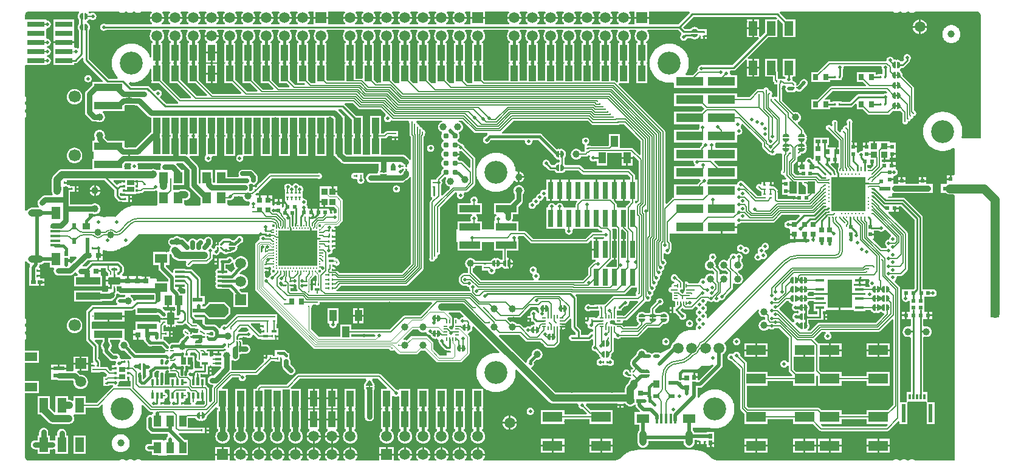
<source format=gtl>
G04*
G04 #@! TF.GenerationSoftware,Altium Limited,Altium Designer,23.11.1 (41)*
G04*
G04 Layer_Physical_Order=1*
G04 Layer_Color=5124078*
%FSLAX24Y24*%
%MOIN*%
G70*
G04*
G04 #@! TF.SameCoordinates,7572C3C8-2950-46ED-BF1E-06EED60B5480*
G04*
G04*
G04 #@! TF.FilePolarity,Positive*
G04*
G01*
G75*
%ADD10C,0.0098*%
%ADD11C,0.0100*%
%ADD13C,0.0118*%
%ADD14C,0.0060*%
%ADD16C,0.0059*%
%ADD17C,0.0079*%
%ADD18C,0.0060*%
%ADD19C,0.0049*%
%ADD21C,0.0080*%
%ADD42R,0.0315X0.0295*%
%ADD43R,0.0228X0.0197*%
%ADD44C,0.0118*%
%ADD45R,0.1909X0.1909*%
%ADD48R,0.0472X0.0630*%
%ADD49R,0.0217X0.0236*%
%ADD50R,0.1500X0.0500*%
%ADD51R,0.0945X0.0299*%
%ADD52R,0.0299X0.0945*%
%ADD53O,0.0551X0.0157*%
%ADD54R,0.0453X0.0177*%
%ADD55R,0.1575X0.0402*%
%ADD56R,0.1130X0.0400*%
%ADD57R,0.0709X0.0472*%
%ADD58R,0.0157X0.0531*%
%ADD59R,0.0394X0.0630*%
%ADD60R,0.0472X0.0787*%
%ADD61R,0.1083X0.0551*%
%ADD62R,0.0689X0.0512*%
%ADD63R,0.0402X0.0862*%
%ADD64C,0.0093*%
%ADD65R,0.0335X0.0374*%
%ADD66R,0.0394X0.0709*%
%ADD67R,0.0374X0.0335*%
%ADD68R,0.0138X0.0354*%
%ADD69R,0.0354X0.0138*%
%ADD70R,0.0138X0.0118*%
%ADD71R,0.0283X0.0413*%
%ADD72R,0.0098X0.0157*%
%ADD73R,0.0276X0.0157*%
%ADD74R,0.0362X0.0280*%
%ADD75R,0.0177X0.0165*%
%ADD76R,0.0551X0.0236*%
%ADD77R,0.0669X0.0236*%
%ADD78R,0.0118X0.0138*%
%ADD79R,0.0413X0.0283*%
%ADD86R,0.0300X0.0320*%
%ADD87R,0.1063X0.0315*%
%ADD88R,0.1339X0.0394*%
%ADD89R,0.0709X0.0472*%
%ADD90R,0.0610X0.0236*%
%ADD91R,0.0236X0.1024*%
%ADD92R,0.0118X0.0315*%
%ADD93R,0.0472X0.0709*%
%ADD94R,0.0531X0.0157*%
%ADD95R,0.0106X0.0118*%
%ADD96R,0.0118X0.0106*%
%ADD97R,0.0236X0.0217*%
%ADD98R,0.0315X0.0295*%
%ADD99R,0.0256X0.0197*%
%ADD100R,0.0098X0.0142*%
%ADD101R,0.0394X0.0335*%
%ADD102R,0.0236X0.0335*%
%ADD103R,0.0335X0.0394*%
%ADD104R,0.0335X0.0236*%
%ADD105R,0.0197X0.0256*%
%ADD106R,0.0295X0.0315*%
%ADD107R,0.0433X0.0551*%
%ADD108R,0.0236X0.0197*%
%ADD109R,0.0197X0.0236*%
%ADD118C,0.0197*%
%ADD198C,0.0054*%
%ADD199C,0.0108*%
%ADD200C,0.0157*%
%ADD201C,0.0089*%
%ADD202R,0.2126X0.1969*%
%ADD203C,0.0394*%
%ADD204R,0.1339X0.1575*%
%ADD205R,0.0138X0.0177*%
%ADD206R,0.0098X0.0177*%
%ADD207R,0.0709X0.0354*%
%ADD208R,0.0177X0.0138*%
%ADD209R,0.0177X0.0098*%
%ADD210R,0.0354X0.0709*%
%ADD211O,0.0087X0.0256*%
%ADD212O,0.0256X0.0087*%
%ADD213C,0.0591*%
%ADD214C,0.0310*%
%ADD215C,0.0150*%
%ADD216C,0.0300*%
%ADD217C,0.0200*%
%ADD218C,0.0250*%
%ADD219C,0.0400*%
%ADD220C,0.0197*%
%ADD221C,0.0089*%
%ADD222C,0.0074*%
%ADD223C,0.0138*%
%ADD224C,0.0315*%
%ADD225C,0.0102*%
%ADD226C,0.0180*%
%ADD227C,0.0071*%
%ADD228C,0.0080*%
%ADD229C,0.0065*%
%ADD230C,0.0090*%
%ADD231C,0.0057*%
%ADD232C,0.0120*%
%ADD233C,0.0072*%
%ADD234C,0.0500*%
%ADD235C,0.0343*%
%ADD236R,0.0150X0.0236*%
%ADD237R,0.0630X0.0394*%
%ADD238R,0.0394X0.0630*%
%ADD239R,0.0250X0.0250*%
%ADD240R,0.0500X0.0300*%
%ADD241R,0.0591X0.0591*%
%ADD242C,0.0669*%
%ADD243R,0.0591X0.0591*%
%ADD244O,0.0394X0.0846*%
%ADD245C,0.0390*%
%ADD246O,0.0846X0.0394*%
%ADD247C,0.1260*%
G36*
X52422Y24838D02*
X52467Y24819D01*
X52508Y24792D01*
X52542Y24757D01*
X52569Y24717D01*
X52588Y24672D01*
X52597Y24624D01*
Y24600D01*
Y17900D01*
X52581Y17880D01*
X51570D01*
X51532Y17950D01*
X51544Y17993D01*
X51558Y18056D01*
X51568Y18120D01*
X51573Y18185D01*
X51575Y18250D01*
X51573Y18315D01*
X51568Y18380D01*
X51558Y18444D01*
X51544Y18507D01*
X51527Y18570D01*
X51505Y18631D01*
X51481Y18691D01*
X51452Y18750D01*
X51420Y18806D01*
X51385Y18861D01*
X51347Y18913D01*
X51305Y18963D01*
X51260Y19010D01*
X51213Y19055D01*
X51163Y19097D01*
X51111Y19135D01*
X51056Y19170D01*
X51000Y19202D01*
X50941Y19231D01*
X50881Y19255D01*
X50820Y19277D01*
X50757Y19294D01*
X50694Y19308D01*
X50630Y19318D01*
X50565Y19323D01*
X50500Y19325D01*
X50435Y19323D01*
X50370Y19318D01*
X50306Y19308D01*
X50243Y19294D01*
X50180Y19277D01*
X50119Y19255D01*
X50059Y19231D01*
X50000Y19202D01*
X49944Y19170D01*
X49889Y19135D01*
X49837Y19097D01*
X49787Y19055D01*
X49740Y19010D01*
X49695Y18963D01*
X49653Y18913D01*
X49615Y18861D01*
X49580Y18806D01*
X49548Y18750D01*
X49519Y18691D01*
X49495Y18631D01*
X49473Y18570D01*
X49456Y18507D01*
X49442Y18444D01*
X49432Y18380D01*
X49427Y18315D01*
X49425Y18250D01*
X49427Y18185D01*
X49432Y18120D01*
X49442Y18056D01*
X49456Y17993D01*
X49473Y17930D01*
X49495Y17869D01*
X49519Y17809D01*
X49548Y17750D01*
X49580Y17694D01*
X49615Y17639D01*
X49653Y17587D01*
X49695Y17537D01*
X49740Y17490D01*
X49787Y17445D01*
X49837Y17403D01*
X49889Y17365D01*
X49944Y17330D01*
X50000Y17298D01*
X50059Y17269D01*
X50119Y17245D01*
X50180Y17223D01*
X50243Y17206D01*
X50306Y17192D01*
X50370Y17182D01*
X50435Y17177D01*
X50500Y17175D01*
X50565Y17177D01*
X50630Y17182D01*
X50694Y17192D01*
X50757Y17206D01*
X50820Y17223D01*
X50881Y17245D01*
X50941Y17269D01*
X51000Y17298D01*
X51056Y17330D01*
X51081Y17346D01*
X51151Y17310D01*
X51151Y15913D01*
X51135Y15850D01*
X50987D01*
Y15631D01*
X50937D01*
Y15581D01*
X50738D01*
Y15424D01*
X50718Y15396D01*
X50686Y15371D01*
X50383D01*
Y14859D01*
X50698D01*
X50699Y14859D01*
X50713Y14849D01*
X50724Y14841D01*
X50752Y14825D01*
X50781Y14811D01*
X50811Y14800D01*
X50843Y14792D01*
X50874Y14787D01*
X50907Y14786D01*
X51102D01*
X51151Y14736D01*
X51150Y153D01*
X48996D01*
X48982Y168D01*
X48962Y186D01*
X48940Y202D01*
X48917Y215D01*
X48892Y225D01*
X48867Y232D01*
X48840Y237D01*
X48814Y238D01*
X48787Y237D01*
X48761Y232D01*
X48735Y225D01*
X48710Y215D01*
X48687Y202D01*
X48665Y186D01*
X48645Y168D01*
X48632Y153D01*
X48563D01*
X48549Y168D01*
X48529Y186D01*
X48507Y202D01*
X48484Y215D01*
X48459Y225D01*
X48434Y232D01*
X48407Y237D01*
X48381Y238D01*
X48354Y237D01*
X48328Y232D01*
X48302Y225D01*
X48277Y215D01*
X48254Y202D01*
X48232Y186D01*
X48212Y168D01*
X48199Y153D01*
X48130D01*
X48116Y168D01*
X48096Y186D01*
X48074Y202D01*
X48051Y215D01*
X48026Y225D01*
X48001Y232D01*
X47974Y237D01*
X47948Y238D01*
X47921Y237D01*
X47895Y232D01*
X47869Y225D01*
X47844Y215D01*
X47821Y202D01*
X47799Y186D01*
X47779Y168D01*
X47766Y153D01*
X38331Y153D01*
X38286D01*
X38196Y162D01*
X38108Y179D01*
X38021Y205D01*
X37938Y240D01*
X37859Y282D01*
X37784Y332D01*
X37714Y390D01*
X37682Y421D01*
X37682Y421D01*
X37617Y487D01*
X37608Y493D01*
X37602Y500D01*
X37536Y550D01*
X37527Y555D01*
X37520Y562D01*
X37377Y644D01*
X37364Y648D01*
X37353Y655D01*
X37198Y711D01*
X37185Y714D01*
X37172Y718D01*
X37010Y747D01*
X37000Y747D01*
X36990Y749D01*
X36908Y753D01*
X36905Y752D01*
X36901Y753D01*
X33752Y753D01*
X33748Y752D01*
X33745Y753D01*
X33663Y749D01*
X33653Y747D01*
X33643Y747D01*
X33481Y718D01*
X33468Y714D01*
X33455Y711D01*
X33300Y655D01*
X33289Y648D01*
X33276Y644D01*
X33133Y562D01*
X33126Y555D01*
X33117Y550D01*
X33051Y500D01*
X33045Y493D01*
X33036Y487D01*
X32971Y421D01*
X32971Y421D01*
X32939Y390D01*
X32869Y332D01*
X32794Y282D01*
X32715Y240D01*
X32632Y205D01*
X32545Y179D01*
X32457Y162D01*
X32367Y153D01*
X32322D01*
X25310Y153D01*
X25283Y212D01*
X25282Y223D01*
X25306Y249D01*
X25329Y280D01*
X25349Y313D01*
X25366Y349D01*
X25379Y385D01*
X25388Y423D01*
X25392Y450D01*
X24608D01*
X24612Y423D01*
X24621Y385D01*
X24634Y349D01*
X24651Y313D01*
X24671Y280D01*
X24694Y249D01*
X24718Y223D01*
X24717Y212D01*
X24690Y153D01*
X24310D01*
X24283Y212D01*
X24282Y223D01*
X24306Y249D01*
X24329Y280D01*
X24349Y313D01*
X24366Y349D01*
X24379Y385D01*
X24388Y423D01*
X24392Y450D01*
X23608D01*
X23612Y423D01*
X23621Y385D01*
X23634Y349D01*
X23651Y313D01*
X23671Y280D01*
X23694Y249D01*
X23718Y223D01*
X23717Y212D01*
X23690Y153D01*
X23310D01*
X23283Y212D01*
X23282Y223D01*
X23306Y249D01*
X23329Y280D01*
X23349Y313D01*
X23366Y349D01*
X23379Y385D01*
X23388Y423D01*
X23392Y450D01*
X22608D01*
X22612Y423D01*
X22621Y385D01*
X22634Y349D01*
X22651Y313D01*
X22671Y280D01*
X22694Y249D01*
X22718Y223D01*
X22717Y212D01*
X22690Y153D01*
X22310D01*
X22283Y212D01*
X22282Y223D01*
X22306Y249D01*
X22329Y280D01*
X22349Y313D01*
X22366Y349D01*
X22379Y385D01*
X22388Y423D01*
X22392Y450D01*
X21608D01*
X21612Y423D01*
X21621Y385D01*
X21634Y349D01*
X21651Y313D01*
X21671Y280D01*
X21694Y249D01*
X21718Y223D01*
X21717Y212D01*
X21690Y153D01*
X21310D01*
X21283Y212D01*
X21282Y223D01*
X21306Y249D01*
X21329Y280D01*
X21349Y313D01*
X21366Y349D01*
X21379Y385D01*
X21388Y423D01*
X21392Y450D01*
X20608D01*
X20612Y423D01*
X20621Y385D01*
X20634Y349D01*
X20651Y313D01*
X20671Y280D01*
X20694Y249D01*
X20718Y223D01*
X20717Y212D01*
X20690Y153D01*
X20395D01*
Y450D01*
X19605D01*
Y153D01*
X18310D01*
X18283Y212D01*
X18282Y223D01*
X18306Y249D01*
X18329Y280D01*
X18349Y313D01*
X18366Y349D01*
X18379Y385D01*
X18388Y423D01*
X18392Y450D01*
X17608D01*
X17612Y423D01*
X17621Y385D01*
X17634Y349D01*
X17651Y313D01*
X17671Y280D01*
X17694Y249D01*
X17718Y223D01*
X17717Y212D01*
X17690Y153D01*
X17310D01*
X17283Y212D01*
X17282Y223D01*
X17306Y249D01*
X17329Y280D01*
X17349Y313D01*
X17366Y349D01*
X17379Y385D01*
X17388Y423D01*
X17392Y450D01*
X16608D01*
X16612Y423D01*
X16621Y385D01*
X16634Y349D01*
X16651Y313D01*
X16671Y280D01*
X16694Y249D01*
X16718Y223D01*
X16717Y212D01*
X16690Y153D01*
X16310D01*
X16283Y212D01*
X16282Y223D01*
X16306Y249D01*
X16329Y280D01*
X16349Y313D01*
X16366Y349D01*
X16379Y385D01*
X16388Y423D01*
X16392Y450D01*
X15608D01*
X15612Y423D01*
X15621Y385D01*
X15634Y349D01*
X15651Y313D01*
X15671Y280D01*
X15694Y249D01*
X15718Y223D01*
X15717Y212D01*
X15690Y153D01*
X15310D01*
X15283Y212D01*
X15282Y223D01*
X15306Y249D01*
X15329Y280D01*
X15349Y313D01*
X15366Y349D01*
X15379Y385D01*
X15388Y423D01*
X15392Y450D01*
X14608D01*
X14612Y423D01*
X14621Y385D01*
X14634Y349D01*
X14651Y313D01*
X14671Y280D01*
X14694Y249D01*
X14718Y223D01*
X14717Y212D01*
X14690Y153D01*
X14310D01*
X14283Y212D01*
X14282Y223D01*
X14306Y249D01*
X14329Y280D01*
X14349Y313D01*
X14366Y349D01*
X14379Y385D01*
X14388Y423D01*
X14392Y450D01*
X13608D01*
X13612Y423D01*
X13621Y385D01*
X13634Y349D01*
X13651Y313D01*
X13671Y280D01*
X13694Y249D01*
X13718Y223D01*
X13717Y212D01*
X13690Y153D01*
X13310D01*
X13283Y212D01*
X13282Y223D01*
X13306Y249D01*
X13329Y280D01*
X13349Y313D01*
X13366Y349D01*
X13379Y385D01*
X13388Y423D01*
X13392Y450D01*
X12608D01*
X12612Y423D01*
X12621Y385D01*
X12634Y349D01*
X12651Y313D01*
X12671Y280D01*
X12694Y249D01*
X12718Y223D01*
X12717Y212D01*
X12690Y153D01*
X12310Y153D01*
X12283Y212D01*
X12282Y223D01*
X12306Y249D01*
X12329Y280D01*
X12349Y313D01*
X12366Y349D01*
X12379Y385D01*
X12388Y423D01*
X12392Y450D01*
X11608D01*
X11612Y423D01*
X11621Y385D01*
X11634Y349D01*
X11651Y313D01*
X11671Y280D01*
X11694Y249D01*
X11718Y223D01*
X11717Y212D01*
X11690Y153D01*
X11395D01*
Y450D01*
X10605D01*
Y153D01*
X6547D01*
X6533Y168D01*
X6513Y186D01*
X6492Y202D01*
X6468Y215D01*
X6444Y225D01*
X6418Y232D01*
X6392Y237D01*
X6365Y238D01*
X6338Y237D01*
X6312Y232D01*
X6286Y225D01*
X6262Y215D01*
X6238Y202D01*
X6216Y186D01*
X6197Y168D01*
X6183Y153D01*
X6114D01*
X6100Y168D01*
X6080Y186D01*
X6059Y202D01*
X6035Y215D01*
X6011Y225D01*
X5985Y232D01*
X5959Y237D01*
X5932Y238D01*
X5905Y237D01*
X5879Y232D01*
X5853Y225D01*
X5829Y215D01*
X5805Y202D01*
X5784Y186D01*
X5764Y168D01*
X5750Y153D01*
X5681D01*
X5667Y168D01*
X5647Y186D01*
X5626Y202D01*
X5602Y215D01*
X5578Y225D01*
X5552Y232D01*
X5526Y237D01*
X5499Y238D01*
X5472Y237D01*
X5446Y232D01*
X5420Y225D01*
X5396Y215D01*
X5372Y202D01*
X5350Y186D01*
X5331Y168D01*
X5317Y153D01*
X400Y153D01*
X376D01*
X328Y162D01*
X283Y181D01*
X243Y208D01*
X208Y243D01*
X181Y283D01*
X162Y328D01*
X153Y376D01*
Y400D01*
Y3867D01*
X939D01*
Y4539D01*
X153D01*
Y5521D01*
X939D01*
Y6193D01*
X153D01*
Y6788D01*
X168Y6802D01*
X186Y6822D01*
X202Y6844D01*
X215Y6867D01*
X225Y6892D01*
X232Y6917D01*
X237Y6944D01*
X238Y6970D01*
X237Y6997D01*
X232Y7023D01*
X225Y7049D01*
X215Y7074D01*
X202Y7097D01*
X186Y7119D01*
X168Y7139D01*
X153Y7153D01*
Y7221D01*
X168Y7235D01*
X186Y7255D01*
X202Y7277D01*
X215Y7300D01*
X225Y7325D01*
X232Y7350D01*
X237Y7377D01*
X238Y7403D01*
X237Y7430D01*
X232Y7456D01*
X225Y7482D01*
X215Y7507D01*
X202Y7530D01*
X186Y7552D01*
X168Y7572D01*
X153Y7586D01*
Y7654D01*
X168Y7668D01*
X186Y7688D01*
X202Y7710D01*
X215Y7733D01*
X225Y7758D01*
X232Y7783D01*
X237Y7810D01*
X238Y7836D01*
X237Y7863D01*
X232Y7889D01*
X225Y7915D01*
X215Y7940D01*
X202Y7963D01*
X186Y7985D01*
X168Y8005D01*
X153Y8019D01*
Y11104D01*
X275Y11104D01*
X287Y11082D01*
X306Y11055D01*
X329Y11030D01*
X354Y11008D01*
X381Y10988D01*
X410Y10972D01*
X417Y10969D01*
X419Y10967D01*
X438Y10926D01*
X441Y10916D01*
X440Y10887D01*
X435Y10879D01*
X424Y10855D01*
X415Y10831D01*
X410Y10805D01*
X408Y10779D01*
Y10166D01*
X381D01*
Y9769D01*
X581D01*
X583Y9769D01*
X609Y9767D01*
X635Y9769D01*
X636Y9769D01*
X933D01*
Y9967D01*
X983D01*
Y10017D01*
X1211D01*
Y10166D01*
X994D01*
Y10260D01*
X841D01*
Y10360D01*
X994D01*
Y10431D01*
X994D01*
Y10540D01*
X841D01*
Y10640D01*
X994D01*
Y10749D01*
X961D01*
X933Y10798D01*
X928Y10819D01*
X939Y10835D01*
X950Y10859D01*
X959Y10883D01*
X964Y10909D01*
X966Y10935D01*
X1025Y10945D01*
X1058Y10950D01*
X1090Y10960D01*
X1121Y10972D01*
X1150Y10988D01*
X1177Y11008D01*
X1202Y11030D01*
X1211Y11040D01*
X1511D01*
Y10766D01*
X1720D01*
X1729Y10759D01*
X1763Y10699D01*
X1752Y10673D01*
X1744Y10646D01*
X1739Y10619D01*
X1738Y10591D01*
X1739Y10563D01*
X1744Y10535D01*
X1752Y10508D01*
X1763Y10482D01*
X1776Y10457D01*
X1792Y10434D01*
X1811Y10414D01*
X1832Y10395D01*
X1855Y10379D01*
X1880Y10365D01*
X1905Y10354D01*
X1932Y10346D01*
X1960Y10342D01*
X1988Y10340D01*
X2641D01*
X2669Y10342D01*
X2696Y10346D01*
X2723Y10354D01*
X2749Y10365D01*
X2774Y10379D01*
X2797Y10395D01*
X2818Y10414D01*
X2908Y10504D01*
X2952Y10500D01*
X2988Y10485D01*
X2994Y10470D01*
X3008Y10445D01*
X3025Y10421D01*
X3044Y10400D01*
X3059Y10387D01*
X3057Y10362D01*
X3035Y10317D01*
X2853D01*
Y9723D01*
X4391D01*
Y10317D01*
X4390D01*
X4322Y10323D01*
Y10531D01*
X4075D01*
Y10631D01*
X4322D01*
Y10750D01*
X4579D01*
Y10670D01*
X4581Y10649D01*
X4585Y10630D01*
X4593Y10611D01*
X4604Y10593D01*
X4617Y10578D01*
X4713Y10482D01*
Y10317D01*
X4605D01*
Y10089D01*
X5059D01*
Y9989D01*
X4605D01*
Y9762D01*
X4713D01*
Y9706D01*
X4862D01*
Y9606D01*
X4713D01*
Y9467D01*
X4650Y9451D01*
X4391D01*
Y9490D01*
X2853D01*
Y8896D01*
X4391D01*
Y8935D01*
X4832D01*
X4861Y8937D01*
X4890Y8941D01*
X4917Y8949D01*
X4944Y8961D01*
X4969Y8975D01*
X4993Y8991D01*
X5015Y9011D01*
X5091Y9087D01*
X5111Y9109D01*
X5127Y9132D01*
X5141Y9158D01*
X5152Y9185D01*
X5160Y9212D01*
X5165Y9241D01*
X5167Y9270D01*
X5165Y9299D01*
X5163Y9312D01*
X5165Y9314D01*
X5180Y9331D01*
X5180Y9332D01*
X5239Y9347D01*
X5265Y9345D01*
X5265Y9344D01*
X5265Y9344D01*
X5288Y9325D01*
X5312Y9309D01*
X5339Y9296D01*
X5366Y9286D01*
X5395Y9280D01*
X5425Y9278D01*
X5425Y9278D01*
X5540D01*
Y9260D01*
X5652D01*
X5659Y9245D01*
X5667Y9190D01*
X5652Y9182D01*
X5625Y9162D01*
X5600Y9140D01*
X5588Y9127D01*
X5356D01*
X5330Y9126D01*
X5304Y9121D01*
X5280Y9112D01*
X5256Y9101D01*
X5235Y9086D01*
X5215Y9069D01*
X5214Y9068D01*
X5214Y9068D01*
X5197Y9048D01*
X5182Y9027D01*
X5171Y9003D01*
X5162Y8979D01*
X5157Y8953D01*
X5155Y8927D01*
X5157Y8901D01*
X5162Y8876D01*
X5171Y8851D01*
X5182Y8828D01*
X5197Y8806D01*
X5214Y8787D01*
X5217Y8783D01*
X5200Y8723D01*
X5193Y8713D01*
X3907D01*
X3884Y8712D01*
X3861Y8706D01*
X3839Y8697D01*
X3819Y8685D01*
X3801Y8669D01*
X3554Y8422D01*
X3538Y8404D01*
X3526Y8384D01*
X3517Y8362D01*
X3511Y8339D01*
X3510Y8316D01*
Y6850D01*
X3511Y6826D01*
X3517Y6804D01*
X3526Y6782D01*
X3538Y6762D01*
X3554Y6744D01*
X3882Y6415D01*
Y5706D01*
X3884Y5682D01*
X3890Y5659D01*
X3895Y5646D01*
X3896Y5645D01*
X3905Y5623D01*
X3915Y5605D01*
X3913Y5593D01*
X3887Y5535D01*
X3780D01*
Y5432D01*
X3939D01*
Y5332D01*
X3780D01*
Y5229D01*
Y5005D01*
X4308D01*
Y5027D01*
X4508D01*
X4528Y5016D01*
X4551Y5006D01*
X4573Y5001D01*
X4663Y4910D01*
X4667Y4888D01*
X4666Y4880D01*
X4647Y4828D01*
X4638Y4822D01*
X4622Y4809D01*
X4599Y4785D01*
X4471D01*
Y4479D01*
Y4255D01*
X4789D01*
Y4310D01*
X4969D01*
X4969Y4309D01*
X4989Y4292D01*
X4999Y4286D01*
X4999Y4241D01*
X4990Y4210D01*
X4981Y4206D01*
X4963Y4196D01*
X4948Y4182D01*
X4089Y3323D01*
X3497D01*
Y3686D01*
X2824D01*
Y3479D01*
X2815Y3469D01*
X2754Y3443D01*
X2749Y3447D01*
X2719Y3463D01*
X2688Y3476D01*
X2656Y3486D01*
X2623Y3491D01*
X2589Y3493D01*
X2512D01*
Y3686D01*
X1840D01*
Y2840D01*
X1770Y2811D01*
X1528Y3053D01*
Y3686D01*
X856D01*
Y2699D01*
X1032D01*
X1464Y2268D01*
X1489Y2245D01*
X1516Y2226D01*
X1546Y2209D01*
X1577Y2196D01*
X1609Y2187D01*
X1643Y2181D01*
X1676Y2180D01*
X2566D01*
X2600Y2181D01*
X2633Y2187D01*
X2666Y2196D01*
X2697Y2209D01*
X2726Y2226D01*
X2754Y2245D01*
X2779Y2268D01*
X2801Y2293D01*
X2821Y2320D01*
X2837Y2350D01*
X2850Y2381D01*
X2859Y2413D01*
X2865Y2446D01*
X2867Y2480D01*
X2865Y2514D01*
X2859Y2547D01*
X2850Y2579D01*
X2837Y2610D01*
X2827Y2629D01*
X2838Y2664D01*
X2865Y2699D01*
X3497D01*
Y3062D01*
X4143D01*
X4163Y3064D01*
X4183Y3069D01*
X4202Y3076D01*
X4219Y3087D01*
X4235Y3100D01*
X4382Y3248D01*
X4446Y3213D01*
X4442Y3194D01*
X4432Y3130D01*
X4427Y3065D01*
X4425Y3000D01*
X4427Y2935D01*
X4432Y2870D01*
X4442Y2806D01*
X4456Y2743D01*
X4473Y2680D01*
X4495Y2619D01*
X4519Y2559D01*
X4548Y2500D01*
X4580Y2444D01*
X4615Y2389D01*
X4653Y2337D01*
X4695Y2287D01*
X4740Y2240D01*
X4787Y2195D01*
X4837Y2153D01*
X4889Y2115D01*
X4944Y2080D01*
X5000Y2048D01*
X5059Y2019D01*
X5119Y1995D01*
X5180Y1973D01*
X5243Y1956D01*
X5306Y1942D01*
X5370Y1932D01*
X5435Y1927D01*
X5500Y1925D01*
X5565Y1927D01*
X5630Y1932D01*
X5694Y1942D01*
X5757Y1956D01*
X5820Y1973D01*
X5881Y1995D01*
X5941Y2019D01*
X6000Y2048D01*
X6056Y2080D01*
X6111Y2115D01*
X6163Y2153D01*
X6213Y2195D01*
X6260Y2240D01*
X6305Y2287D01*
X6347Y2337D01*
X6385Y2389D01*
X6420Y2444D01*
X6452Y2500D01*
X6481Y2559D01*
X6505Y2619D01*
X6527Y2680D01*
X6544Y2743D01*
X6558Y2806D01*
X6568Y2870D01*
X6573Y2935D01*
X6575Y3000D01*
X6573Y3065D01*
X6568Y3130D01*
X6559Y3188D01*
X6565Y3195D01*
X6632Y3213D01*
X6958Y2888D01*
X6973Y2874D01*
X6991Y2864D01*
X7010Y2856D01*
X7030Y2851D01*
X7050Y2850D01*
X7151D01*
X7184Y2806D01*
X7191Y2781D01*
X7170Y2743D01*
X7134D01*
Y2705D01*
X7127Y2693D01*
X7079Y2659D01*
X7064Y2655D01*
X7046Y2659D01*
X7020Y2660D01*
X6994Y2659D01*
X6968Y2654D01*
X6943Y2645D01*
X6920Y2634D01*
X6898Y2619D01*
X6878Y2602D01*
X6861Y2582D01*
X6846Y2560D01*
X6835Y2537D01*
X6826Y2512D01*
X6821Y2486D01*
X6820Y2460D01*
Y1970D01*
X6821Y1944D01*
X6826Y1918D01*
X6835Y1893D01*
X6846Y1870D01*
X6861Y1848D01*
X6878Y1828D01*
X7028Y1678D01*
X7048Y1661D01*
X7070Y1646D01*
X7093Y1635D01*
X7118Y1626D01*
X7144Y1621D01*
X7170Y1620D01*
X7977D01*
X8003Y1585D01*
X7998Y1509D01*
X7978Y1492D01*
X7961Y1472D01*
X7946Y1450D01*
X7935Y1427D01*
X7926Y1402D01*
X7921Y1376D01*
X7920Y1350D01*
Y1287D01*
X7823D01*
Y1285D01*
X7728D01*
Y1287D01*
X7134D01*
Y1072D01*
X7006D01*
X7002Y1074D01*
X6976Y1079D01*
X6950Y1080D01*
X6924Y1079D01*
X6898Y1074D01*
X6873Y1065D01*
X6850Y1054D01*
X6828Y1039D01*
X6808Y1022D01*
X6791Y1002D01*
X6776Y980D01*
X6765Y957D01*
X6756Y932D01*
X6751Y906D01*
X6750Y880D01*
X6751Y854D01*
X6756Y828D01*
X6765Y803D01*
X6776Y780D01*
X6791Y758D01*
X6808Y738D01*
X6817Y730D01*
X6836Y713D01*
X6858Y698D01*
X6882Y686D01*
X6906Y678D01*
X6932Y673D01*
X6958Y671D01*
X7134D01*
Y457D01*
X7460D01*
Y450D01*
X7960D01*
Y457D01*
X8417D01*
Y460D01*
X8512D01*
Y457D01*
X9106D01*
Y1287D01*
X8917D01*
X8594Y1610D01*
X8623Y1680D01*
X9325D01*
X9328Y1678D01*
X9351Y1668D01*
X9375Y1662D01*
X9400Y1660D01*
X9425Y1662D01*
X9449Y1668D01*
X9472Y1678D01*
X9475Y1680D01*
X9715D01*
Y1661D01*
X10042D01*
Y1820D01*
Y1979D01*
X9715D01*
Y1960D01*
X9475D01*
X9472Y1962D01*
X9449Y1972D01*
X9425Y1978D01*
X9400Y1980D01*
X9375Y1978D01*
X9351Y1972D01*
X9328Y1962D01*
X9325Y1960D01*
X9106D01*
Y2497D01*
X9108Y2500D01*
X9508D01*
X9521Y2477D01*
X9526Y2470D01*
X9531Y2463D01*
X9553Y2436D01*
X9559Y2430D01*
X9565Y2424D01*
X9592Y2402D01*
X9599Y2397D01*
X9606Y2392D01*
X9635Y2375D01*
X9643Y2371D01*
X9651Y2367D01*
X9683Y2355D01*
X9692Y2353D01*
X9700Y2351D01*
X9717Y2348D01*
X9717Y2348D01*
X9724Y2346D01*
X9726Y2346D01*
X9728Y2346D01*
X9736Y2345D01*
X9743Y2345D01*
X9745Y2345D01*
X9748Y2345D01*
X9755Y2346D01*
X9763Y2347D01*
X9765Y2348D01*
X9767Y2348D01*
X9780Y2351D01*
X9782Y2352D01*
X9785Y2353D01*
X9792Y2356D01*
X9799Y2358D01*
X9801Y2359D01*
X9803Y2360D01*
X9809Y2365D01*
X9810Y2365D01*
X9811Y2365D01*
X9817Y2360D01*
X9819Y2359D01*
X9821Y2358D01*
X9828Y2356D01*
X9835Y2353D01*
X9838Y2352D01*
X9840Y2351D01*
X9853Y2348D01*
X9855Y2348D01*
X9857Y2347D01*
X9865Y2346D01*
X9872Y2345D01*
X9875Y2345D01*
X9877Y2345D01*
X9884Y2345D01*
X9892Y2346D01*
X9894Y2346D01*
X9896Y2346D01*
X9903Y2348D01*
X9903Y2348D01*
X9920Y2351D01*
X9928Y2353D01*
X9937Y2355D01*
X9969Y2367D01*
X9977Y2371D01*
X9985Y2375D01*
X10014Y2392D01*
X10021Y2397D01*
X10028Y2402D01*
X10055Y2424D01*
X10061Y2430D01*
X10067Y2436D01*
X10089Y2463D01*
X10094Y2470D01*
X10099Y2477D01*
X10116Y2507D01*
X10119Y2515D01*
X10123Y2523D01*
X10135Y2555D01*
X10137Y2563D01*
X10139Y2572D01*
X10145Y2604D01*
X10635Y3093D01*
X10699Y3067D01*
Y3046D01*
X10750D01*
Y2954D01*
X10699D01*
Y1892D01*
X10750D01*
Y1806D01*
X10749Y1806D01*
X10720Y1780D01*
X10694Y1751D01*
X10671Y1720D01*
X10651Y1687D01*
X10634Y1651D01*
X10621Y1615D01*
X10612Y1577D01*
X10606Y1539D01*
X10604Y1500D01*
X10606Y1461D01*
X10612Y1423D01*
X10621Y1385D01*
X10634Y1349D01*
X10651Y1313D01*
X10671Y1280D01*
X10694Y1249D01*
X10720Y1220D01*
X10749Y1194D01*
X10780Y1171D01*
X10813Y1151D01*
X10849Y1134D01*
X10885Y1121D01*
X10923Y1112D01*
X10961Y1106D01*
X11000Y1104D01*
X11039Y1106D01*
X11077Y1112D01*
X11115Y1121D01*
X11151Y1134D01*
X11187Y1151D01*
X11220Y1171D01*
X11251Y1194D01*
X11280Y1220D01*
X11306Y1249D01*
X11329Y1280D01*
X11349Y1313D01*
X11366Y1349D01*
X11379Y1385D01*
X11388Y1423D01*
X11394Y1461D01*
X11396Y1500D01*
X11394Y1539D01*
X11388Y1577D01*
X11379Y1615D01*
X11366Y1651D01*
X11349Y1687D01*
X11329Y1720D01*
X11306Y1751D01*
X11280Y1780D01*
X11251Y1806D01*
X11250Y1806D01*
Y1892D01*
X11301D01*
Y2954D01*
X11250D01*
Y3046D01*
X11301D01*
Y4108D01*
X11000D01*
X10974Y4173D01*
X11522Y4721D01*
X11813D01*
X11881Y4720D01*
X11883Y4694D01*
X11888Y4669D01*
X11896Y4644D01*
X11908Y4621D01*
X11922Y4599D01*
X11939Y4579D01*
X11959Y4562D01*
X11981Y4548D01*
X12004Y4536D01*
X12029Y4528D01*
X12054Y4523D01*
X12080Y4521D01*
X12106Y4523D01*
X12131Y4528D01*
X12156Y4536D01*
X12179Y4548D01*
X12201Y4562D01*
X12221Y4579D01*
X12238Y4599D01*
X12252Y4621D01*
X12264Y4644D01*
X12272Y4669D01*
X12277Y4694D01*
X12279Y4720D01*
X12277Y4746D01*
X12272Y4771D01*
X12266Y4790D01*
X12270Y4806D01*
X12300Y4853D01*
X12310Y4860D01*
X12836D01*
X12857Y4861D01*
X12876Y4866D01*
X12895Y4874D01*
X12913Y4884D01*
X12928Y4898D01*
X13681Y5651D01*
X13775D01*
Y5652D01*
X13872D01*
Y5603D01*
X14171D01*
Y5782D01*
X14249D01*
Y5603D01*
X14275D01*
Y5360D01*
X14275Y5360D01*
X14276Y5331D01*
X14282Y5302D01*
X14292Y5274D01*
X14305Y5247D01*
X14321Y5223D01*
X14341Y5201D01*
X14601Y4941D01*
X14623Y4921D01*
X14647Y4905D01*
X14674Y4892D01*
X14702Y4882D01*
X14731Y4876D01*
X14760Y4875D01*
X14789Y4876D01*
X14818Y4882D01*
X14846Y4892D01*
X14873Y4905D01*
X14897Y4921D01*
X14919Y4941D01*
X14939Y4963D01*
X14955Y4987D01*
X14968Y5014D01*
X14978Y5042D01*
X14984Y5071D01*
X14985Y5100D01*
X14984Y5129D01*
X14978Y5158D01*
X14968Y5186D01*
X14955Y5213D01*
X14939Y5237D01*
X14919Y5259D01*
X14725Y5453D01*
Y5613D01*
X14724Y5643D01*
X14718Y5672D01*
X14708Y5699D01*
X14695Y5726D01*
X14679Y5750D01*
X14659Y5773D01*
X14659Y5773D01*
Y5849D01*
X14662Y5855D01*
X14669Y5877D01*
X14674Y5899D01*
X14675Y5922D01*
X14674Y5945D01*
X14669Y5968D01*
X14662Y5989D01*
X14659Y5995D01*
Y6075D01*
X14595D01*
X14488Y6182D01*
X14471Y6197D01*
X14452Y6210D01*
X14432Y6220D01*
X14410Y6227D01*
X14387Y6232D01*
X14364Y6233D01*
X14348D01*
Y6237D01*
X13872D01*
Y5913D01*
X13775D01*
Y5969D01*
X13448D01*
Y5810D01*
X13398D01*
Y5760D01*
X13245D01*
Y5651D01*
X13245D01*
X13265Y5603D01*
X12782Y5120D01*
X11547D01*
X11533Y5128D01*
X11493Y5177D01*
X11489Y5190D01*
X11490Y5210D01*
Y5651D01*
X11492Y5653D01*
X11546Y5682D01*
X11560Y5686D01*
X11581Y5674D01*
X11607Y5664D01*
X11634Y5656D01*
X11662Y5651D01*
X11690Y5650D01*
X11718Y5651D01*
X11746Y5656D01*
X11773Y5664D01*
X11799Y5674D01*
X11823Y5688D01*
X11846Y5704D01*
X11867Y5723D01*
X11886Y5744D01*
X11902Y5767D01*
X11916Y5791D01*
X11926Y5817D01*
X11934Y5844D01*
X11939Y5872D01*
X11940Y5900D01*
Y6001D01*
X11942Y6002D01*
X11950Y6002D01*
X11952Y6002D01*
X11954Y6003D01*
X11961Y6004D01*
X11961Y6004D01*
X11978Y6007D01*
X11986Y6009D01*
X11994Y6011D01*
X12027Y6023D01*
X12034Y6027D01*
X12042Y6031D01*
X12069Y6046D01*
X12078Y6046D01*
X12268D01*
X12296Y6047D01*
X12323Y6052D01*
X12350Y6060D01*
X12376Y6071D01*
X12401Y6084D01*
X12424Y6100D01*
X12445Y6119D01*
X12464Y6140D01*
X12480Y6163D01*
X12493Y6188D01*
X12504Y6214D01*
X12512Y6241D01*
X12517Y6268D01*
X12518Y6296D01*
X12517Y6324D01*
X12512Y6352D01*
X12504Y6379D01*
X12493Y6405D01*
X12480Y6429D01*
X12464Y6452D01*
X12445Y6473D01*
X12424Y6492D01*
X12401Y6508D01*
X12376Y6522D01*
X12350Y6533D01*
X12323Y6540D01*
X12296Y6545D01*
X12268Y6547D01*
X12098D01*
X12098Y6676D01*
X12096Y6700D01*
X12091Y6723D01*
X12082Y6745D01*
X12070Y6765D01*
X12063Y6772D01*
X12067Y6778D01*
X12074Y6795D01*
X12040D01*
X12036Y6798D01*
X12016Y6810D01*
X12016Y6810D01*
X12003Y6818D01*
X11982Y6827D01*
X11959Y6832D01*
X11937Y6834D01*
Y6895D01*
X12098D01*
X12113Y6920D01*
X12133Y6936D01*
X12312D01*
X12320Y6929D01*
X12342Y6914D01*
X12365Y6903D01*
X12389Y6895D01*
X12415Y6889D01*
X12441Y6888D01*
X12467Y6889D01*
X12492Y6895D01*
X12517Y6903D01*
X12540Y6914D01*
X12562Y6929D01*
X12582Y6946D01*
X12599Y6966D01*
X12613Y6987D01*
X12625Y7011D01*
X12633Y7035D01*
X12634Y7039D01*
X12687Y7062D01*
X12708Y7063D01*
X12883Y6889D01*
X12900Y6875D01*
X12918Y6863D01*
X12939Y6855D01*
X12960Y6849D01*
X12982Y6848D01*
X13118D01*
Y6809D01*
X13581D01*
Y6809D01*
X13880D01*
Y6988D01*
X13907D01*
Y7038D01*
X14057D01*
Y7167D01*
X14057D01*
Y7443D01*
X13959D01*
Y7678D01*
X13978D01*
Y7902D01*
Y8208D01*
X13660D01*
Y8208D01*
X13614Y8208D01*
Y8208D01*
X13296D01*
Y8196D01*
X11815D01*
X11793Y8194D01*
X11772Y8189D01*
X11751Y8180D01*
X11732Y8169D01*
X11716Y8154D01*
X11182Y7621D01*
X11176Y7624D01*
X11151Y7632D01*
X11126Y7637D01*
X11100Y7639D01*
X11074Y7637D01*
X11049Y7632D01*
X11024Y7624D01*
X11001Y7612D01*
X10979Y7598D01*
X10959Y7581D01*
X10942Y7561D01*
X10928Y7539D01*
X10916Y7516D01*
X10908Y7491D01*
X10903Y7466D01*
X10902Y7449D01*
X10873Y7430D01*
X10832Y7421D01*
X10672Y7582D01*
X10652Y7599D01*
X10630Y7614D01*
X10607Y7625D01*
X10582Y7634D01*
X10556Y7639D01*
X10530Y7640D01*
X10094D01*
X10017Y7717D01*
Y8028D01*
X9515D01*
X9431Y8112D01*
X9460Y8182D01*
X9945D01*
X9950Y8181D01*
X9993D01*
X10220Y7955D01*
X10235Y7942D01*
X10252Y7933D01*
X10271Y7927D01*
X10291Y7926D01*
X11078D01*
X11098Y7927D01*
X11117Y7933D01*
X11134Y7942D01*
X11149Y7955D01*
X11405Y8211D01*
X11418Y8226D01*
X11427Y8243D01*
X11433Y8262D01*
X11435Y8282D01*
Y8518D01*
X11433Y8538D01*
X11427Y8557D01*
X11418Y8574D01*
X11405Y8589D01*
X11149Y8845D01*
X11134Y8858D01*
X11117Y8867D01*
X11098Y8873D01*
X11078Y8874D01*
X10291D01*
X10271Y8873D01*
X10252Y8867D01*
X10235Y8858D01*
X10220Y8845D01*
X10012Y8637D01*
X9931Y8637D01*
X9901Y8668D01*
Y8680D01*
X9899Y8702D01*
X9900Y8706D01*
X9936Y8760D01*
X9954Y8772D01*
X10017D01*
Y9209D01*
X9792D01*
Y10119D01*
X9790Y10142D01*
X9784Y10165D01*
X9775Y10187D01*
X9763Y10207D01*
X9748Y10225D01*
X9333Y10640D01*
X9315Y10656D01*
X9294Y10668D01*
X9273Y10677D01*
X9250Y10682D01*
X9226Y10684D01*
X8952D01*
X8945Y10689D01*
X8924Y10699D01*
X8902Y10707D01*
X8879Y10711D01*
X8855Y10713D01*
X8462D01*
X8438Y10711D01*
X8415Y10707D01*
X8393Y10699D01*
X8372Y10689D01*
X8353Y10676D01*
X8335Y10661D01*
X8320Y10643D01*
X8307Y10623D01*
X8296Y10602D01*
X8289Y10580D01*
X8284Y10557D01*
X8283Y10534D01*
X8284Y10514D01*
X8277Y10508D01*
X8218Y10481D01*
X7880Y10819D01*
Y10911D01*
X8085D01*
Y11490D01*
X8155Y11513D01*
X8178Y11488D01*
X8206Y11459D01*
X8210Y11434D01*
X8219Y11402D01*
X8232Y11371D01*
X8248Y11342D01*
X8268Y11315D01*
X8290Y11290D01*
X8315Y11268D01*
X8342Y11248D01*
X8371Y11232D01*
X8402Y11219D01*
X8434Y11210D01*
X8460Y11206D01*
X8483Y11185D01*
X8510Y11166D01*
X8540Y11149D01*
X8571Y11136D01*
X8603Y11127D01*
X8636Y11121D01*
X8670Y11120D01*
X8986D01*
X9003Y11097D01*
X9016Y11050D01*
X9011Y11044D01*
X8998Y11022D01*
X8988Y10999D01*
X8982Y10975D01*
X8980Y10950D01*
X8982Y10925D01*
X8988Y10901D01*
X8998Y10878D01*
X9011Y10856D01*
X9027Y10837D01*
X9046Y10821D01*
X9068Y10808D01*
X9091Y10798D01*
X9115Y10792D01*
X9140Y10790D01*
X9165Y10792D01*
X9189Y10798D01*
X9212Y10808D01*
X9234Y10821D01*
X9253Y10837D01*
X9269Y10856D01*
X9282Y10878D01*
X9292Y10901D01*
X9293Y10904D01*
X9368Y10980D01*
X10120D01*
X10142Y10981D01*
X10163Y10986D01*
X10184Y10995D01*
X10203Y11006D01*
X10219Y11021D01*
X10414Y11216D01*
X10429Y11232D01*
X10440Y11251D01*
X10449Y11272D01*
X10454Y11293D01*
X10455Y11315D01*
Y11465D01*
X10471Y11478D01*
X10525Y11495D01*
X10529Y11492D01*
X10551Y11478D01*
X10574Y11466D01*
X10599Y11458D01*
X10624Y11453D01*
X10650Y11451D01*
X10676Y11453D01*
X10701Y11458D01*
X10726Y11466D01*
X10749Y11478D01*
X10771Y11492D01*
X10791Y11509D01*
X10808Y11529D01*
X10822Y11551D01*
X10834Y11574D01*
X10842Y11599D01*
X10845Y11614D01*
X10880Y11635D01*
X10888Y11637D01*
X10900Y11637D01*
X10907Y11636D01*
X10929Y11627D01*
X10939Y11615D01*
X10957Y11600D01*
X10977Y11587D01*
X10999Y11578D01*
X11021Y11573D01*
X11032Y11572D01*
X11040Y11562D01*
X11060Y11545D01*
X11082Y11531D01*
X11105Y11519D01*
X11130Y11511D01*
X11155Y11506D01*
X11181Y11504D01*
X11207Y11506D01*
X11233Y11511D01*
X11257Y11519D01*
X11281Y11531D01*
X11302Y11545D01*
X11318Y11559D01*
X11394D01*
X11417Y11561D01*
X11440Y11567D01*
X11462Y11576D01*
X11482Y11588D01*
X11499Y11602D01*
X11503Y11602D01*
X11520Y11602D01*
X11537Y11602D01*
X11546Y11603D01*
X11554Y11604D01*
X11588Y11609D01*
X11597Y11612D01*
X11605Y11614D01*
X11637Y11626D01*
X11645Y11629D01*
X11653Y11633D01*
X11683Y11650D01*
X11690Y11655D01*
X11697Y11660D01*
X11724Y11682D01*
X11730Y11688D01*
X11736Y11694D01*
X11758Y11720D01*
X11763Y11728D01*
X11768Y11735D01*
X11785Y11764D01*
X11789Y11772D01*
X11793Y11780D01*
X11805Y11812D01*
X11807Y11821D01*
X11809Y11829D01*
X11812Y11846D01*
X11812Y11846D01*
X11814Y11852D01*
X11814Y11855D01*
X11814Y11857D01*
X11815Y11864D01*
X11815Y11872D01*
X11815Y11874D01*
X11815Y11877D01*
X11814Y11884D01*
X11813Y11892D01*
X11812Y11894D01*
X11812Y11896D01*
X11809Y11909D01*
X11808Y11911D01*
X11807Y11913D01*
X11804Y11920D01*
X11802Y11927D01*
X11801Y11929D01*
X11800Y11931D01*
X11796Y11936D01*
X11798Y11938D01*
X11967Y12106D01*
X11990Y12111D01*
X12015Y12119D01*
X12038Y12131D01*
X12060Y12145D01*
X12080Y12163D01*
X12097Y12182D01*
X12111Y12204D01*
X12123Y12227D01*
X12131Y12252D01*
X12136Y12277D01*
X12138Y12303D01*
X12136Y12329D01*
X12131Y12355D01*
X12123Y12379D01*
X12111Y12403D01*
X12097Y12424D01*
X12080Y12444D01*
X12060Y12461D01*
X12038Y12475D01*
X12015Y12487D01*
X11990Y12495D01*
X11965Y12500D01*
X11939Y12502D01*
X11913Y12500D01*
X11888Y12495D01*
X11863Y12487D01*
X11840Y12475D01*
X11818Y12461D01*
X11798Y12444D01*
X11781Y12424D01*
X11767Y12403D01*
X11766Y12402D01*
X11622Y12257D01*
X11605Y12264D01*
X11597Y12266D01*
X11588Y12268D01*
X11554Y12274D01*
X11546Y12275D01*
X11537Y12275D01*
X11518Y12275D01*
X11483Y12311D01*
X11465Y12326D01*
X11445Y12338D01*
X11423Y12347D01*
X11400Y12353D01*
X11377Y12354D01*
X11075D01*
X11051Y12353D01*
X11028Y12347D01*
X11007Y12338D01*
X10987Y12326D01*
X10969Y12311D01*
X10814Y12156D01*
X10808Y12159D01*
X10791Y12166D01*
Y12133D01*
X10778Y12117D01*
X10765Y12097D01*
X10756Y12075D01*
X10751Y12052D01*
X10749Y12029D01*
X10741D01*
Y12021D01*
X10718Y12019D01*
X10695Y12014D01*
X10673Y12005D01*
X10653Y11992D01*
X10637Y11979D01*
X10604D01*
X10611Y11962D01*
X10616Y11953D01*
X10608Y11939D01*
X10599Y11918D01*
X10593Y11895D01*
X10592Y11871D01*
Y11840D01*
X10574Y11834D01*
X10551Y11823D01*
X10549Y11821D01*
X10520Y11809D01*
X10480Y11815D01*
X10456Y11836D01*
X10456Y11836D01*
X10436Y11853D01*
X10414Y11867D01*
X10412Y11868D01*
X10396Y11901D01*
X10393Y11917D01*
X10394Y11952D01*
X10399Y11957D01*
X10415Y11981D01*
X10428Y12008D01*
X10438Y12036D01*
X10444Y12065D01*
X10445Y12094D01*
Y12230D01*
X10444Y12259D01*
X10438Y12288D01*
X10428Y12316D01*
X10415Y12343D01*
X10399Y12367D01*
X10379Y12389D01*
X10357Y12409D01*
X10333Y12425D01*
X10306Y12438D01*
X10278Y12448D01*
X10249Y12454D01*
X10220Y12455D01*
X10191Y12454D01*
X10162Y12448D01*
X10134Y12438D01*
X10107Y12425D01*
X10083Y12409D01*
X10061Y12389D01*
X10041Y12367D01*
X10025Y12343D01*
X10021Y12335D01*
X10002Y12324D01*
X9973Y12317D01*
X9938Y12318D01*
X9937Y12319D01*
X9913Y12335D01*
X9886Y12348D01*
X9858Y12358D01*
X9829Y12364D01*
X9800Y12365D01*
X9771Y12364D01*
X9742Y12358D01*
X9714Y12348D01*
X9687Y12335D01*
X9663Y12319D01*
X9641Y12299D01*
X9623Y12282D01*
X9597Y12277D01*
X9530Y12288D01*
X9529Y12289D01*
X9529Y12289D01*
X9519Y12299D01*
X9497Y12319D01*
X9473Y12335D01*
X9446Y12348D01*
X9418Y12358D01*
X9389Y12364D01*
X9360Y12365D01*
X9331Y12364D01*
X9302Y12358D01*
X9274Y12348D01*
X9247Y12335D01*
X9223Y12319D01*
X9201Y12299D01*
X9181Y12277D01*
X9165Y12253D01*
X9152Y12226D01*
X9145Y12207D01*
X9120Y12194D01*
X9068Y12185D01*
X8914Y12339D01*
X8891Y12359D01*
X8867Y12375D01*
X8840Y12388D01*
X8812Y12398D01*
X8784Y12404D01*
X8754Y12405D01*
X8754Y12405D01*
X8714D01*
X8710Y12410D01*
X8685Y12432D01*
X8658Y12452D01*
X8629Y12468D01*
X8598Y12481D01*
X8566Y12490D01*
X8533Y12495D01*
X8500Y12497D01*
X8467Y12495D01*
X8434Y12490D01*
X8402Y12481D01*
X8371Y12468D01*
X8342Y12452D01*
X8315Y12432D01*
X8290Y12410D01*
X8286Y12405D01*
X8240D01*
X8211Y12404D01*
X8182Y12398D01*
X8154Y12388D01*
X8127Y12375D01*
X8103Y12359D01*
X8081Y12339D01*
X8061Y12317D01*
X8045Y12293D01*
X8032Y12266D01*
X8022Y12238D01*
X8016Y12209D01*
X8015Y12180D01*
X8016Y12151D01*
X8022Y12122D01*
X8032Y12094D01*
X8045Y12067D01*
X8061Y12043D01*
X8081Y12021D01*
X8103Y12001D01*
X8127Y11985D01*
X8144Y11976D01*
X8156Y11954D01*
X8163Y11896D01*
X8155Y11887D01*
X8136Y11860D01*
X8119Y11830D01*
X8106Y11799D01*
X8097Y11767D01*
X8091Y11734D01*
X8090Y11700D01*
X8090Y11691D01*
X8053Y11640D01*
X8028Y11623D01*
X7196D01*
Y10911D01*
X7480D01*
Y10736D01*
X7481Y10709D01*
X7486Y10684D01*
X7495Y10659D01*
X7506Y10635D01*
X7521Y10614D01*
X7538Y10594D01*
X8013Y10119D01*
Y10009D01*
X7392D01*
Y10108D01*
X7343Y10157D01*
X7035D01*
Y10283D01*
X6828D01*
Y10035D01*
X6728D01*
Y10283D01*
X6567D01*
Y10287D01*
X6359D01*
Y10039D01*
X6259D01*
Y10287D01*
X5847D01*
Y10039D01*
X5747D01*
Y10287D01*
X5572D01*
X5513Y10317D01*
X5483Y10374D01*
X5478Y10387D01*
X5529Y10437D01*
X5543Y10454D01*
X5556Y10472D01*
X5565Y10492D01*
X5573Y10513D01*
X5577Y10535D01*
X5578Y10557D01*
Y10770D01*
X5577Y10792D01*
X5573Y10813D01*
X5565Y10834D01*
X5556Y10854D01*
X5543Y10873D01*
X5529Y10889D01*
X5379Y11039D01*
X5362Y11054D01*
X5344Y11066D01*
X5324Y11076D01*
X5303Y11083D01*
X5281Y11087D01*
X5259Y11089D01*
X3843D01*
X3821Y11087D01*
X3799Y11083D01*
X3778Y11076D01*
X3758Y11066D01*
X3740Y11054D01*
X3723Y11039D01*
X3524Y10840D01*
X3336D01*
X3309Y10905D01*
X3586Y11182D01*
X3658D01*
X3665Y11183D01*
X3874D01*
X3908Y11183D01*
Y11183D01*
X3944D01*
Y11183D01*
X4142D01*
Y11440D01*
X4192D01*
Y11490D01*
X4439D01*
Y11697D01*
X4495Y11733D01*
X4504Y11736D01*
X4517Y11730D01*
X4572Y11710D01*
X4628Y11693D01*
X4685Y11679D01*
X4743Y11670D01*
X4801Y11664D01*
X4860Y11662D01*
X4919Y11664D01*
X4977Y11670D01*
X5035Y11679D01*
X5092Y11693D01*
X5148Y11710D01*
X5203Y11730D01*
X5257Y11755D01*
X5309Y11782D01*
X5359Y11813D01*
X5406Y11848D01*
X5420Y11859D01*
X5429Y11861D01*
X5491Y11877D01*
X5552Y11896D01*
X5612Y11919D01*
X5670Y11945D01*
X5726Y11974D01*
X5781Y12006D01*
X5835Y12042D01*
X5886Y12080D01*
X5934Y12122D01*
X5979Y12163D01*
X5981Y12165D01*
X6404Y12588D01*
X13064Y12588D01*
X13086Y12524D01*
X13086Y12518D01*
X13068Y12503D01*
X13051Y12483D01*
X13036Y12462D01*
X13025Y12438D01*
X13017Y12414D01*
X13012Y12388D01*
X13010Y12362D01*
X13012Y12336D01*
X13017Y12311D01*
X13019Y12303D01*
X13004Y12296D01*
X12988Y12286D01*
X12973Y12273D01*
X12815Y12116D01*
X12802Y12101D01*
X12792Y12084D01*
X12785Y12066D01*
X12780Y12047D01*
X12779Y12028D01*
Y9596D01*
X12780Y9577D01*
X12785Y9558D01*
X12792Y9540D01*
X12802Y9523D01*
X12815Y9508D01*
X14981Y7343D01*
X15975Y6349D01*
X15990Y6336D01*
X16006Y6326D01*
X16024Y6318D01*
X16043Y6314D01*
X16063Y6312D01*
X20131D01*
X20134Y6299D01*
X20143Y6276D01*
X20156Y6255D01*
X20173Y6236D01*
X20192Y6219D01*
X20213Y6206D01*
X20236Y6197D01*
X20260Y6191D01*
X20285Y6189D01*
X20310Y6191D01*
X20335Y6197D01*
X20358Y6206D01*
X20379Y6219D01*
X20398Y6236D01*
X20466Y6207D01*
X20622Y6052D01*
X20637Y6039D01*
X20654Y6029D01*
X20672Y6021D01*
X20691Y6017D01*
X20710Y6015D01*
X21640D01*
X21660Y6017D01*
X21679Y6021D01*
X21697Y6029D01*
X21713Y6039D01*
X21728Y6052D01*
X21898Y6221D01*
X21902Y6219D01*
X21934Y6210D01*
X21967Y6205D01*
X22000Y6203D01*
X22033Y6205D01*
X22066Y6210D01*
X22098Y6219D01*
X22102Y6221D01*
X22732Y5592D01*
X22747Y5579D01*
X22763Y5569D01*
X22781Y5561D01*
X22800Y5557D01*
X22820Y5555D01*
X24040D01*
X24060Y5557D01*
X24079Y5561D01*
X24097Y5569D01*
X24113Y5579D01*
X24128Y5592D01*
X24508Y5972D01*
X24521Y5987D01*
X24531Y6003D01*
X24539Y6021D01*
X24543Y6040D01*
X24545Y6060D01*
Y6960D01*
X24543Y6980D01*
X24539Y6999D01*
X24531Y7017D01*
X24521Y7033D01*
X24508Y7048D01*
X24451Y7106D01*
X24452Y7136D01*
X24476Y7180D01*
X24480Y7181D01*
X24488Y7183D01*
X24497Y7185D01*
X24529Y7197D01*
X24537Y7201D01*
X24545Y7205D01*
X24574Y7222D01*
X24581Y7227D01*
X24588Y7232D01*
X24615Y7254D01*
X24621Y7260D01*
X24627Y7266D01*
X24649Y7293D01*
X24654Y7300D01*
X24659Y7307D01*
X24676Y7337D01*
X24679Y7345D01*
X24683Y7353D01*
X24695Y7385D01*
X24697Y7393D01*
X24699Y7402D01*
X24705Y7436D01*
X24706Y7444D01*
X24707Y7453D01*
X24707Y7470D01*
X24707Y7487D01*
X24706Y7496D01*
X24705Y7505D01*
X24704Y7512D01*
X24769Y7546D01*
X26185Y6130D01*
X26152Y6064D01*
X26130Y6068D01*
X26065Y6073D01*
X26000Y6075D01*
X25935Y6073D01*
X25870Y6068D01*
X25806Y6058D01*
X25743Y6044D01*
X25680Y6027D01*
X25619Y6005D01*
X25559Y5981D01*
X25500Y5952D01*
X25444Y5920D01*
X25389Y5885D01*
X25337Y5847D01*
X25287Y5805D01*
X25240Y5760D01*
X25195Y5713D01*
X25153Y5663D01*
X25115Y5611D01*
X25080Y5556D01*
X25048Y5500D01*
X25019Y5441D01*
X24995Y5381D01*
X24973Y5320D01*
X24956Y5257D01*
X24942Y5194D01*
X24932Y5130D01*
X24927Y5065D01*
X24925Y5000D01*
X24927Y4935D01*
X24932Y4870D01*
X24942Y4806D01*
X24956Y4743D01*
X24973Y4680D01*
X24995Y4619D01*
X25019Y4559D01*
X25048Y4500D01*
X25080Y4444D01*
X25115Y4389D01*
X25153Y4337D01*
X25195Y4287D01*
X25240Y4240D01*
X25287Y4195D01*
X25314Y4172D01*
X25282Y4108D01*
X25237Y4108D01*
X24699D01*
Y3046D01*
X24740D01*
X24755Y3035D01*
X24755Y3018D01*
X24699Y2954D01*
X24699D01*
Y1892D01*
X24749D01*
X24769Y1853D01*
X24771Y1822D01*
X24749Y1806D01*
X24720Y1780D01*
X24694Y1751D01*
X24671Y1720D01*
X24651Y1687D01*
X24634Y1651D01*
X24621Y1615D01*
X24612Y1577D01*
X24606Y1539D01*
X24604Y1500D01*
X24606Y1461D01*
X24612Y1423D01*
X24621Y1385D01*
X24634Y1349D01*
X24651Y1313D01*
X24671Y1280D01*
X24694Y1249D01*
X24720Y1220D01*
X24749Y1194D01*
X24780Y1171D01*
X24813Y1151D01*
X24849Y1134D01*
X24885Y1121D01*
X24923Y1112D01*
X24961Y1106D01*
X25000Y1104D01*
X25039Y1106D01*
X25077Y1112D01*
X25115Y1121D01*
X25151Y1134D01*
X25187Y1151D01*
X25220Y1171D01*
X25251Y1194D01*
X25280Y1220D01*
X25306Y1249D01*
X25329Y1280D01*
X25349Y1313D01*
X25366Y1349D01*
X25379Y1385D01*
X25388Y1423D01*
X25394Y1461D01*
X25396Y1500D01*
X25394Y1539D01*
X25388Y1577D01*
X25379Y1615D01*
X25366Y1651D01*
X25349Y1687D01*
X25329Y1720D01*
X25306Y1751D01*
X25280Y1780D01*
X25251Y1806D01*
X25229Y1822D01*
X25231Y1853D01*
X25251Y1892D01*
X25301D01*
Y2954D01*
X25301D01*
X25245Y3018D01*
X25245Y3035D01*
X25260Y3046D01*
X25301D01*
Y4042D01*
X25301Y4093D01*
X25359Y4138D01*
X25389Y4115D01*
X25444Y4080D01*
X25500Y4048D01*
X25559Y4019D01*
X25619Y3995D01*
X25680Y3973D01*
X25743Y3956D01*
X25806Y3942D01*
X25870Y3932D01*
X25935Y3927D01*
X26000Y3925D01*
X26065Y3927D01*
X26130Y3932D01*
X26194Y3942D01*
X26257Y3956D01*
X26320Y3973D01*
X26381Y3995D01*
X26441Y4019D01*
X26500Y4048D01*
X26556Y4080D01*
X26611Y4115D01*
X26663Y4153D01*
X26713Y4195D01*
X26760Y4240D01*
X26805Y4287D01*
X26847Y4337D01*
X26885Y4389D01*
X26920Y4444D01*
X26952Y4500D01*
X26981Y4559D01*
X27005Y4619D01*
X27027Y4680D01*
X27044Y4743D01*
X27058Y4806D01*
X27068Y4870D01*
X27073Y4935D01*
X27075Y5000D01*
X27073Y5065D01*
X27068Y5130D01*
X27064Y5152D01*
X27130Y5185D01*
X28937Y3378D01*
X28962Y3355D01*
X28990Y3336D01*
X29019Y3319D01*
X29051Y3306D01*
X29083Y3297D01*
X29116Y3291D01*
X29150Y3290D01*
X30467D01*
X30483Y3279D01*
X30521Y3229D01*
X30522Y3220D01*
X30521Y3200D01*
X30523Y3174D01*
X30528Y3149D01*
X30536Y3124D01*
X30548Y3101D01*
X30562Y3079D01*
X30579Y3059D01*
X30599Y3042D01*
X30621Y3028D01*
X30644Y3016D01*
X30669Y3008D01*
X30694Y3003D01*
X30720Y3001D01*
X30734Y3002D01*
X30981Y2755D01*
X30954Y2690D01*
X29743D01*
Y2935D01*
X28460D01*
Y2184D01*
X29743D01*
Y2429D01*
X31117D01*
Y2184D01*
X32400D01*
Y2935D01*
X31169D01*
X30918Y3186D01*
X30919Y3200D01*
X30918Y3220D01*
X30919Y3229D01*
X30957Y3279D01*
X30973Y3290D01*
X32661D01*
Y3268D01*
X32820D01*
X32979D01*
Y3290D01*
X33096D01*
X33158Y3228D01*
X33183Y3205D01*
X33210Y3186D01*
X33240Y3169D01*
X33271Y3156D01*
X33303Y3147D01*
X33336Y3141D01*
X33370Y3140D01*
X33404Y3141D01*
X33437Y3147D01*
X33469Y3156D01*
X33500Y3169D01*
X33530Y3186D01*
X33557Y3205D01*
X33582Y3228D01*
X33586Y3232D01*
X33657D01*
Y3203D01*
X33658Y3177D01*
X33663Y3151D01*
X33672Y3126D01*
X33683Y3103D01*
X33698Y3081D01*
X33715Y3061D01*
X33893Y2883D01*
X33866Y2819D01*
X33593D01*
Y2146D01*
X33866D01*
Y1846D01*
X33856Y1837D01*
X33834Y1812D01*
X33815Y1785D01*
X33799Y1756D01*
X33786Y1725D01*
X33777Y1693D01*
X33771Y1660D01*
X33769Y1627D01*
Y1174D01*
X33771Y1141D01*
X33777Y1108D01*
X33786Y1076D01*
X33799Y1045D01*
X33815Y1016D01*
X33834Y989D01*
X33856Y964D01*
X33881Y942D01*
X33908Y922D01*
X33938Y906D01*
X33968Y893D01*
X34000Y884D01*
X34033Y879D01*
X34067Y877D01*
X34100Y879D01*
X34133Y884D01*
X34165Y893D01*
X34196Y906D01*
X34225Y922D01*
X34252Y942D01*
X34277Y964D01*
X34299Y989D01*
X34318Y1016D01*
X34335Y1045D01*
X34347Y1076D01*
X34357Y1108D01*
X34362Y1141D01*
X34364Y1174D01*
Y1238D01*
X36289D01*
Y1174D01*
X36291Y1141D01*
X36296Y1108D01*
X36306Y1076D01*
X36318Y1045D01*
X36335Y1016D01*
X36354Y989D01*
X36376Y964D01*
X36401Y942D01*
X36428Y922D01*
X36457Y906D01*
X36488Y893D01*
X36520Y884D01*
X36553Y879D01*
X36586Y877D01*
X36620Y879D01*
X36652Y884D01*
X36685Y893D01*
X36715Y906D01*
X36745Y922D01*
X36772Y942D01*
X36797Y964D01*
X36819Y989D01*
X36838Y1016D01*
X36854Y1045D01*
X36867Y1076D01*
X36876Y1108D01*
X36882Y1141D01*
X36884Y1174D01*
Y1308D01*
X37013D01*
Y1259D01*
X37173D01*
Y1209D01*
X37223D01*
Y1056D01*
X37332D01*
Y1056D01*
X37393D01*
Y1209D01*
X37493D01*
Y1056D01*
X37574D01*
Y906D01*
X37723D01*
Y1134D01*
X37773D01*
Y1184D01*
X37971D01*
Y1280D01*
Y1480D01*
X37971Y1482D01*
X37973Y1508D01*
X37971Y1534D01*
X37971Y1536D01*
Y1736D01*
X37574D01*
Y1708D01*
X36872D01*
X36867Y1725D01*
X36854Y1756D01*
X36838Y1785D01*
X36819Y1812D01*
X36797Y1837D01*
X36787Y1846D01*
Y1970D01*
X37692Y1970D01*
X37743Y1956D01*
X37806Y1942D01*
X37870Y1932D01*
X37935Y1927D01*
X38000Y1925D01*
X38065Y1927D01*
X38130Y1932D01*
X38194Y1942D01*
X38257Y1956D01*
X38320Y1973D01*
X38381Y1995D01*
X38441Y2019D01*
X38500Y2048D01*
X38556Y2080D01*
X38611Y2115D01*
X38663Y2153D01*
X38713Y2195D01*
X38760Y2240D01*
X38805Y2287D01*
X38847Y2337D01*
X38885Y2389D01*
X38920Y2444D01*
X38952Y2500D01*
X38981Y2559D01*
X39005Y2619D01*
X39027Y2680D01*
X39044Y2743D01*
X39058Y2806D01*
X39068Y2870D01*
X39073Y2935D01*
X39075Y3000D01*
X39073Y3065D01*
X39068Y3130D01*
X39058Y3194D01*
X39044Y3257D01*
X39027Y3320D01*
X39005Y3381D01*
X38981Y3441D01*
X38952Y3500D01*
X38920Y3556D01*
X38885Y3611D01*
X38847Y3663D01*
X38805Y3713D01*
X38760Y3760D01*
X38713Y3805D01*
X38663Y3847D01*
X38611Y3885D01*
X38556Y3920D01*
X38500Y3952D01*
X38441Y3981D01*
X38381Y4005D01*
X38320Y4027D01*
X38257Y4044D01*
X38194Y4058D01*
X38130Y4068D01*
X38065Y4073D01*
X38000Y4075D01*
X37935Y4073D01*
X37870Y4068D01*
X37806Y4058D01*
X37743Y4044D01*
X37680Y4027D01*
X37619Y4005D01*
X37559Y3981D01*
X37500Y3952D01*
X37444Y3920D01*
X37389Y3885D01*
X37337Y3847D01*
X37287Y3805D01*
X37240Y3760D01*
X37195Y3713D01*
X37153Y3663D01*
X37115Y3611D01*
X37109Y3601D01*
X37045Y3632D01*
X37049Y3644D01*
X37054Y3670D01*
X37056Y3696D01*
X37056Y3696D01*
Y4163D01*
X37188D01*
X37214Y4165D01*
X37240Y4170D01*
X37265Y4178D01*
X37288Y4190D01*
X37310Y4204D01*
X37330Y4222D01*
X38372Y5264D01*
X38389Y5283D01*
X38404Y5305D01*
X38415Y5329D01*
X38424Y5353D01*
X38429Y5379D01*
X38430Y5405D01*
Y6009D01*
X38450Y6021D01*
X38481Y6044D01*
X38510Y6070D01*
X38536Y6099D01*
X38559Y6130D01*
X38579Y6163D01*
X38596Y6199D01*
X38609Y6235D01*
X38618Y6273D01*
X38624Y6311D01*
X38626Y6350D01*
X38624Y6389D01*
X38618Y6427D01*
X38609Y6465D01*
X38596Y6501D01*
X38579Y6537D01*
X38559Y6570D01*
X38536Y6601D01*
X38514Y6626D01*
X40351Y8463D01*
X40413Y8426D01*
X40410Y8416D01*
X40405Y8383D01*
X40403Y8350D01*
X40405Y8317D01*
X40410Y8284D01*
X40419Y8252D01*
X40432Y8221D01*
X40448Y8192D01*
X40468Y8165D01*
X40490Y8140D01*
X40515Y8118D01*
X40542Y8098D01*
X40571Y8082D01*
X40602Y8069D01*
X40634Y8060D01*
X40667Y8055D01*
X40700Y8053D01*
X40711Y8053D01*
X40760Y8020D01*
X40772Y7975D01*
X40760Y7930D01*
X40711Y7897D01*
X40700Y7897D01*
X40667Y7895D01*
X40634Y7890D01*
X40602Y7881D01*
X40571Y7868D01*
X40542Y7852D01*
X40515Y7832D01*
X40490Y7810D01*
X40468Y7785D01*
X40448Y7758D01*
X40432Y7729D01*
X40419Y7698D01*
X40410Y7666D01*
X40405Y7633D01*
X40403Y7600D01*
X40405Y7567D01*
X40410Y7534D01*
X40419Y7502D01*
X40432Y7471D01*
X40448Y7442D01*
X40468Y7415D01*
X40490Y7390D01*
X40515Y7368D01*
X40542Y7348D01*
X40571Y7332D01*
X40602Y7319D01*
X40634Y7310D01*
X40667Y7305D01*
X40700Y7303D01*
X40733Y7305D01*
X40766Y7310D01*
X40798Y7319D01*
X40829Y7332D01*
X40858Y7348D01*
X40885Y7368D01*
X40910Y7390D01*
X40914Y7394D01*
X40956Y7410D01*
X40999Y7402D01*
X41021Y7388D01*
X41044Y7376D01*
X41069Y7368D01*
X41094Y7363D01*
X41120Y7361D01*
X41146Y7363D01*
X41171Y7368D01*
X41196Y7376D01*
X41219Y7388D01*
X41241Y7402D01*
X41261Y7419D01*
X41270Y7430D01*
X41534D01*
X42050Y6914D01*
Y5586D01*
X42043Y5582D01*
X41972Y5569D01*
X41958Y5591D01*
X41941Y5611D01*
X41921Y5628D01*
X41899Y5642D01*
X41876Y5654D01*
X41851Y5662D01*
X41826Y5667D01*
X41800Y5669D01*
X41774Y5667D01*
X41749Y5662D01*
X41724Y5654D01*
X41701Y5642D01*
X41679Y5628D01*
X41659Y5611D01*
X41642Y5591D01*
X41628Y5569D01*
X41616Y5546D01*
X41608Y5521D01*
X41603Y5496D01*
X41601Y5470D01*
X41603Y5444D01*
X41608Y5419D01*
X41616Y5394D01*
X41628Y5371D01*
X41642Y5349D01*
X41659Y5329D01*
X41679Y5312D01*
X41701Y5298D01*
X41724Y5286D01*
X41749Y5278D01*
X41774Y5273D01*
X41800Y5271D01*
X41826Y5273D01*
X41851Y5278D01*
X41876Y5286D01*
X41899Y5298D01*
X41921Y5312D01*
X41941Y5329D01*
X41958Y5349D01*
X41972Y5371D01*
X42043Y5358D01*
X42050Y5354D01*
Y5127D01*
X42051Y5107D01*
X42056Y5087D01*
X42064Y5068D01*
X42074Y5051D01*
X42088Y5035D01*
X42265Y4858D01*
X42240Y4788D01*
X40908D01*
Y5033D01*
X39766D01*
Y5514D01*
X39764Y5535D01*
X39760Y5555D01*
X39752Y5574D01*
X39741Y5591D01*
X39728Y5607D01*
X39398Y5936D01*
X39399Y5950D01*
X39397Y5976D01*
X39392Y6001D01*
X39384Y6026D01*
X39372Y6049D01*
X39358Y6071D01*
X39341Y6091D01*
X39321Y6108D01*
X39299Y6122D01*
X39276Y6134D01*
X39251Y6142D01*
X39226Y6147D01*
X39200Y6149D01*
X39174Y6147D01*
X39149Y6142D01*
X39124Y6134D01*
X39101Y6122D01*
X39079Y6108D01*
X39059Y6091D01*
X39042Y6071D01*
X39028Y6049D01*
X39006Y6028D01*
X38976Y6034D01*
X38951Y6042D01*
X38926Y6047D01*
X38900Y6049D01*
X38874Y6047D01*
X38849Y6042D01*
X38824Y6034D01*
X38801Y6022D01*
X38779Y6008D01*
X38759Y5991D01*
X38742Y5971D01*
X38728Y5949D01*
X38716Y5926D01*
X38708Y5901D01*
X38703Y5876D01*
X38701Y5850D01*
X38703Y5824D01*
X38708Y5799D01*
X38716Y5774D01*
X38728Y5751D01*
X38742Y5729D01*
X38759Y5709D01*
X38779Y5692D01*
X38801Y5678D01*
X38824Y5666D01*
X38849Y5658D01*
X38874Y5653D01*
X38900Y5651D01*
X38914Y5652D01*
X39385Y5180D01*
Y3039D01*
X39387Y3019D01*
X39392Y2999D01*
X39399Y2980D01*
X39410Y2963D01*
X39423Y2947D01*
X39626Y2745D01*
Y2184D01*
X40908D01*
Y2429D01*
X42283D01*
Y2184D01*
X43376D01*
X43738Y1823D01*
X43753Y1809D01*
X43771Y1799D01*
X43790Y1791D01*
X43810Y1786D01*
X43830Y1785D01*
X47460D01*
X47480Y1786D01*
X47500Y1791D01*
X47519Y1799D01*
X47537Y1809D01*
X47552Y1823D01*
X48063Y2333D01*
X48127Y2307D01*
Y2155D01*
X48564D01*
Y3354D01*
X48564Y3379D01*
X48619Y3415D01*
X49569D01*
X49624Y3379D01*
X49624Y3346D01*
Y2155D01*
X50060D01*
Y3379D01*
X49701D01*
X49646Y3415D01*
X49646Y3448D01*
Y3930D01*
X49440D01*
Y6921D01*
X49441Y6922D01*
X49486Y6957D01*
X49510Y6967D01*
X49534Y6960D01*
X49567Y6955D01*
X49600Y6953D01*
X49633Y6955D01*
X49666Y6960D01*
X49698Y6969D01*
X49729Y6982D01*
X49758Y6998D01*
X49785Y7018D01*
X49810Y7040D01*
X49832Y7065D01*
X49852Y7092D01*
X49868Y7121D01*
X49881Y7152D01*
X49890Y7184D01*
X49895Y7217D01*
X49897Y7250D01*
X49895Y7283D01*
X49890Y7316D01*
X49881Y7348D01*
X49868Y7379D01*
X49852Y7408D01*
X49832Y7435D01*
X49810Y7460D01*
X49785Y7482D01*
X49758Y7502D01*
X49729Y7518D01*
X49698Y7531D01*
X49666Y7540D01*
X49633Y7545D01*
X49600Y7547D01*
X49567Y7545D01*
X49534Y7540D01*
X49510Y7533D01*
X49486Y7543D01*
X49441Y7578D01*
X49440Y7579D01*
Y7939D01*
X49647D01*
Y8137D01*
Y8336D01*
X49498D01*
Y8729D01*
Y9162D01*
X49923D01*
X49923Y9162D01*
X49972Y9171D01*
X49998Y9173D01*
X50023Y9178D01*
X50048Y9186D01*
X50071Y9198D01*
X50093Y9212D01*
X50112Y9229D01*
X50129Y9249D01*
X50144Y9271D01*
X50155Y9294D01*
X50164Y9319D01*
X50169Y9344D01*
X50170Y9370D01*
X50169Y9396D01*
X50164Y9421D01*
X50155Y9446D01*
X50144Y9469D01*
X50129Y9491D01*
X50112Y9511D01*
X50093Y9528D01*
X50071Y9542D01*
X50048Y9554D01*
X50023Y9562D01*
X49998Y9567D01*
X49989Y9568D01*
X49923Y9578D01*
Y9578D01*
X49402D01*
Y13525D01*
X49400Y13548D01*
X49395Y13571D01*
X49386Y13593D01*
X49374Y13613D01*
X49358Y13631D01*
X48739Y14250D01*
X48737Y14254D01*
X48722Y14272D01*
X48433Y14560D01*
X48415Y14575D01*
X48395Y14588D01*
X48374Y14597D01*
X48351Y14602D01*
X48327Y14604D01*
X47478D01*
X47472Y14612D01*
X47510Y14682D01*
X47732D01*
Y14841D01*
X47737Y14849D01*
X47797Y14884D01*
X47823Y14874D01*
X47850Y14866D01*
X47878Y14861D01*
X47906Y14860D01*
X49635D01*
Y14859D01*
X49950D01*
Y15063D01*
X49953Y15082D01*
X49955Y15110D01*
X49953Y15138D01*
X49950Y15157D01*
Y15371D01*
X49635D01*
X49577Y15400D01*
Y15476D01*
X49379D01*
X49181D01*
Y15360D01*
X48454D01*
Y15477D01*
X48058D01*
Y15360D01*
X47906D01*
X47878Y15359D01*
X47858Y15355D01*
X47832Y15378D01*
X47804Y15414D01*
Y15563D01*
X47606D01*
Y15663D01*
X47804D01*
Y15743D01*
X47826Y15812D01*
X47852Y15814D01*
X47877Y15819D01*
X47902Y15827D01*
X47925Y15839D01*
X47947Y15853D01*
X47966Y15870D01*
X47984Y15890D01*
X47998Y15911D01*
X48010Y15935D01*
X48018Y15959D01*
X48023Y15985D01*
X48025Y16011D01*
X48023Y16037D01*
X48018Y16062D01*
X48010Y16087D01*
X47998Y16110D01*
X47984Y16132D01*
X47966Y16151D01*
X47947Y16169D01*
X47925Y16183D01*
X47920Y16185D01*
Y16305D01*
X47702D01*
Y16355D01*
X47652D01*
Y16554D01*
X47144D01*
Y16716D01*
X47253D01*
Y16983D01*
X47353D01*
Y16716D01*
X47590D01*
Y16795D01*
X47668D01*
Y17013D01*
X47718D01*
Y17063D01*
X47916D01*
Y17189D01*
Y17625D01*
X47590D01*
Y17703D01*
X46782D01*
Y17436D01*
X46682D01*
Y17703D01*
X46445D01*
Y17625D01*
X46368D01*
Y17407D01*
X46318D01*
Y17357D01*
X46119D01*
Y17209D01*
X46107Y17189D01*
X46086Y17170D01*
X46059Y17155D01*
X46049Y17153D01*
X46029Y17155D01*
X46003Y17153D01*
X45978Y17148D01*
X45953Y17139D01*
X45930Y17128D01*
X45908Y17113D01*
X45889Y17096D01*
X45874Y17080D01*
X45865Y17079D01*
X45804Y17103D01*
Y17358D01*
X45606D01*
Y17408D01*
X45556D01*
Y17627D01*
X45529D01*
Y18702D01*
X45532Y18708D01*
X45542Y18731D01*
X45548Y18755D01*
X45550Y18780D01*
X45548Y18805D01*
X45542Y18829D01*
X45532Y18852D01*
X45519Y18874D01*
X45503Y18893D01*
X45484Y18909D01*
X45462Y18922D01*
X45439Y18932D01*
X45415Y18938D01*
X45390Y18940D01*
X45365Y18938D01*
X45341Y18932D01*
X45318Y18922D01*
X45296Y18909D01*
X45277Y18893D01*
X45261Y18874D01*
X45248Y18852D01*
X45238Y18829D01*
X45232Y18805D01*
X45230Y18780D01*
X45232Y18755D01*
X45238Y18731D01*
X45248Y18708D01*
X45261Y18686D01*
X45268Y18678D01*
Y18636D01*
X45264Y18627D01*
X45247Y18610D01*
X45198Y18579D01*
X45190Y18580D01*
X45165Y18578D01*
X45141Y18572D01*
X45118Y18562D01*
X45096Y18549D01*
X45077Y18533D01*
X45061Y18514D01*
X45048Y18492D01*
X45038Y18469D01*
X45032Y18445D01*
X45030Y18420D01*
X45032Y18395D01*
X45033Y18395D01*
X45021Y18392D01*
X44998Y18382D01*
X44976Y18369D01*
X44957Y18353D01*
X44941Y18334D01*
X44928Y18312D01*
X44918Y18289D01*
X44912Y18265D01*
X44910Y18240D01*
X44911Y18238D01*
X44845Y18204D01*
X44710Y18339D01*
Y18628D01*
X44722Y18648D01*
X44732Y18671D01*
X44734Y18679D01*
X44734Y18680D01*
X44739Y18700D01*
X44740Y18720D01*
Y18730D01*
X44739Y18750D01*
X44734Y18770D01*
X44726Y18789D01*
X44715Y18807D01*
X44702Y18822D01*
X44701Y18823D01*
X44693Y18833D01*
X44674Y18849D01*
X44652Y18862D01*
X44629Y18872D01*
X44605Y18878D01*
X44580Y18880D01*
X44555Y18878D01*
X44531Y18872D01*
X44508Y18862D01*
X44486Y18849D01*
X44467Y18833D01*
X44451Y18814D01*
X44438Y18792D01*
X44428Y18769D01*
X44422Y18745D01*
X44420Y18720D01*
X44422Y18695D01*
X44428Y18671D01*
X44438Y18648D01*
X44450Y18628D01*
Y18563D01*
X44380Y18543D01*
X44379Y18544D01*
X44363Y18563D01*
X44344Y18579D01*
X44322Y18592D01*
X44299Y18602D01*
X44275Y18608D01*
X44250Y18610D01*
X44225Y18608D01*
X44201Y18602D01*
X44178Y18592D01*
X44156Y18579D01*
X44137Y18563D01*
X44121Y18544D01*
X44108Y18522D01*
X44098Y18499D01*
X44092Y18475D01*
X44090Y18450D01*
X44092Y18425D01*
X44098Y18401D01*
X44108Y18378D01*
X44121Y18356D01*
X44137Y18337D01*
X44156Y18321D01*
X44178Y18308D01*
X44201Y18298D01*
X44217Y18294D01*
X44788Y17723D01*
Y17376D01*
X44731D01*
Y17119D01*
X44631D01*
Y17376D01*
X44433D01*
Y17376D01*
X44397D01*
Y17376D01*
X44190D01*
Y17515D01*
X44269D01*
Y17912D01*
X43439D01*
Y17548D01*
X43409D01*
Y17053D01*
X43409D01*
Y17016D01*
X43409D01*
Y16732D01*
X43339Y16716D01*
X43337Y16720D01*
X43323Y16742D01*
X43305Y16762D01*
X43286Y16779D01*
X43264Y16793D01*
X43241Y16805D01*
X43216Y16813D01*
X43191Y16818D01*
X43165Y16820D01*
X43139Y16818D01*
X43113Y16813D01*
X43089Y16805D01*
X43065Y16793D01*
X43044Y16779D01*
X43024Y16762D01*
X43007Y16742D01*
X42993Y16720D01*
X42981Y16697D01*
X42973Y16672D01*
X42968Y16647D01*
X42966Y16621D01*
X42906Y16574D01*
X42841D01*
Y16317D01*
X42791D01*
Y16267D01*
X42543D01*
Y16059D01*
X42626D01*
Y15977D01*
X42844D01*
Y15877D01*
X42626D01*
Y15862D01*
X42462D01*
X42333Y15991D01*
Y16446D01*
X42481Y16594D01*
X42543Y16557D01*
Y16367D01*
X42741D01*
Y16574D01*
X42558D01*
X42537Y16595D01*
X42514Y16632D01*
X42519Y16641D01*
X42527Y16660D01*
X42532Y16680D01*
X42533Y16700D01*
Y16838D01*
X42580Y16897D01*
X42605Y16899D01*
X42629Y16905D01*
X42652Y16915D01*
X42674Y16928D01*
X42693Y16944D01*
X42709Y16963D01*
X42722Y16985D01*
X42732Y17008D01*
X42735Y17023D01*
X42750Y17023D01*
X42767Y17023D01*
X42776Y17024D01*
X42785Y17025D01*
X42818Y17031D01*
X42827Y17033D01*
X42835Y17035D01*
X42867Y17047D01*
X42875Y17051D01*
X42883Y17054D01*
X42913Y17071D01*
X42920Y17076D01*
X42927Y17081D01*
X42954Y17103D01*
X42960Y17109D01*
X42966Y17115D01*
X42988Y17142D01*
X42993Y17149D01*
X42998Y17156D01*
X43015Y17185D01*
X43019Y17193D01*
X43023Y17201D01*
X43035Y17233D01*
X43037Y17242D01*
X43039Y17250D01*
X43042Y17267D01*
X43042Y17267D01*
X43044Y17274D01*
X43044Y17276D01*
X43044Y17278D01*
X43045Y17286D01*
X43045Y17293D01*
X43045Y17295D01*
X43045Y17298D01*
X43044Y17305D01*
X43043Y17313D01*
X43042Y17315D01*
X43042Y17317D01*
X43039Y17330D01*
X43038Y17332D01*
X43037Y17335D01*
X43034Y17342D01*
X43032Y17349D01*
X43031Y17351D01*
X43030Y17353D01*
X43025Y17359D01*
X43025Y17360D01*
X43025Y17361D01*
X43030Y17367D01*
X43031Y17369D01*
X43032Y17371D01*
X43034Y17378D01*
X43037Y17385D01*
X43038Y17388D01*
X43039Y17390D01*
X43042Y17403D01*
X43042Y17405D01*
X43043Y17407D01*
X43044Y17415D01*
X43045Y17422D01*
X43045Y17425D01*
X43045Y17427D01*
X43045Y17434D01*
X43044Y17442D01*
X43044Y17444D01*
X43044Y17446D01*
X43042Y17453D01*
X43042Y17453D01*
X43039Y17470D01*
X43037Y17478D01*
X43035Y17487D01*
X43023Y17519D01*
X43019Y17527D01*
X43015Y17535D01*
X42998Y17564D01*
X42993Y17571D01*
X42988Y17578D01*
X42987Y17580D01*
X42966Y17620D01*
X42966Y17640D01*
X42987Y17680D01*
X42988Y17682D01*
X42993Y17689D01*
X42998Y17696D01*
X43015Y17725D01*
X43019Y17733D01*
X43023Y17741D01*
X43035Y17773D01*
X43037Y17782D01*
X43039Y17790D01*
X43042Y17807D01*
X43042Y17807D01*
X43044Y17814D01*
X43044Y17816D01*
X43044Y17818D01*
X43045Y17826D01*
X43045Y17833D01*
X43045Y17835D01*
X43045Y17838D01*
X43044Y17845D01*
X43043Y17853D01*
X43042Y17855D01*
X43042Y17857D01*
X43039Y17870D01*
X43038Y17872D01*
X43037Y17875D01*
X43034Y17882D01*
X43032Y17889D01*
X43031Y17891D01*
X43030Y17893D01*
X43025Y17899D01*
X43025Y17900D01*
X43025Y17901D01*
X43030Y17907D01*
X43031Y17909D01*
X43032Y17911D01*
X43034Y17918D01*
X43037Y17925D01*
X43038Y17928D01*
X43039Y17930D01*
X43042Y17943D01*
X43042Y17945D01*
X43043Y17947D01*
X43044Y17955D01*
X43045Y17962D01*
X43045Y17965D01*
X43045Y17967D01*
X43045Y17974D01*
X43044Y17982D01*
X43044Y17984D01*
X43044Y17986D01*
X43042Y17993D01*
X43042Y17993D01*
X43039Y18010D01*
X43037Y18018D01*
X43035Y18027D01*
X43023Y18059D01*
X43019Y18067D01*
X43015Y18075D01*
X42998Y18104D01*
X42993Y18111D01*
X42988Y18118D01*
X42966Y18145D01*
X42960Y18151D01*
X42954Y18157D01*
X42927Y18179D01*
X42920Y18184D01*
X42913Y18189D01*
X42883Y18206D01*
X42880Y18207D01*
Y18290D01*
X42879Y18310D01*
X42874Y18330D01*
X42866Y18349D01*
X42856Y18367D01*
X42842Y18382D01*
X42550Y18674D01*
X42550Y18675D01*
X42556Y18729D01*
X42567Y18757D01*
X42588Y18768D01*
X42615Y18788D01*
X42640Y18810D01*
X42662Y18835D01*
X42682Y18862D01*
X42698Y18891D01*
X42711Y18922D01*
X42720Y18954D01*
X42725Y18987D01*
X42727Y19020D01*
X42725Y19053D01*
X42720Y19086D01*
X42711Y19118D01*
X42698Y19149D01*
X42682Y19178D01*
X42662Y19205D01*
X42640Y19230D01*
X42615Y19252D01*
X42588Y19272D01*
X42559Y19288D01*
X42528Y19301D01*
X42496Y19310D01*
X42463Y19315D01*
X42430Y19317D01*
X42397Y19315D01*
X42364Y19310D01*
X42332Y19301D01*
X42325Y19298D01*
X41680Y19942D01*
Y20735D01*
X41694Y20749D01*
X41747Y20775D01*
X41766Y20767D01*
X41786Y20762D01*
X41806Y20761D01*
X41855D01*
X41883Y20720D01*
X41893Y20691D01*
X41886Y20676D01*
X41878Y20651D01*
X41873Y20626D01*
X41873Y20623D01*
X41871Y20616D01*
X41870Y20590D01*
X41871Y20564D01*
X41876Y20538D01*
X41885Y20513D01*
X41896Y20490D01*
X41911Y20468D01*
X41928Y20448D01*
X41948Y20431D01*
X41970Y20416D01*
X41993Y20405D01*
X42018Y20396D01*
X42044Y20391D01*
X42070Y20390D01*
X42270D01*
X42296Y20391D01*
X42322Y20396D01*
X42347Y20405D01*
X42370Y20416D01*
X42392Y20431D01*
X42412Y20448D01*
X42438Y20467D01*
X42503Y20461D01*
X42506Y20459D01*
X42510Y20456D01*
X42533Y20445D01*
X42558Y20436D01*
X42584Y20431D01*
X42610Y20430D01*
X42636Y20431D01*
X42662Y20436D01*
X42687Y20445D01*
X42710Y20456D01*
X42732Y20471D01*
X42752Y20488D01*
X43042Y20778D01*
X43059Y20798D01*
X43074Y20820D01*
X43085Y20843D01*
X43094Y20868D01*
X43099Y20894D01*
X43100Y20920D01*
X43099Y20946D01*
X43094Y20972D01*
X43085Y20997D01*
X43074Y21020D01*
X43059Y21042D01*
X43042Y21062D01*
X43022Y21079D01*
X43000Y21094D01*
X42977Y21105D01*
X42952Y21114D01*
X42926Y21119D01*
X42900Y21120D01*
X42874Y21119D01*
X42848Y21114D01*
X42823Y21105D01*
X42800Y21094D01*
X42778Y21079D01*
X42758Y21062D01*
X42617Y20921D01*
X42601Y20921D01*
X42584Y20936D01*
X42564Y20948D01*
X42547Y20955D01*
Y20851D01*
X42514Y20817D01*
X42487D01*
X42485Y20840D01*
X42480Y20863D01*
X42471Y20884D01*
X42459Y20904D01*
X42447Y20917D01*
Y20955D01*
X42431Y20948D01*
X42419Y20941D01*
X42407Y20948D01*
X42385Y20957D01*
X42385Y20957D01*
X42359Y20983D01*
X42343Y20996D01*
X42326Y21007D01*
X42307Y21015D01*
X42281Y21031D01*
X42261Y21067D01*
X42258Y21091D01*
X42259Y21100D01*
X42257Y21126D01*
X42252Y21151D01*
X42244Y21176D01*
X42240Y21184D01*
X42259Y21229D01*
X42280Y21254D01*
X42410D01*
Y22241D01*
X41738D01*
Y21254D01*
X41840D01*
X41861Y21229D01*
X41880Y21184D01*
X41876Y21176D01*
X41874Y21170D01*
X41825Y21138D01*
X41802Y21132D01*
X41775Y21149D01*
X41775Y21149D01*
X41444D01*
Y21524D01*
X41442Y21545D01*
X41437Y21564D01*
X41429Y21583D01*
X41426Y21588D01*
Y22241D01*
X40754D01*
Y21254D01*
X41183D01*
Y21075D01*
X41184Y21054D01*
X41189Y21034D01*
X41197Y21015D01*
X41208Y20998D01*
X41221Y20982D01*
X41245Y20959D01*
Y20831D01*
X41420D01*
Y20195D01*
X41405Y20179D01*
X41350Y20152D01*
X41349Y20152D01*
X41325Y20158D01*
X41300Y20160D01*
X41275Y20158D01*
X41251Y20152D01*
X41228Y20142D01*
X41206Y20129D01*
X41200Y20124D01*
X41194Y20129D01*
X41172Y20142D01*
X41149Y20152D01*
X41137Y20155D01*
X41120Y20186D01*
X41113Y20229D01*
X41119Y20236D01*
X41132Y20258D01*
X41142Y20281D01*
X41148Y20305D01*
X41150Y20330D01*
X41148Y20355D01*
X41142Y20379D01*
X41132Y20402D01*
X41119Y20424D01*
X41103Y20443D01*
X41084Y20459D01*
X41062Y20472D01*
X41039Y20482D01*
X41015Y20488D01*
X40990Y20490D01*
X40970Y20510D01*
X40968Y20535D01*
X40962Y20559D01*
X40952Y20582D01*
X40939Y20604D01*
X40923Y20623D01*
X40904Y20639D01*
X40882Y20652D01*
X40859Y20662D01*
X40835Y20668D01*
X40810Y20670D01*
X40785Y20668D01*
X40761Y20662D01*
X40738Y20652D01*
X40716Y20639D01*
X40697Y20623D01*
X40681Y20604D01*
X40668Y20582D01*
X40666Y20579D01*
X40659Y20582D01*
X40635Y20588D01*
X40610Y20590D01*
X40585Y20588D01*
X40561Y20582D01*
X40538Y20572D01*
X40518Y20560D01*
X40375D01*
X40355Y20559D01*
X40335Y20554D01*
X40316Y20546D01*
X40299Y20536D01*
X40283Y20522D01*
X39891Y20130D01*
X39225D01*
Y20350D01*
X37525D01*
X37525Y20350D01*
X37475D01*
Y20350D01*
X37455Y20350D01*
X35775D01*
Y19650D01*
X37286D01*
X37436Y19500D01*
X37286Y19350D01*
X35775D01*
Y18650D01*
X37132D01*
X37144Y18638D01*
X37168Y18580D01*
X37168Y18579D01*
X37156Y18556D01*
X37148Y18531D01*
X37143Y18506D01*
X37141Y18480D01*
X37143Y18454D01*
X37148Y18429D01*
X37151Y18420D01*
X37130Y18377D01*
X37105Y18350D01*
X35775D01*
Y17650D01*
X37271D01*
X37280Y17643D01*
X37312Y17593D01*
X37314Y17580D01*
X37308Y17561D01*
X37303Y17536D01*
X37301Y17510D01*
X37302Y17496D01*
X37203Y17397D01*
X37189Y17382D01*
X37179Y17364D01*
X37173Y17350D01*
X35775D01*
Y16650D01*
X36784D01*
X36794Y16646D01*
X36818Y16621D01*
X36842Y16580D01*
X36841Y16570D01*
X36843Y16544D01*
X36848Y16519D01*
X36856Y16494D01*
X36868Y16471D01*
X36882Y16449D01*
X36899Y16429D01*
X36910Y16420D01*
X36906Y16388D01*
X36886Y16350D01*
X35775D01*
Y15650D01*
X37165D01*
X37174Y15645D01*
X37197Y15617D01*
X37216Y15580D01*
X37213Y15566D01*
X37211Y15540D01*
X37212Y15526D01*
X37083Y15397D01*
X37069Y15381D01*
X37059Y15364D01*
X37053Y15350D01*
X35775D01*
Y14650D01*
X35719Y14616D01*
X35710Y14614D01*
X35691Y14606D01*
X35673Y14596D01*
X35658Y14582D01*
X35345Y14269D01*
X35280Y14296D01*
Y18228D01*
X35279Y18248D01*
X35274Y18268D01*
X35266Y18287D01*
X35255Y18304D01*
X35242Y18320D01*
X32740Y20822D01*
X32769Y20892D01*
X33301D01*
Y21954D01*
X33301D01*
X33245Y22018D01*
X33245Y22035D01*
X33260Y22046D01*
X33301D01*
Y23108D01*
X33251D01*
X33231Y23147D01*
X33229Y23178D01*
X33251Y23194D01*
X33280Y23220D01*
X33306Y23249D01*
X33329Y23280D01*
X33349Y23313D01*
X33366Y23349D01*
X33379Y23385D01*
X33388Y23423D01*
X33394Y23461D01*
X33396Y23500D01*
X33394Y23539D01*
X33388Y23577D01*
X33379Y23615D01*
X33366Y23651D01*
X33349Y23687D01*
X33329Y23720D01*
X33306Y23751D01*
X33298Y23760D01*
X33325Y23826D01*
X33328Y23830D01*
X33672D01*
X33675Y23826D01*
X33702Y23760D01*
X33694Y23751D01*
X33671Y23720D01*
X33651Y23687D01*
X33634Y23651D01*
X33621Y23615D01*
X33612Y23577D01*
X33606Y23539D01*
X33604Y23500D01*
X33606Y23461D01*
X33612Y23423D01*
X33621Y23385D01*
X33634Y23349D01*
X33651Y23313D01*
X33671Y23280D01*
X33694Y23249D01*
X33720Y23220D01*
X33749Y23194D01*
X33771Y23178D01*
X33769Y23147D01*
X33749Y23108D01*
X33699D01*
Y22046D01*
X33740D01*
X33755Y22035D01*
X33755Y22018D01*
X33699Y21954D01*
X33699D01*
Y20892D01*
X34301D01*
Y21954D01*
X34301D01*
X34245Y22018D01*
X34245Y22035D01*
X34260Y22046D01*
X34301D01*
Y23108D01*
X34251D01*
X34231Y23147D01*
X34229Y23178D01*
X34251Y23194D01*
X34280Y23220D01*
X34306Y23249D01*
X34329Y23280D01*
X34349Y23313D01*
X34366Y23349D01*
X34379Y23385D01*
X34388Y23423D01*
X34394Y23461D01*
X34396Y23500D01*
X34394Y23539D01*
X34388Y23577D01*
X34379Y23615D01*
X34366Y23651D01*
X34349Y23687D01*
X34329Y23720D01*
X34306Y23751D01*
X34298Y23760D01*
X34325Y23826D01*
X34328Y23830D01*
X35988D01*
X36159Y23658D01*
X36165Y23638D01*
X36159Y23571D01*
X36142Y23551D01*
X36128Y23529D01*
X36116Y23506D01*
X36108Y23481D01*
X36103Y23456D01*
X36101Y23430D01*
X36103Y23404D01*
X36108Y23379D01*
X36116Y23354D01*
X36128Y23331D01*
X36142Y23309D01*
X36159Y23289D01*
X36179Y23272D01*
X36201Y23258D01*
X36224Y23246D01*
X36249Y23238D01*
X36274Y23233D01*
X36300Y23231D01*
X36326Y23233D01*
X36351Y23238D01*
X36376Y23246D01*
X36399Y23258D01*
X36421Y23272D01*
X36441Y23289D01*
X36458Y23309D01*
X36472Y23331D01*
X36484Y23354D01*
X36491Y23377D01*
X36706D01*
X36713Y23371D01*
X36720Y23366D01*
X36727Y23361D01*
X36757Y23344D01*
X36765Y23341D01*
X36773Y23337D01*
X36805Y23325D01*
X36813Y23323D01*
X36822Y23321D01*
X36855Y23315D01*
X36864Y23314D01*
X36873Y23313D01*
X36890Y23313D01*
X36907Y23313D01*
X36916Y23314D01*
X36925Y23315D01*
X36958Y23321D01*
X36967Y23323D01*
X36975Y23325D01*
X37007Y23337D01*
X37015Y23341D01*
X37023Y23344D01*
X37053Y23361D01*
X37060Y23366D01*
X37067Y23371D01*
X37094Y23393D01*
X37100Y23399D01*
X37106Y23405D01*
X37128Y23432D01*
X37133Y23439D01*
X37138Y23446D01*
X37155Y23475D01*
X37159Y23483D01*
X37163Y23491D01*
X37175Y23523D01*
X37241Y23504D01*
Y23325D01*
X37350D01*
Y23478D01*
X37400D01*
Y23528D01*
X37559D01*
Y23549D01*
Y23855D01*
X37465D01*
X37463Y23856D01*
X37441Y23865D01*
X37418Y23871D01*
X37395Y23873D01*
X37124D01*
X37106Y23895D01*
X37100Y23901D01*
X37094Y23907D01*
X37067Y23929D01*
X37060Y23934D01*
X37053Y23939D01*
X37023Y23956D01*
X37015Y23959D01*
X37007Y23963D01*
X36975Y23975D01*
X36967Y23977D01*
X36958Y23979D01*
X36925Y23985D01*
X36916Y23986D01*
X36907Y23987D01*
X36890Y23987D01*
X36873Y23987D01*
X36864Y23986D01*
X36855Y23985D01*
X36822Y23979D01*
X36813Y23977D01*
X36805Y23975D01*
X36773Y23963D01*
X36765Y23959D01*
X36757Y23956D01*
X36727Y23939D01*
X36720Y23934D01*
X36713Y23929D01*
X36686Y23907D01*
X36680Y23901D01*
X36674Y23895D01*
X36656Y23873D01*
X36370D01*
X36263Y23980D01*
X36832Y24550D01*
X41358D01*
X41434Y24473D01*
X41402Y24406D01*
X41366Y24406D01*
X40754D01*
Y23689D01*
X40512Y23447D01*
X40442Y23476D01*
Y23863D01*
X40156D01*
Y23419D01*
X40385D01*
X40414Y23349D01*
X38965Y21900D01*
X37320D01*
X37296Y21899D01*
X37292Y21897D01*
X37270Y21899D01*
X37244Y21897D01*
X37219Y21892D01*
X37194Y21884D01*
X37171Y21872D01*
X37149Y21858D01*
X37129Y21841D01*
X37112Y21821D01*
X37098Y21799D01*
X37086Y21776D01*
X37078Y21751D01*
X37073Y21726D01*
X37071Y21700D01*
X37073Y21674D01*
X37078Y21649D01*
X37075Y21617D01*
X37056Y21606D01*
X37038Y21595D01*
X37023Y21582D01*
X36791Y21350D01*
X36442D01*
X36405Y21420D01*
X36420Y21444D01*
X36452Y21500D01*
X36481Y21559D01*
X36505Y21619D01*
X36527Y21680D01*
X36544Y21743D01*
X36558Y21806D01*
X36568Y21870D01*
X36573Y21935D01*
X36575Y22000D01*
X36573Y22065D01*
X36568Y22130D01*
X36558Y22194D01*
X36544Y22257D01*
X36527Y22320D01*
X36505Y22381D01*
X36481Y22441D01*
X36452Y22500D01*
X36420Y22556D01*
X36385Y22611D01*
X36347Y22663D01*
X36305Y22713D01*
X36260Y22760D01*
X36213Y22805D01*
X36163Y22847D01*
X36111Y22885D01*
X36056Y22920D01*
X36000Y22952D01*
X35941Y22981D01*
X35881Y23005D01*
X35820Y23027D01*
X35757Y23044D01*
X35694Y23058D01*
X35630Y23068D01*
X35565Y23073D01*
X35500Y23075D01*
X35435Y23073D01*
X35370Y23068D01*
X35306Y23058D01*
X35243Y23044D01*
X35180Y23027D01*
X35119Y23005D01*
X35059Y22981D01*
X35000Y22952D01*
X34944Y22920D01*
X34889Y22885D01*
X34837Y22847D01*
X34787Y22805D01*
X34740Y22760D01*
X34695Y22713D01*
X34653Y22663D01*
X34615Y22611D01*
X34580Y22556D01*
X34548Y22500D01*
X34519Y22441D01*
X34495Y22381D01*
X34473Y22320D01*
X34456Y22257D01*
X34442Y22194D01*
X34432Y22130D01*
X34427Y22065D01*
X34425Y22000D01*
X34427Y21935D01*
X34432Y21870D01*
X34442Y21806D01*
X34456Y21743D01*
X34473Y21680D01*
X34495Y21619D01*
X34519Y21559D01*
X34548Y21500D01*
X34580Y21444D01*
X34615Y21389D01*
X34653Y21337D01*
X34695Y21287D01*
X34740Y21240D01*
X34787Y21195D01*
X34837Y21153D01*
X34889Y21115D01*
X34944Y21080D01*
X35000Y21048D01*
X35059Y21019D01*
X35119Y20995D01*
X35180Y20973D01*
X35243Y20956D01*
X35306Y20942D01*
X35370Y20932D01*
X35435Y20927D01*
X35500Y20925D01*
X35565Y20927D01*
X35630Y20932D01*
X35694Y20942D01*
X35705Y20945D01*
X35775Y20889D01*
Y20650D01*
X37475D01*
Y20650D01*
X37525D01*
Y20650D01*
X39225D01*
Y21350D01*
X38893D01*
X38876Y21360D01*
X38839Y21412D01*
X38838Y21420D01*
X38839Y21440D01*
X38837Y21466D01*
X38832Y21491D01*
X38824Y21516D01*
X38817Y21530D01*
X38828Y21561D01*
X38856Y21600D01*
X39027D01*
X39051Y21601D01*
X39074Y21607D01*
X39096Y21616D01*
X39116Y21628D01*
X39134Y21644D01*
X39700Y22209D01*
X39770Y22180D01*
Y21797D01*
X40056D01*
Y22241D01*
X39830D01*
X39801Y22311D01*
X40909Y23419D01*
X41426D01*
Y24341D01*
X41426Y24382D01*
X41493Y24414D01*
X41738Y24169D01*
Y23419D01*
X42410D01*
Y24406D01*
X41926D01*
X41556Y24777D01*
X41585Y24847D01*
X47766D01*
X47779Y24832D01*
X47799Y24814D01*
X47821Y24798D01*
X47844Y24785D01*
X47869Y24775D01*
X47895Y24768D01*
X47921Y24763D01*
X47948Y24762D01*
X47974Y24763D01*
X48001Y24768D01*
X48026Y24775D01*
X48051Y24785D01*
X48074Y24798D01*
X48096Y24814D01*
X48116Y24832D01*
X48130Y24847D01*
X48199D01*
X48212Y24832D01*
X48232Y24814D01*
X48254Y24798D01*
X48277Y24785D01*
X48302Y24775D01*
X48328Y24768D01*
X48354Y24763D01*
X48381Y24762D01*
X48407Y24763D01*
X48434Y24768D01*
X48459Y24775D01*
X48484Y24785D01*
X48507Y24798D01*
X48529Y24814D01*
X48549Y24832D01*
X48563Y24847D01*
X48632D01*
X48645Y24832D01*
X48665Y24814D01*
X48687Y24798D01*
X48710Y24785D01*
X48735Y24775D01*
X48761Y24768D01*
X48787Y24763D01*
X48814Y24762D01*
X48840Y24763D01*
X48867Y24768D01*
X48892Y24775D01*
X48917Y24785D01*
X48940Y24798D01*
X48962Y24814D01*
X48982Y24832D01*
X48996Y24847D01*
X52350D01*
X52374D01*
X52422Y24838D01*
D02*
G37*
G36*
X36634Y24777D02*
X35988Y24130D01*
X34395D01*
Y24450D01*
X34000D01*
X33605D01*
Y24130D01*
X33283D01*
X33261Y24175D01*
X33258Y24200D01*
X33280Y24220D01*
X33306Y24249D01*
X33329Y24280D01*
X33349Y24313D01*
X33366Y24349D01*
X33379Y24385D01*
X33388Y24423D01*
X33392Y24450D01*
X33000D01*
X32608D01*
X32612Y24423D01*
X32621Y24385D01*
X32634Y24349D01*
X32651Y24313D01*
X32671Y24280D01*
X32694Y24249D01*
X32720Y24220D01*
X32742Y24200D01*
X32739Y24175D01*
X32717Y24130D01*
X32283D01*
X32261Y24175D01*
X32258Y24200D01*
X32280Y24220D01*
X32306Y24249D01*
X32329Y24280D01*
X32349Y24313D01*
X32366Y24349D01*
X32379Y24385D01*
X32388Y24423D01*
X32392Y24450D01*
X32000D01*
X31608D01*
X31612Y24423D01*
X31621Y24385D01*
X31634Y24349D01*
X31651Y24313D01*
X31671Y24280D01*
X31694Y24249D01*
X31720Y24220D01*
X31742Y24200D01*
X31739Y24175D01*
X31717Y24130D01*
X31283D01*
X31261Y24175D01*
X31258Y24200D01*
X31280Y24220D01*
X31306Y24249D01*
X31329Y24280D01*
X31349Y24313D01*
X31366Y24349D01*
X31379Y24385D01*
X31388Y24423D01*
X31392Y24450D01*
X31000D01*
X30608D01*
X30612Y24423D01*
X30621Y24385D01*
X30634Y24349D01*
X30651Y24313D01*
X30671Y24280D01*
X30694Y24249D01*
X30720Y24220D01*
X30742Y24200D01*
X30739Y24175D01*
X30717Y24130D01*
X30283D01*
X30261Y24175D01*
X30258Y24200D01*
X30280Y24220D01*
X30306Y24249D01*
X30329Y24280D01*
X30349Y24313D01*
X30366Y24349D01*
X30379Y24385D01*
X30388Y24423D01*
X30392Y24450D01*
X30000D01*
X29608D01*
X29612Y24423D01*
X29621Y24385D01*
X29634Y24349D01*
X29651Y24313D01*
X29671Y24280D01*
X29694Y24249D01*
X29720Y24220D01*
X29742Y24200D01*
X29739Y24175D01*
X29717Y24130D01*
X29283D01*
X29261Y24175D01*
X29258Y24200D01*
X29280Y24220D01*
X29306Y24249D01*
X29329Y24280D01*
X29349Y24313D01*
X29366Y24349D01*
X29379Y24385D01*
X29388Y24423D01*
X29392Y24450D01*
X29000D01*
X28608D01*
X28612Y24423D01*
X28621Y24385D01*
X28634Y24349D01*
X28651Y24313D01*
X28671Y24280D01*
X28694Y24249D01*
X28720Y24220D01*
X28742Y24200D01*
X28739Y24175D01*
X28717Y24130D01*
X28283D01*
X28261Y24175D01*
X28258Y24200D01*
X28280Y24220D01*
X28306Y24249D01*
X28329Y24280D01*
X28349Y24313D01*
X28366Y24349D01*
X28379Y24385D01*
X28388Y24423D01*
X28392Y24450D01*
X28000D01*
X27608D01*
X27612Y24423D01*
X27621Y24385D01*
X27634Y24349D01*
X27651Y24313D01*
X27671Y24280D01*
X27694Y24249D01*
X27720Y24220D01*
X27742Y24200D01*
X27739Y24175D01*
X27717Y24130D01*
X27283D01*
X27261Y24175D01*
X27258Y24200D01*
X27280Y24220D01*
X27306Y24249D01*
X27329Y24280D01*
X27349Y24313D01*
X27366Y24349D01*
X27379Y24385D01*
X27388Y24423D01*
X27392Y24450D01*
X27000D01*
X26608D01*
X26612Y24423D01*
X26621Y24385D01*
X26634Y24349D01*
X26651Y24313D01*
X26671Y24280D01*
X26694Y24249D01*
X26720Y24220D01*
X26742Y24200D01*
X26739Y24175D01*
X26717Y24130D01*
X25395D01*
Y24450D01*
X25000D01*
X24605D01*
Y24130D01*
X24283D01*
X24261Y24175D01*
X24258Y24200D01*
X24280Y24220D01*
X24306Y24249D01*
X24329Y24280D01*
X24349Y24313D01*
X24366Y24349D01*
X24379Y24385D01*
X24388Y24423D01*
X24392Y24450D01*
X24000D01*
X23608D01*
X23612Y24423D01*
X23621Y24385D01*
X23634Y24349D01*
X23651Y24313D01*
X23671Y24280D01*
X23694Y24249D01*
X23720Y24220D01*
X23742Y24200D01*
X23739Y24175D01*
X23717Y24130D01*
X23283D01*
X23261Y24175D01*
X23258Y24200D01*
X23280Y24220D01*
X23306Y24249D01*
X23329Y24280D01*
X23349Y24313D01*
X23366Y24349D01*
X23379Y24385D01*
X23388Y24423D01*
X23392Y24450D01*
X23000D01*
X22608D01*
X22612Y24423D01*
X22621Y24385D01*
X22634Y24349D01*
X22651Y24313D01*
X22671Y24280D01*
X22694Y24249D01*
X22720Y24220D01*
X22742Y24200D01*
X22739Y24175D01*
X22717Y24130D01*
X22283D01*
X22261Y24175D01*
X22258Y24200D01*
X22280Y24220D01*
X22306Y24249D01*
X22329Y24280D01*
X22349Y24313D01*
X22366Y24349D01*
X22379Y24385D01*
X22388Y24423D01*
X22392Y24450D01*
X22000D01*
X21608D01*
X21612Y24423D01*
X21621Y24385D01*
X21634Y24349D01*
X21651Y24313D01*
X21671Y24280D01*
X21694Y24249D01*
X21720Y24220D01*
X21742Y24200D01*
X21739Y24175D01*
X21717Y24130D01*
X21283D01*
X21261Y24175D01*
X21258Y24200D01*
X21280Y24220D01*
X21306Y24249D01*
X21329Y24280D01*
X21349Y24313D01*
X21366Y24349D01*
X21379Y24385D01*
X21388Y24423D01*
X21392Y24450D01*
X21000D01*
X20608D01*
X20612Y24423D01*
X20621Y24385D01*
X20634Y24349D01*
X20651Y24313D01*
X20671Y24280D01*
X20694Y24249D01*
X20720Y24220D01*
X20742Y24200D01*
X20739Y24175D01*
X20717Y24130D01*
X20283D01*
X20261Y24175D01*
X20258Y24200D01*
X20280Y24220D01*
X20306Y24249D01*
X20329Y24280D01*
X20349Y24313D01*
X20366Y24349D01*
X20379Y24385D01*
X20388Y24423D01*
X20392Y24450D01*
X20000D01*
X19608D01*
X19612Y24423D01*
X19621Y24385D01*
X19634Y24349D01*
X19651Y24313D01*
X19671Y24280D01*
X19694Y24249D01*
X19720Y24220D01*
X19742Y24200D01*
X19739Y24175D01*
X19717Y24130D01*
X19283D01*
X19261Y24175D01*
X19258Y24200D01*
X19280Y24220D01*
X19306Y24249D01*
X19329Y24280D01*
X19349Y24313D01*
X19366Y24349D01*
X19379Y24385D01*
X19388Y24423D01*
X19392Y24450D01*
X19000D01*
X18608D01*
X18612Y24423D01*
X18621Y24385D01*
X18634Y24349D01*
X18651Y24313D01*
X18671Y24280D01*
X18694Y24249D01*
X18720Y24220D01*
X18742Y24200D01*
X18739Y24175D01*
X18717Y24130D01*
X18283D01*
X18261Y24175D01*
X18258Y24200D01*
X18280Y24220D01*
X18306Y24249D01*
X18329Y24280D01*
X18349Y24313D01*
X18366Y24349D01*
X18379Y24385D01*
X18388Y24423D01*
X18392Y24450D01*
X18000D01*
X17608D01*
X17612Y24423D01*
X17621Y24385D01*
X17634Y24349D01*
X17651Y24313D01*
X17671Y24280D01*
X17694Y24249D01*
X17720Y24220D01*
X17742Y24200D01*
X17739Y24175D01*
X17717Y24130D01*
X16795D01*
Y24450D01*
X16400D01*
X16005D01*
Y24130D01*
X15683D01*
X15661Y24175D01*
X15658Y24200D01*
X15680Y24220D01*
X15706Y24249D01*
X15729Y24280D01*
X15749Y24313D01*
X15766Y24349D01*
X15779Y24385D01*
X15788Y24423D01*
X15792Y24450D01*
X15400D01*
X15008D01*
X15012Y24423D01*
X15021Y24385D01*
X15034Y24349D01*
X15051Y24313D01*
X15071Y24280D01*
X15094Y24249D01*
X15120Y24220D01*
X15142Y24200D01*
X15139Y24175D01*
X15117Y24130D01*
X14683D01*
X14661Y24175D01*
X14658Y24200D01*
X14680Y24220D01*
X14706Y24249D01*
X14729Y24280D01*
X14749Y24313D01*
X14766Y24349D01*
X14779Y24385D01*
X14788Y24423D01*
X14792Y24450D01*
X14400D01*
X14008D01*
X14012Y24423D01*
X14021Y24385D01*
X14034Y24349D01*
X14051Y24313D01*
X14071Y24280D01*
X14094Y24249D01*
X14120Y24220D01*
X14142Y24200D01*
X14139Y24175D01*
X14117Y24130D01*
X13683D01*
X13661Y24175D01*
X13658Y24200D01*
X13680Y24220D01*
X13706Y24249D01*
X13729Y24280D01*
X13749Y24313D01*
X13766Y24349D01*
X13779Y24385D01*
X13788Y24423D01*
X13792Y24450D01*
X13400D01*
X13008D01*
X13012Y24423D01*
X13021Y24385D01*
X13034Y24349D01*
X13051Y24313D01*
X13071Y24280D01*
X13094Y24249D01*
X13120Y24220D01*
X13142Y24200D01*
X13139Y24175D01*
X13117Y24130D01*
X12683D01*
X12661Y24175D01*
X12658Y24200D01*
X12680Y24220D01*
X12706Y24249D01*
X12729Y24280D01*
X12749Y24313D01*
X12766Y24349D01*
X12779Y24385D01*
X12788Y24423D01*
X12792Y24450D01*
X12400D01*
X12008D01*
X12012Y24423D01*
X12021Y24385D01*
X12034Y24349D01*
X12051Y24313D01*
X12071Y24280D01*
X12094Y24249D01*
X12120Y24220D01*
X12142Y24200D01*
X12139Y24175D01*
X12117Y24130D01*
X11683D01*
X11661Y24175D01*
X11658Y24200D01*
X11680Y24220D01*
X11706Y24249D01*
X11729Y24280D01*
X11749Y24313D01*
X11766Y24349D01*
X11779Y24385D01*
X11788Y24423D01*
X11792Y24450D01*
X11400D01*
X11008D01*
X11012Y24423D01*
X11021Y24385D01*
X11034Y24349D01*
X11051Y24313D01*
X11071Y24280D01*
X11094Y24249D01*
X11120Y24220D01*
X11142Y24200D01*
X11139Y24175D01*
X11117Y24130D01*
X10683D01*
X10661Y24175D01*
X10658Y24200D01*
X10680Y24220D01*
X10706Y24249D01*
X10729Y24280D01*
X10749Y24313D01*
X10766Y24349D01*
X10779Y24385D01*
X10788Y24423D01*
X10792Y24450D01*
X10400D01*
X10008D01*
X10012Y24423D01*
X10021Y24385D01*
X10034Y24349D01*
X10051Y24313D01*
X10071Y24280D01*
X10094Y24249D01*
X10120Y24220D01*
X10142Y24200D01*
X10139Y24175D01*
X10117Y24130D01*
X9683D01*
X9661Y24175D01*
X9658Y24200D01*
X9680Y24220D01*
X9706Y24249D01*
X9729Y24280D01*
X9749Y24313D01*
X9766Y24349D01*
X9779Y24385D01*
X9788Y24423D01*
X9792Y24450D01*
X9400D01*
X9008D01*
X9012Y24423D01*
X9021Y24385D01*
X9034Y24349D01*
X9051Y24313D01*
X9071Y24280D01*
X9094Y24249D01*
X9120Y24220D01*
X9142Y24200D01*
X9139Y24175D01*
X9117Y24130D01*
X8683D01*
X8661Y24175D01*
X8658Y24200D01*
X8680Y24220D01*
X8706Y24249D01*
X8729Y24280D01*
X8749Y24313D01*
X8766Y24349D01*
X8779Y24385D01*
X8788Y24423D01*
X8792Y24450D01*
X8400D01*
X8008D01*
X8012Y24423D01*
X8021Y24385D01*
X8034Y24349D01*
X8051Y24313D01*
X8071Y24280D01*
X8094Y24249D01*
X8120Y24220D01*
X8142Y24200D01*
X8139Y24175D01*
X8117Y24130D01*
X7683D01*
X7661Y24175D01*
X7658Y24200D01*
X7680Y24220D01*
X7706Y24249D01*
X7729Y24280D01*
X7749Y24313D01*
X7766Y24349D01*
X7779Y24385D01*
X7788Y24423D01*
X7792Y24450D01*
X7400D01*
X7008D01*
X7012Y24423D01*
X7021Y24385D01*
X7034Y24349D01*
X7051Y24313D01*
X7071Y24280D01*
X7094Y24249D01*
X7120Y24220D01*
X7142Y24200D01*
X7139Y24175D01*
X7117Y24130D01*
X4619D01*
X4611Y24138D01*
X4589Y24152D01*
X4566Y24164D01*
X4541Y24172D01*
X4516Y24177D01*
X4490Y24179D01*
X4464Y24177D01*
X4439Y24172D01*
X4414Y24164D01*
X4391Y24152D01*
X4369Y24138D01*
X4349Y24121D01*
X4332Y24101D01*
X4318Y24079D01*
X4306Y24056D01*
X4298Y24031D01*
X4293Y24006D01*
X4291Y23980D01*
X4293Y23954D01*
X4298Y23929D01*
X4306Y23904D01*
X4318Y23881D01*
X4332Y23859D01*
X4349Y23839D01*
X4369Y23822D01*
X4391Y23808D01*
X4414Y23796D01*
X4439Y23788D01*
X4464Y23783D01*
X4490Y23781D01*
X4516Y23783D01*
X4541Y23788D01*
X4566Y23796D01*
X4589Y23808D01*
X4611Y23822D01*
X4619Y23830D01*
X7072D01*
X7075Y23826D01*
X7102Y23760D01*
X7094Y23751D01*
X7071Y23720D01*
X7051Y23687D01*
X7034Y23651D01*
X7021Y23615D01*
X7012Y23577D01*
X7006Y23539D01*
X7004Y23500D01*
X7006Y23461D01*
X7012Y23423D01*
X7021Y23385D01*
X7034Y23349D01*
X7051Y23313D01*
X7071Y23280D01*
X7094Y23249D01*
X7120Y23220D01*
X7149Y23194D01*
X7171Y23178D01*
X7169Y23147D01*
X7149Y23108D01*
X7099D01*
Y22320D01*
X7029Y22311D01*
X7027Y22320D01*
X7005Y22381D01*
X6981Y22441D01*
X6952Y22500D01*
X6920Y22556D01*
X6885Y22611D01*
X6847Y22663D01*
X6805Y22713D01*
X6760Y22760D01*
X6713Y22805D01*
X6663Y22847D01*
X6611Y22885D01*
X6556Y22920D01*
X6500Y22952D01*
X6441Y22981D01*
X6381Y23005D01*
X6320Y23027D01*
X6257Y23044D01*
X6194Y23058D01*
X6130Y23068D01*
X6065Y23073D01*
X6000Y23075D01*
X5935Y23073D01*
X5870Y23068D01*
X5806Y23058D01*
X5743Y23044D01*
X5680Y23027D01*
X5619Y23005D01*
X5559Y22981D01*
X5500Y22952D01*
X5444Y22920D01*
X5389Y22885D01*
X5337Y22847D01*
X5287Y22805D01*
X5240Y22760D01*
X5195Y22713D01*
X5153Y22663D01*
X5115Y22611D01*
X5080Y22556D01*
X5048Y22500D01*
X5019Y22441D01*
X4995Y22381D01*
X4973Y22320D01*
X4956Y22257D01*
X4942Y22194D01*
X4932Y22130D01*
X4927Y22065D01*
X4925Y22000D01*
X4927Y21935D01*
X4932Y21870D01*
X4942Y21806D01*
X4956Y21743D01*
X4973Y21680D01*
X4995Y21619D01*
X5019Y21559D01*
X5048Y21500D01*
X5080Y21444D01*
X5115Y21389D01*
X5153Y21337D01*
X5195Y21287D01*
X5240Y21240D01*
X5267Y21214D01*
X5240Y21144D01*
X4738D01*
X3663Y22219D01*
Y23792D01*
X3669Y23799D01*
X3674Y23806D01*
X3679Y23814D01*
X3696Y23843D01*
X3699Y23851D01*
X3703Y23859D01*
X3715Y23891D01*
X3717Y23900D01*
X3719Y23908D01*
X3725Y23942D01*
X3726Y23951D01*
X3727Y23959D01*
X3727Y23976D01*
X3727Y23994D01*
X3726Y24002D01*
X3725Y24011D01*
X3719Y24045D01*
X3717Y24053D01*
X3715Y24061D01*
X3703Y24094D01*
X3699Y24102D01*
X3696Y24110D01*
X3679Y24139D01*
X3674Y24146D01*
X3669Y24154D01*
X3647Y24180D01*
X3641Y24186D01*
X3635Y24192D01*
X3608Y24214D01*
X3601Y24219D01*
X3594Y24224D01*
X3578Y24234D01*
X3570Y24257D01*
X3568Y24273D01*
X3570Y24289D01*
X3578Y24312D01*
X3594Y24322D01*
X3601Y24327D01*
X3608Y24332D01*
X3635Y24354D01*
X3641Y24360D01*
X3647Y24366D01*
X3669Y24393D01*
X3674Y24400D01*
X3678Y24407D01*
X3679Y24407D01*
X3680Y24407D01*
X3755Y24415D01*
X3759Y24412D01*
X3781Y24398D01*
X3804Y24386D01*
X3829Y24378D01*
X3854Y24373D01*
X3880Y24371D01*
X3906Y24373D01*
X3931Y24378D01*
X3956Y24386D01*
X3979Y24398D01*
X4001Y24412D01*
X4021Y24429D01*
X4038Y24449D01*
X4052Y24471D01*
X4064Y24494D01*
X4072Y24519D01*
X4077Y24544D01*
X4079Y24570D01*
X4077Y24596D01*
X4072Y24621D01*
X4064Y24646D01*
X4052Y24669D01*
X4038Y24691D01*
X4021Y24711D01*
X4001Y24728D01*
X3979Y24742D01*
X3956Y24754D01*
X3931Y24762D01*
X3906Y24767D01*
X3880Y24769D01*
X3854Y24767D01*
X3829Y24762D01*
X3804Y24754D01*
X3781Y24742D01*
X3759Y24728D01*
X3755Y24725D01*
X3680Y24733D01*
X3679Y24733D01*
X3678Y24733D01*
X3674Y24740D01*
X3669Y24747D01*
X3647Y24774D01*
X3643Y24777D01*
X3644Y24794D01*
X3647Y24807D01*
X3671Y24847D01*
X5317D01*
X5331Y24832D01*
X5350Y24814D01*
X5372Y24798D01*
X5396Y24785D01*
X5420Y24775D01*
X5446Y24768D01*
X5472Y24763D01*
X5499Y24762D01*
X5526Y24763D01*
X5552Y24768D01*
X5578Y24775D01*
X5602Y24785D01*
X5626Y24798D01*
X5647Y24814D01*
X5667Y24832D01*
X5681Y24847D01*
X5750D01*
X5764Y24832D01*
X5784Y24814D01*
X5805Y24798D01*
X5829Y24785D01*
X5853Y24775D01*
X5879Y24768D01*
X5905Y24763D01*
X5932Y24762D01*
X5959Y24763D01*
X5985Y24768D01*
X6011Y24775D01*
X6035Y24785D01*
X6059Y24798D01*
X6080Y24814D01*
X6100Y24832D01*
X6114Y24847D01*
X6183D01*
X6197Y24832D01*
X6216Y24814D01*
X6238Y24798D01*
X6262Y24785D01*
X6286Y24775D01*
X6312Y24768D01*
X6338Y24763D01*
X6365Y24762D01*
X6392Y24763D01*
X6418Y24768D01*
X6444Y24775D01*
X6468Y24785D01*
X6492Y24798D01*
X6513Y24814D01*
X6533Y24832D01*
X6547Y24847D01*
X7090D01*
X7117Y24788D01*
X7118Y24777D01*
X7094Y24751D01*
X7071Y24720D01*
X7051Y24687D01*
X7034Y24651D01*
X7021Y24615D01*
X7012Y24577D01*
X7008Y24550D01*
X7400D01*
X7792D01*
X7788Y24577D01*
X7779Y24615D01*
X7766Y24651D01*
X7749Y24687D01*
X7729Y24720D01*
X7706Y24751D01*
X7682Y24777D01*
X7683Y24788D01*
X7710Y24847D01*
X8090D01*
X8117Y24788D01*
X8118Y24777D01*
X8094Y24751D01*
X8071Y24720D01*
X8051Y24687D01*
X8034Y24651D01*
X8021Y24615D01*
X8012Y24577D01*
X8008Y24550D01*
X8400D01*
X8792D01*
X8788Y24577D01*
X8779Y24615D01*
X8766Y24651D01*
X8749Y24687D01*
X8729Y24720D01*
X8706Y24751D01*
X8682Y24777D01*
X8683Y24788D01*
X8710Y24847D01*
X9090D01*
X9117Y24788D01*
X9118Y24777D01*
X9094Y24751D01*
X9071Y24720D01*
X9051Y24687D01*
X9034Y24651D01*
X9021Y24615D01*
X9012Y24577D01*
X9008Y24550D01*
X9400D01*
X9792D01*
X9788Y24577D01*
X9779Y24615D01*
X9766Y24651D01*
X9749Y24687D01*
X9729Y24720D01*
X9706Y24751D01*
X9682Y24777D01*
X9683Y24788D01*
X9710Y24847D01*
X10090D01*
X10117Y24788D01*
X10118Y24777D01*
X10094Y24751D01*
X10071Y24720D01*
X10051Y24687D01*
X10034Y24651D01*
X10021Y24615D01*
X10012Y24577D01*
X10008Y24550D01*
X10400D01*
X10792D01*
X10788Y24577D01*
X10779Y24615D01*
X10766Y24651D01*
X10749Y24687D01*
X10729Y24720D01*
X10706Y24751D01*
X10682Y24777D01*
X10683Y24788D01*
X10710Y24847D01*
X11090D01*
X11117Y24788D01*
X11118Y24777D01*
X11094Y24751D01*
X11071Y24720D01*
X11051Y24687D01*
X11034Y24651D01*
X11021Y24615D01*
X11012Y24577D01*
X11008Y24550D01*
X11400D01*
X11792D01*
X11788Y24577D01*
X11779Y24615D01*
X11766Y24651D01*
X11749Y24687D01*
X11729Y24720D01*
X11706Y24751D01*
X11682Y24777D01*
X11683Y24788D01*
X11710Y24847D01*
X12090D01*
X12117Y24788D01*
X12118Y24777D01*
X12094Y24751D01*
X12071Y24720D01*
X12051Y24687D01*
X12034Y24651D01*
X12021Y24615D01*
X12012Y24577D01*
X12008Y24550D01*
X12400D01*
X12792D01*
X12788Y24577D01*
X12779Y24615D01*
X12766Y24651D01*
X12749Y24687D01*
X12729Y24720D01*
X12706Y24751D01*
X12682Y24777D01*
X12683Y24788D01*
X12710Y24847D01*
X13090D01*
X13117Y24788D01*
X13118Y24777D01*
X13094Y24751D01*
X13071Y24720D01*
X13051Y24687D01*
X13034Y24651D01*
X13021Y24615D01*
X13012Y24577D01*
X13008Y24550D01*
X13400D01*
X13792D01*
X13788Y24577D01*
X13779Y24615D01*
X13766Y24651D01*
X13749Y24687D01*
X13729Y24720D01*
X13706Y24751D01*
X13682Y24777D01*
X13683Y24788D01*
X13710Y24847D01*
X14090D01*
X14117Y24788D01*
X14118Y24777D01*
X14094Y24751D01*
X14071Y24720D01*
X14051Y24687D01*
X14034Y24651D01*
X14021Y24615D01*
X14012Y24577D01*
X14008Y24550D01*
X14400D01*
X14792D01*
X14788Y24577D01*
X14779Y24615D01*
X14766Y24651D01*
X14749Y24687D01*
X14729Y24720D01*
X14706Y24751D01*
X14682Y24777D01*
X14683Y24788D01*
X14710Y24847D01*
X15090D01*
X15117Y24788D01*
X15118Y24777D01*
X15094Y24751D01*
X15071Y24720D01*
X15051Y24687D01*
X15034Y24651D01*
X15021Y24615D01*
X15012Y24577D01*
X15008Y24550D01*
X15400D01*
X15792D01*
X15788Y24577D01*
X15779Y24615D01*
X15766Y24651D01*
X15749Y24687D01*
X15729Y24720D01*
X15706Y24751D01*
X15682Y24777D01*
X15683Y24788D01*
X15710Y24847D01*
X16005D01*
Y24550D01*
X16400D01*
X16795D01*
Y24847D01*
X17690D01*
X17717Y24788D01*
X17718Y24777D01*
X17694Y24751D01*
X17671Y24720D01*
X17651Y24687D01*
X17634Y24651D01*
X17621Y24615D01*
X17612Y24577D01*
X17608Y24550D01*
X18000D01*
X18392D01*
X18388Y24577D01*
X18379Y24615D01*
X18366Y24651D01*
X18349Y24687D01*
X18329Y24720D01*
X18306Y24751D01*
X18282Y24777D01*
X18283Y24788D01*
X18310Y24847D01*
X18690D01*
X18717Y24788D01*
X18718Y24777D01*
X18694Y24751D01*
X18671Y24720D01*
X18651Y24687D01*
X18634Y24651D01*
X18621Y24615D01*
X18612Y24577D01*
X18608Y24550D01*
X19000D01*
X19392D01*
X19388Y24577D01*
X19379Y24615D01*
X19366Y24651D01*
X19349Y24687D01*
X19329Y24720D01*
X19306Y24751D01*
X19282Y24777D01*
X19283Y24788D01*
X19310Y24847D01*
X19690D01*
X19717Y24788D01*
X19718Y24777D01*
X19694Y24751D01*
X19671Y24720D01*
X19651Y24687D01*
X19634Y24651D01*
X19621Y24615D01*
X19612Y24577D01*
X19608Y24550D01*
X20000D01*
X20392D01*
X20388Y24577D01*
X20379Y24615D01*
X20366Y24651D01*
X20349Y24687D01*
X20329Y24720D01*
X20306Y24751D01*
X20282Y24777D01*
X20283Y24788D01*
X20310Y24847D01*
X20690D01*
X20717Y24788D01*
X20718Y24777D01*
X20694Y24751D01*
X20671Y24720D01*
X20651Y24687D01*
X20634Y24651D01*
X20621Y24615D01*
X20612Y24577D01*
X20608Y24550D01*
X21000D01*
X21392D01*
X21388Y24577D01*
X21379Y24615D01*
X21366Y24651D01*
X21349Y24687D01*
X21329Y24720D01*
X21306Y24751D01*
X21282Y24777D01*
X21283Y24788D01*
X21310Y24847D01*
X21690D01*
X21717Y24788D01*
X21718Y24777D01*
X21694Y24751D01*
X21671Y24720D01*
X21651Y24687D01*
X21634Y24651D01*
X21621Y24615D01*
X21612Y24577D01*
X21608Y24550D01*
X22000D01*
X22392D01*
X22388Y24577D01*
X22379Y24615D01*
X22366Y24651D01*
X22349Y24687D01*
X22329Y24720D01*
X22306Y24751D01*
X22282Y24777D01*
X22283Y24788D01*
X22310Y24847D01*
X22690D01*
X22717Y24788D01*
X22718Y24777D01*
X22694Y24751D01*
X22671Y24720D01*
X22651Y24687D01*
X22634Y24651D01*
X22621Y24615D01*
X22612Y24577D01*
X22608Y24550D01*
X23000D01*
X23392D01*
X23388Y24577D01*
X23379Y24615D01*
X23366Y24651D01*
X23349Y24687D01*
X23329Y24720D01*
X23306Y24751D01*
X23282Y24777D01*
X23283Y24788D01*
X23310Y24847D01*
X23690D01*
X23717Y24788D01*
X23718Y24777D01*
X23694Y24751D01*
X23671Y24720D01*
X23651Y24687D01*
X23634Y24651D01*
X23621Y24615D01*
X23612Y24577D01*
X23608Y24550D01*
X24000D01*
X24392D01*
X24388Y24577D01*
X24379Y24615D01*
X24366Y24651D01*
X24349Y24687D01*
X24329Y24720D01*
X24306Y24751D01*
X24282Y24777D01*
X24283Y24788D01*
X24310Y24847D01*
X24605D01*
Y24550D01*
X25000D01*
X25395D01*
Y24847D01*
X26690Y24847D01*
X26717Y24788D01*
X26718Y24777D01*
X26694Y24751D01*
X26671Y24720D01*
X26651Y24687D01*
X26634Y24651D01*
X26621Y24615D01*
X26612Y24577D01*
X26608Y24550D01*
X27000D01*
X27392D01*
X27388Y24577D01*
X27379Y24615D01*
X27366Y24651D01*
X27349Y24687D01*
X27329Y24720D01*
X27306Y24751D01*
X27282Y24777D01*
X27283Y24788D01*
X27310Y24847D01*
X27690D01*
X27717Y24788D01*
X27718Y24777D01*
X27694Y24751D01*
X27671Y24720D01*
X27651Y24687D01*
X27634Y24651D01*
X27621Y24615D01*
X27612Y24577D01*
X27608Y24550D01*
X28000D01*
X28392D01*
X28388Y24577D01*
X28379Y24615D01*
X28366Y24651D01*
X28349Y24687D01*
X28329Y24720D01*
X28306Y24751D01*
X28282Y24777D01*
X28283Y24788D01*
X28310Y24847D01*
X28690D01*
X28717Y24788D01*
X28718Y24777D01*
X28694Y24751D01*
X28671Y24720D01*
X28651Y24687D01*
X28634Y24651D01*
X28621Y24615D01*
X28612Y24577D01*
X28608Y24550D01*
X29000D01*
X29392D01*
X29388Y24577D01*
X29379Y24615D01*
X29366Y24651D01*
X29349Y24687D01*
X29329Y24720D01*
X29306Y24751D01*
X29282Y24777D01*
X29283Y24788D01*
X29310Y24847D01*
X29690D01*
X29717Y24788D01*
X29718Y24777D01*
X29694Y24751D01*
X29671Y24720D01*
X29651Y24687D01*
X29634Y24651D01*
X29621Y24615D01*
X29612Y24577D01*
X29608Y24550D01*
X30000D01*
X30392D01*
X30388Y24577D01*
X30379Y24615D01*
X30366Y24651D01*
X30349Y24687D01*
X30329Y24720D01*
X30306Y24751D01*
X30282Y24777D01*
X30283Y24788D01*
X30310Y24847D01*
X30690D01*
X30717Y24788D01*
X30718Y24777D01*
X30694Y24751D01*
X30671Y24720D01*
X30651Y24687D01*
X30634Y24651D01*
X30621Y24615D01*
X30612Y24577D01*
X30608Y24550D01*
X31000D01*
X31392D01*
X31388Y24577D01*
X31379Y24615D01*
X31366Y24651D01*
X31349Y24687D01*
X31329Y24720D01*
X31306Y24751D01*
X31282Y24777D01*
X31283Y24788D01*
X31310Y24847D01*
X31690D01*
X31717Y24788D01*
X31718Y24777D01*
X31694Y24751D01*
X31671Y24720D01*
X31651Y24687D01*
X31634Y24651D01*
X31621Y24615D01*
X31612Y24577D01*
X31608Y24550D01*
X32000D01*
X32392D01*
X32388Y24577D01*
X32379Y24615D01*
X32366Y24651D01*
X32349Y24687D01*
X32329Y24720D01*
X32306Y24751D01*
X32282Y24777D01*
X32283Y24788D01*
X32310Y24847D01*
X32690D01*
X32717Y24788D01*
X32718Y24777D01*
X32694Y24751D01*
X32671Y24720D01*
X32651Y24687D01*
X32634Y24651D01*
X32621Y24615D01*
X32612Y24577D01*
X32608Y24550D01*
X33000D01*
X33392D01*
X33388Y24577D01*
X33379Y24615D01*
X33366Y24651D01*
X33349Y24687D01*
X33329Y24720D01*
X33306Y24751D01*
X33282Y24777D01*
X33283Y24788D01*
X33310Y24847D01*
X33605D01*
Y24550D01*
X34000D01*
X34395D01*
Y24847D01*
X36605D01*
X36634Y24777D01*
D02*
G37*
G36*
X11075Y23826D02*
X11102Y23760D01*
X11094Y23751D01*
X11071Y23720D01*
X11051Y23687D01*
X11034Y23651D01*
X11021Y23615D01*
X11012Y23577D01*
X11006Y23539D01*
X11004Y23500D01*
X11006Y23461D01*
X11012Y23423D01*
X11021Y23385D01*
X11034Y23349D01*
X11051Y23313D01*
X11071Y23280D01*
X11094Y23249D01*
X11120Y23220D01*
X11149Y23194D01*
X11171Y23178D01*
X11169Y23147D01*
X11149Y23108D01*
X11099D01*
Y22046D01*
X11140D01*
X11155Y22035D01*
X11155Y22018D01*
X11099Y21954D01*
X11099D01*
Y20892D01*
X11513D01*
X12031Y20375D01*
X12004Y20310D01*
X10474D01*
X9701Y21084D01*
Y21954D01*
X9701D01*
X9645Y22018D01*
X9645Y22035D01*
X9660Y22046D01*
X9701D01*
Y23108D01*
X9651D01*
X9631Y23147D01*
X9629Y23178D01*
X9651Y23194D01*
X9680Y23220D01*
X9706Y23249D01*
X9729Y23280D01*
X9749Y23313D01*
X9766Y23349D01*
X9779Y23385D01*
X9788Y23423D01*
X9794Y23461D01*
X9796Y23500D01*
X9794Y23539D01*
X9788Y23577D01*
X9779Y23615D01*
X9766Y23651D01*
X9749Y23687D01*
X9729Y23720D01*
X9706Y23751D01*
X9698Y23760D01*
X9725Y23826D01*
X9728Y23830D01*
X10072D01*
X10075Y23826D01*
X10102Y23760D01*
X10094Y23751D01*
X10071Y23720D01*
X10051Y23687D01*
X10034Y23651D01*
X10021Y23615D01*
X10012Y23577D01*
X10008Y23550D01*
X10400D01*
X10792D01*
X10788Y23577D01*
X10779Y23615D01*
X10766Y23651D01*
X10749Y23687D01*
X10729Y23720D01*
X10706Y23751D01*
X10698Y23760D01*
X10725Y23826D01*
X10728Y23830D01*
X11072D01*
X11075Y23826D01*
D02*
G37*
G36*
X400Y24847D02*
X3109D01*
X3133Y24807D01*
X3136Y24795D01*
X3137Y24777D01*
X3133Y24774D01*
X3111Y24747D01*
X3106Y24740D01*
X3101Y24733D01*
X3084Y24703D01*
X3081Y24695D01*
X3077Y24687D01*
X3065Y24655D01*
X3063Y24647D01*
X3061Y24638D01*
X3055Y24604D01*
X3054Y24596D01*
X3053Y24587D01*
X3053Y24570D01*
X3053Y24553D01*
X3054Y24544D01*
X3055Y24536D01*
X3061Y24502D01*
X3063Y24493D01*
X3065Y24485D01*
X3077Y24453D01*
X3081Y24445D01*
X3084Y24437D01*
X3101Y24407D01*
X3106Y24400D01*
X3111Y24393D01*
X3117Y24386D01*
Y24160D01*
X3111Y24154D01*
X3106Y24146D01*
X3101Y24139D01*
X3084Y24110D01*
X3081Y24102D01*
X3077Y24094D01*
X3065Y24061D01*
X3063Y24053D01*
X3061Y24045D01*
X3055Y24011D01*
X3054Y24002D01*
X3053Y23994D01*
X3053Y23976D01*
X3053Y23959D01*
X3054Y23951D01*
X3055Y23942D01*
X3061Y23908D01*
X3063Y23900D01*
X3065Y23891D01*
X3077Y23859D01*
X3081Y23851D01*
X3084Y23843D01*
X3101Y23814D01*
X3106Y23806D01*
X3111Y23799D01*
X3117Y23793D01*
Y22853D01*
X3094Y22832D01*
X3047Y22812D01*
X3040Y22815D01*
X3016Y22824D01*
X2990Y22829D01*
X2964Y22830D01*
X2940Y22829D01*
X2938Y22829D01*
X2884Y22864D01*
X2870Y22883D01*
X2870Y22960D01*
Y23090D01*
X2298D01*
X1725D01*
Y22960D01*
X1725Y22890D01*
X1725Y22820D01*
Y22390D01*
X1725D01*
Y22390D01*
X1725D01*
Y21890D01*
X2870D01*
Y21990D01*
X2918D01*
X2941Y21991D01*
X2964Y21997D01*
X2986Y22006D01*
X3006Y22018D01*
X3024Y22034D01*
X3299Y22308D01*
X3363Y22282D01*
Y22157D01*
X3365Y22134D01*
X3371Y22111D01*
X3380Y22089D01*
X3392Y22069D01*
X3407Y22051D01*
X4435Y21023D01*
X4409Y20958D01*
X3843D01*
Y20797D01*
X3523Y20477D01*
X3504Y20456D01*
X3488Y20433D01*
X3474Y20409D01*
X3464Y20383D01*
X3456Y20356D01*
X3451Y20328D01*
X3450Y20300D01*
Y19300D01*
X3451Y19272D01*
X3456Y19244D01*
X3464Y19217D01*
X3474Y19191D01*
X3488Y19167D01*
X3504Y19144D01*
X3523Y19123D01*
X3773Y18873D01*
X3794Y18854D01*
X3817Y18838D01*
X3841Y18824D01*
X3867Y18814D01*
X3894Y18806D01*
X3922Y18801D01*
X3950Y18800D01*
X4090D01*
X4092Y18798D01*
X4121Y18782D01*
X4152Y18769D01*
X4184Y18760D01*
X4217Y18755D01*
X4250Y18753D01*
X4283Y18755D01*
X4316Y18760D01*
X4348Y18769D01*
X4379Y18782D01*
X4408Y18798D01*
X4435Y18818D01*
X4460Y18840D01*
X4482Y18865D01*
X4502Y18892D01*
X4518Y18921D01*
X4531Y18952D01*
X4540Y18984D01*
X4545Y19017D01*
X4547Y19050D01*
X4545Y19083D01*
X4540Y19116D01*
X4531Y19148D01*
X4518Y19179D01*
X4502Y19208D01*
X4482Y19235D01*
X4460Y19260D01*
X4435Y19282D01*
X4429Y19287D01*
X4452Y19357D01*
X5618D01*
Y19664D01*
X5651Y19697D01*
X6165D01*
X6181Y19690D01*
X6208Y19682D01*
X6236Y19678D01*
X6264Y19676D01*
X6333D01*
X6926Y19083D01*
X6947Y19064D01*
X6970Y19048D01*
X6994Y19034D01*
X7020Y19024D01*
X7047Y19016D01*
X7075Y19011D01*
X7099Y19010D01*
Y18229D01*
X7091Y18226D01*
X7067Y18212D01*
X7044Y18196D01*
X7023Y18177D01*
X6218Y17373D01*
X5641D01*
X5618Y17396D01*
Y17730D01*
X4703D01*
X4516Y17917D01*
X4518Y17921D01*
X4531Y17952D01*
X4540Y17984D01*
X4545Y18017D01*
X4547Y18050D01*
X4545Y18083D01*
X4540Y18116D01*
X4531Y18148D01*
X4518Y18179D01*
X4502Y18208D01*
X4482Y18235D01*
X4460Y18260D01*
X4435Y18282D01*
X4408Y18302D01*
X4379Y18318D01*
X4348Y18331D01*
X4316Y18340D01*
X4283Y18345D01*
X4250Y18347D01*
X4217Y18345D01*
X4184Y18340D01*
X4152Y18331D01*
X4121Y18318D01*
X4092Y18302D01*
X4065Y18282D01*
X4040Y18260D01*
X4018Y18235D01*
X3998Y18208D01*
X3982Y18179D01*
X3969Y18148D01*
X3960Y18116D01*
X3955Y18083D01*
X3953Y18050D01*
X3955Y18017D01*
X3960Y17984D01*
X3969Y17952D01*
X3982Y17921D01*
X3998Y17892D01*
X4000Y17890D01*
Y17829D01*
X4001Y17801D01*
X4001Y17800D01*
X3966Y17745D01*
X3946Y17730D01*
X3843D01*
Y17128D01*
X3930D01*
Y16730D01*
X3843D01*
Y16178D01*
X2198D01*
X2164Y16176D01*
X2131Y16171D01*
X2098Y16161D01*
X2067Y16148D01*
X2038Y16132D01*
X2010Y16113D01*
X1985Y16090D01*
X1726Y15830D01*
X1703Y15805D01*
X1684Y15778D01*
X1667Y15748D01*
X1654Y15717D01*
X1645Y15685D01*
X1639Y15652D01*
X1638Y15618D01*
Y15430D01*
Y14965D01*
X1639Y14931D01*
X1645Y14898D01*
X1654Y14866D01*
X1667Y14835D01*
X1681Y14810D01*
X1676Y14792D01*
X1644Y14740D01*
X1270D01*
X1242Y14739D01*
X1214Y14734D01*
X1187Y14726D01*
X1161Y14716D01*
X1137Y14702D01*
X1114Y14686D01*
X1093Y14667D01*
X923Y14497D01*
X904Y14476D01*
X888Y14453D01*
X874Y14429D01*
X864Y14403D01*
X856Y14376D01*
X851Y14348D01*
X850Y14320D01*
X851Y14292D01*
X856Y14264D01*
X864Y14237D01*
X874Y14211D01*
X888Y14187D01*
X904Y14164D01*
X923Y14143D01*
X941Y14127D01*
X940Y14116D01*
X917Y14057D01*
X539D01*
X506Y14055D01*
X473Y14050D01*
X441Y14040D01*
X410Y14028D01*
X381Y14012D01*
X354Y13992D01*
X329Y13970D01*
X306Y13945D01*
X287Y13918D01*
X272Y13890D01*
X153Y13890D01*
Y18988D01*
X168Y19002D01*
X186Y19021D01*
X202Y19043D01*
X215Y19067D01*
X225Y19091D01*
X232Y19117D01*
X237Y19143D01*
X238Y19170D01*
X237Y19197D01*
X232Y19223D01*
X225Y19249D01*
X215Y19273D01*
X202Y19297D01*
X186Y19318D01*
X168Y19338D01*
X153Y19352D01*
Y19421D01*
X168Y19435D01*
X186Y19454D01*
X202Y19476D01*
X215Y19500D01*
X225Y19524D01*
X232Y19550D01*
X237Y19576D01*
X238Y19603D01*
X237Y19630D01*
X232Y19656D01*
X225Y19682D01*
X215Y19706D01*
X202Y19730D01*
X186Y19751D01*
X168Y19771D01*
X153Y19785D01*
Y19854D01*
X168Y19868D01*
X186Y19887D01*
X202Y19909D01*
X215Y19933D01*
X225Y19957D01*
X232Y19983D01*
X237Y20009D01*
X238Y20036D01*
X237Y20063D01*
X232Y20089D01*
X225Y20115D01*
X215Y20139D01*
X202Y20163D01*
X186Y20184D01*
X168Y20204D01*
X153Y20218D01*
Y21836D01*
X190Y21890D01*
X223Y21890D01*
X1335D01*
X1381Y21941D01*
X1406Y21943D01*
X1431Y21948D01*
X1456Y21956D01*
X1479Y21968D01*
X1501Y21982D01*
X1520Y21999D01*
X1538Y22019D01*
X1552Y22041D01*
X1564Y22064D01*
X1572Y22089D01*
X1577Y22114D01*
X1579Y22140D01*
X1577Y22166D01*
X1572Y22191D01*
X1564Y22216D01*
X1552Y22239D01*
X1538Y22261D01*
X1520Y22281D01*
X1501Y22298D01*
X1479Y22312D01*
X1456Y22324D01*
X1431Y22332D01*
X1406Y22337D01*
X1388Y22338D01*
X1359Y22390D01*
X1388Y22442D01*
X1406Y22443D01*
X1431Y22448D01*
X1456Y22456D01*
X1479Y22468D01*
X1501Y22482D01*
X1520Y22499D01*
X1538Y22519D01*
X1552Y22541D01*
X1564Y22564D01*
X1572Y22589D01*
X1577Y22614D01*
X1579Y22640D01*
X1577Y22666D01*
X1572Y22691D01*
X1564Y22716D01*
X1552Y22739D01*
X1538Y22761D01*
X1520Y22781D01*
X1501Y22798D01*
X1479Y22812D01*
X1456Y22824D01*
X1431Y22832D01*
X1406Y22837D01*
X1388Y22838D01*
X1359Y22890D01*
X1388Y22942D01*
X1406Y22943D01*
X1431Y22948D01*
X1456Y22956D01*
X1479Y22968D01*
X1501Y22982D01*
X1520Y22999D01*
X1538Y23019D01*
X1552Y23041D01*
X1564Y23064D01*
X1572Y23089D01*
X1577Y23114D01*
X1579Y23140D01*
X1577Y23166D01*
X1572Y23191D01*
X1564Y23216D01*
X1552Y23239D01*
X1538Y23261D01*
X1520Y23281D01*
X1501Y23298D01*
X1479Y23312D01*
X1456Y23324D01*
X1431Y23332D01*
X1406Y23337D01*
X1380Y23339D01*
X1376Y23344D01*
X1337Y23397D01*
X1335Y23405D01*
X1335Y23460D01*
X1335Y23875D01*
X1337Y23883D01*
X1376Y23936D01*
X1380Y23941D01*
X1406Y23943D01*
X1431Y23948D01*
X1456Y23956D01*
X1479Y23968D01*
X1501Y23982D01*
X1520Y23999D01*
X1538Y24019D01*
X1552Y24041D01*
X1564Y24064D01*
X1572Y24089D01*
X1577Y24114D01*
X1579Y24140D01*
X1577Y24166D01*
X1572Y24191D01*
X1564Y24216D01*
X1552Y24239D01*
X1538Y24261D01*
X1520Y24281D01*
X1501Y24298D01*
X1479Y24312D01*
X1456Y24324D01*
X1431Y24332D01*
X1406Y24337D01*
X1381Y24339D01*
X1335Y24390D01*
X223D01*
X190Y24390D01*
X153Y24444D01*
Y24624D01*
X162Y24672D01*
X181Y24717D01*
X208Y24757D01*
X243Y24792D01*
X283Y24819D01*
X328Y24838D01*
X376Y24847D01*
X400Y24847D01*
D02*
G37*
G36*
X18675Y23826D02*
X18702Y23760D01*
X18694Y23751D01*
X18671Y23720D01*
X18651Y23687D01*
X18634Y23651D01*
X18621Y23615D01*
X18612Y23577D01*
X18606Y23539D01*
X18604Y23500D01*
X18606Y23461D01*
X18612Y23423D01*
X18621Y23385D01*
X18634Y23349D01*
X18651Y23313D01*
X18671Y23280D01*
X18694Y23249D01*
X18720Y23220D01*
X18749Y23194D01*
X18771Y23178D01*
X18769Y23147D01*
X18749Y23108D01*
X18699D01*
Y22046D01*
X18740D01*
X18755Y22035D01*
X18755Y22018D01*
X18699Y21954D01*
X18699D01*
Y21209D01*
X18699Y21208D01*
X18686Y21190D01*
X18637Y21150D01*
X18301D01*
Y21954D01*
X18301D01*
X18245Y22018D01*
X18245Y22035D01*
X18260Y22046D01*
X18301D01*
Y23108D01*
X18251D01*
X18231Y23147D01*
X18229Y23178D01*
X18251Y23194D01*
X18280Y23220D01*
X18306Y23249D01*
X18329Y23280D01*
X18349Y23313D01*
X18366Y23349D01*
X18379Y23385D01*
X18388Y23423D01*
X18394Y23461D01*
X18396Y23500D01*
X18394Y23539D01*
X18388Y23577D01*
X18379Y23615D01*
X18366Y23651D01*
X18349Y23687D01*
X18329Y23720D01*
X18306Y23751D01*
X18298Y23760D01*
X18325Y23826D01*
X18328Y23830D01*
X18672D01*
X18675Y23826D01*
D02*
G37*
G36*
X31675D02*
X31702Y23760D01*
X31694Y23751D01*
X31671Y23720D01*
X31651Y23687D01*
X31634Y23651D01*
X31621Y23615D01*
X31612Y23577D01*
X31606Y23539D01*
X31604Y23500D01*
X31606Y23461D01*
X31612Y23423D01*
X31621Y23385D01*
X31634Y23349D01*
X31651Y23313D01*
X31671Y23280D01*
X31694Y23249D01*
X31720Y23220D01*
X31749Y23194D01*
X31771Y23178D01*
X31769Y23147D01*
X31749Y23108D01*
X31699D01*
Y22046D01*
X31740D01*
X31755Y22035D01*
X31755Y22018D01*
X31699Y21954D01*
X31699D01*
Y21030D01*
X31301D01*
Y21954D01*
X31301D01*
X31245Y22018D01*
X31245Y22035D01*
X31260Y22046D01*
X31301D01*
Y23108D01*
X31251D01*
X31231Y23147D01*
X31229Y23178D01*
X31251Y23194D01*
X31280Y23220D01*
X31306Y23249D01*
X31329Y23280D01*
X31349Y23313D01*
X31366Y23349D01*
X31379Y23385D01*
X31388Y23423D01*
X31394Y23461D01*
X31396Y23500D01*
X31394Y23539D01*
X31388Y23577D01*
X31379Y23615D01*
X31366Y23651D01*
X31349Y23687D01*
X31329Y23720D01*
X31306Y23751D01*
X31298Y23760D01*
X31325Y23826D01*
X31328Y23830D01*
X31672D01*
X31675Y23826D01*
D02*
G37*
G36*
X30675D02*
X30702Y23760D01*
X30694Y23751D01*
X30671Y23720D01*
X30651Y23687D01*
X30634Y23651D01*
X30621Y23615D01*
X30612Y23577D01*
X30606Y23539D01*
X30604Y23500D01*
X30606Y23461D01*
X30612Y23423D01*
X30621Y23385D01*
X30634Y23349D01*
X30651Y23313D01*
X30671Y23280D01*
X30694Y23249D01*
X30720Y23220D01*
X30749Y23194D01*
X30771Y23178D01*
X30769Y23147D01*
X30749Y23108D01*
X30699D01*
Y22046D01*
X30740D01*
X30755Y22035D01*
X30755Y22018D01*
X30699Y21954D01*
X30699D01*
Y21030D01*
X30301D01*
Y21954D01*
X30301D01*
X30245Y22018D01*
X30245Y22035D01*
X30260Y22046D01*
X30301D01*
Y23108D01*
X30251D01*
X30231Y23147D01*
X30229Y23178D01*
X30251Y23194D01*
X30280Y23220D01*
X30306Y23249D01*
X30329Y23280D01*
X30349Y23313D01*
X30366Y23349D01*
X30379Y23385D01*
X30388Y23423D01*
X30394Y23461D01*
X30396Y23500D01*
X30394Y23539D01*
X30388Y23577D01*
X30379Y23615D01*
X30366Y23651D01*
X30349Y23687D01*
X30329Y23720D01*
X30306Y23751D01*
X30298Y23760D01*
X30325Y23826D01*
X30328Y23830D01*
X30672D01*
X30675Y23826D01*
D02*
G37*
G36*
X29675D02*
X29702Y23760D01*
X29694Y23751D01*
X29671Y23720D01*
X29651Y23687D01*
X29634Y23651D01*
X29621Y23615D01*
X29612Y23577D01*
X29606Y23539D01*
X29604Y23500D01*
X29606Y23461D01*
X29612Y23423D01*
X29621Y23385D01*
X29634Y23349D01*
X29651Y23313D01*
X29671Y23280D01*
X29694Y23249D01*
X29720Y23220D01*
X29749Y23194D01*
X29771Y23178D01*
X29769Y23147D01*
X29749Y23108D01*
X29699D01*
Y22046D01*
X29740D01*
X29755Y22035D01*
X29755Y22018D01*
X29699Y21954D01*
X29699D01*
Y21030D01*
X29301D01*
Y21954D01*
X29301D01*
X29245Y22018D01*
X29245Y22035D01*
X29260Y22046D01*
X29301D01*
Y23108D01*
X29251D01*
X29231Y23147D01*
X29229Y23178D01*
X29251Y23194D01*
X29280Y23220D01*
X29306Y23249D01*
X29329Y23280D01*
X29349Y23313D01*
X29366Y23349D01*
X29379Y23385D01*
X29388Y23423D01*
X29394Y23461D01*
X29396Y23500D01*
X29394Y23539D01*
X29388Y23577D01*
X29379Y23615D01*
X29366Y23651D01*
X29349Y23687D01*
X29329Y23720D01*
X29306Y23751D01*
X29298Y23760D01*
X29325Y23826D01*
X29328Y23830D01*
X29672D01*
X29675Y23826D01*
D02*
G37*
G36*
X28675D02*
X28702Y23760D01*
X28694Y23751D01*
X28671Y23720D01*
X28651Y23687D01*
X28634Y23651D01*
X28621Y23615D01*
X28612Y23577D01*
X28606Y23539D01*
X28604Y23500D01*
X28606Y23461D01*
X28612Y23423D01*
X28621Y23385D01*
X28634Y23349D01*
X28651Y23313D01*
X28671Y23280D01*
X28694Y23249D01*
X28720Y23220D01*
X28749Y23194D01*
X28771Y23178D01*
X28769Y23147D01*
X28749Y23108D01*
X28699D01*
Y22046D01*
X28740D01*
X28755Y22035D01*
X28755Y22018D01*
X28699Y21954D01*
X28699D01*
Y21030D01*
X28301D01*
Y21954D01*
X28301D01*
X28245Y22018D01*
X28245Y22035D01*
X28260Y22046D01*
X28301D01*
Y23108D01*
X28251D01*
X28231Y23147D01*
X28229Y23178D01*
X28251Y23194D01*
X28280Y23220D01*
X28306Y23249D01*
X28329Y23280D01*
X28349Y23313D01*
X28366Y23349D01*
X28379Y23385D01*
X28388Y23423D01*
X28394Y23461D01*
X28396Y23500D01*
X28394Y23539D01*
X28388Y23577D01*
X28379Y23615D01*
X28366Y23651D01*
X28349Y23687D01*
X28329Y23720D01*
X28306Y23751D01*
X28298Y23760D01*
X28325Y23826D01*
X28328Y23830D01*
X28672D01*
X28675Y23826D01*
D02*
G37*
G36*
X27675D02*
X27702Y23760D01*
X27694Y23751D01*
X27671Y23720D01*
X27651Y23687D01*
X27634Y23651D01*
X27621Y23615D01*
X27612Y23577D01*
X27606Y23539D01*
X27604Y23500D01*
X27606Y23461D01*
X27612Y23423D01*
X27621Y23385D01*
X27634Y23349D01*
X27651Y23313D01*
X27671Y23280D01*
X27694Y23249D01*
X27720Y23220D01*
X27749Y23194D01*
X27771Y23178D01*
X27769Y23147D01*
X27749Y23108D01*
X27699D01*
Y22046D01*
X27740D01*
X27755Y22035D01*
X27755Y22018D01*
X27699Y21954D01*
X27699D01*
Y21030D01*
X27301D01*
Y21954D01*
X27301D01*
X27245Y22018D01*
X27245Y22035D01*
X27260Y22046D01*
X27301D01*
Y23108D01*
X27251D01*
X27231Y23147D01*
X27229Y23178D01*
X27251Y23194D01*
X27280Y23220D01*
X27306Y23249D01*
X27329Y23280D01*
X27349Y23313D01*
X27366Y23349D01*
X27379Y23385D01*
X27388Y23423D01*
X27394Y23461D01*
X27396Y23500D01*
X27394Y23539D01*
X27388Y23577D01*
X27379Y23615D01*
X27366Y23651D01*
X27349Y23687D01*
X27329Y23720D01*
X27306Y23751D01*
X27298Y23760D01*
X27325Y23826D01*
X27328Y23830D01*
X27672D01*
X27675Y23826D01*
D02*
G37*
G36*
X26675D02*
X26702Y23760D01*
X26694Y23751D01*
X26671Y23720D01*
X26651Y23687D01*
X26634Y23651D01*
X26621Y23615D01*
X26612Y23577D01*
X26606Y23539D01*
X26604Y23500D01*
X26606Y23461D01*
X26612Y23423D01*
X26621Y23385D01*
X26634Y23349D01*
X26651Y23313D01*
X26671Y23280D01*
X26694Y23249D01*
X26720Y23220D01*
X26749Y23194D01*
X26771Y23178D01*
X26769Y23147D01*
X26749Y23108D01*
X26699D01*
Y22046D01*
X26740D01*
X26755Y22035D01*
X26755Y22018D01*
X26699Y21954D01*
X26699D01*
Y21030D01*
X25374D01*
X25301Y21104D01*
Y21954D01*
X25301D01*
X25245Y22018D01*
X25245Y22035D01*
X25260Y22046D01*
X25301D01*
Y23108D01*
X25251D01*
X25231Y23147D01*
X25229Y23178D01*
X25251Y23194D01*
X25280Y23220D01*
X25306Y23249D01*
X25329Y23280D01*
X25349Y23313D01*
X25366Y23349D01*
X25379Y23385D01*
X25388Y23423D01*
X25394Y23461D01*
X25396Y23500D01*
X25394Y23539D01*
X25388Y23577D01*
X25379Y23615D01*
X25366Y23651D01*
X25349Y23687D01*
X25329Y23720D01*
X25306Y23751D01*
X25298Y23760D01*
X25325Y23826D01*
X25328Y23830D01*
X26672D01*
X26675Y23826D01*
D02*
G37*
G36*
X17675D02*
X17702Y23760D01*
X17694Y23751D01*
X17671Y23720D01*
X17651Y23687D01*
X17634Y23651D01*
X17621Y23615D01*
X17612Y23577D01*
X17606Y23539D01*
X17604Y23500D01*
X17606Y23461D01*
X17612Y23423D01*
X17621Y23385D01*
X17634Y23349D01*
X17651Y23313D01*
X17671Y23280D01*
X17694Y23249D01*
X17720Y23220D01*
X17749Y23194D01*
X17771Y23178D01*
X17769Y23147D01*
X17749Y23108D01*
X17699D01*
Y22046D01*
X17740D01*
X17755Y22035D01*
X17755Y22018D01*
X17699Y21954D01*
X17699D01*
Y21030D01*
X16744D01*
X16701Y21074D01*
Y21954D01*
X16701D01*
X16645Y22018D01*
X16645Y22035D01*
X16660Y22046D01*
X16701D01*
Y23108D01*
X16651D01*
X16631Y23147D01*
X16629Y23178D01*
X16651Y23194D01*
X16680Y23220D01*
X16706Y23249D01*
X16729Y23280D01*
X16749Y23313D01*
X16766Y23349D01*
X16779Y23385D01*
X16788Y23423D01*
X16794Y23461D01*
X16796Y23500D01*
X16794Y23539D01*
X16788Y23577D01*
X16779Y23615D01*
X16766Y23651D01*
X16749Y23687D01*
X16729Y23720D01*
X16706Y23751D01*
X16698Y23760D01*
X16725Y23826D01*
X16728Y23830D01*
X17672D01*
X17675Y23826D01*
D02*
G37*
G36*
X32675D02*
X32702Y23760D01*
X32694Y23751D01*
X32671Y23720D01*
X32651Y23687D01*
X32634Y23651D01*
X32621Y23615D01*
X32612Y23577D01*
X32606Y23539D01*
X32604Y23500D01*
X32606Y23461D01*
X32612Y23423D01*
X32621Y23385D01*
X32634Y23349D01*
X32651Y23313D01*
X32671Y23280D01*
X32694Y23249D01*
X32720Y23220D01*
X32749Y23194D01*
X32771Y23178D01*
X32769Y23147D01*
X32749Y23108D01*
X32699D01*
Y22046D01*
X32740D01*
X32755Y22035D01*
X32755Y22018D01*
X32699Y21954D01*
X32699D01*
Y20962D01*
X32629Y20933D01*
X32570Y20992D01*
X32554Y21005D01*
X32537Y21016D01*
X32518Y21024D01*
X32498Y21029D01*
X32478Y21030D01*
X32301D01*
Y21954D01*
X32301D01*
X32245Y22018D01*
X32245Y22035D01*
X32260Y22046D01*
X32301D01*
Y23108D01*
X32251D01*
X32231Y23147D01*
X32229Y23178D01*
X32251Y23194D01*
X32280Y23220D01*
X32306Y23249D01*
X32329Y23280D01*
X32349Y23313D01*
X32366Y23349D01*
X32379Y23385D01*
X32388Y23423D01*
X32394Y23461D01*
X32396Y23500D01*
X32394Y23539D01*
X32388Y23577D01*
X32379Y23615D01*
X32366Y23651D01*
X32349Y23687D01*
X32329Y23720D01*
X32306Y23751D01*
X32298Y23760D01*
X32325Y23826D01*
X32328Y23830D01*
X32672D01*
X32675Y23826D01*
D02*
G37*
G36*
X7099Y21680D02*
Y20892D01*
X7513D01*
X8558Y19848D01*
X8567Y19840D01*
X8566Y19818D01*
X8545Y19770D01*
X7912D01*
X7578Y20103D01*
X7574Y20120D01*
X7581Y20179D01*
X7588Y20192D01*
X7601Y20204D01*
X7618Y20223D01*
X7633Y20245D01*
X7644Y20268D01*
X7653Y20293D01*
X7658Y20319D01*
X7659Y20344D01*
X7658Y20370D01*
X7653Y20396D01*
X7644Y20421D01*
X7633Y20444D01*
X7618Y20466D01*
X7601Y20485D01*
X7582Y20502D01*
X7560Y20517D01*
X7537Y20528D01*
X7512Y20537D01*
X7487Y20542D01*
X7461Y20543D01*
X7435Y20542D01*
X7409Y20537D01*
X7385Y20528D01*
X7361Y20517D01*
X7340Y20502D01*
X7320Y20485D01*
X7309Y20472D01*
X7295Y20465D01*
X7236Y20458D01*
X7219Y20462D01*
X6976Y20706D01*
X6958Y20721D01*
X6938Y20733D01*
X6916Y20742D01*
X6893Y20748D01*
X6870Y20750D01*
X5977D01*
X5864Y20863D01*
X5896Y20930D01*
X5935Y20927D01*
X6000Y20925D01*
X6065Y20927D01*
X6130Y20932D01*
X6194Y20942D01*
X6257Y20956D01*
X6320Y20973D01*
X6381Y20995D01*
X6441Y21019D01*
X6500Y21048D01*
X6556Y21080D01*
X6611Y21115D01*
X6663Y21153D01*
X6713Y21195D01*
X6760Y21240D01*
X6805Y21287D01*
X6847Y21337D01*
X6885Y21389D01*
X6920Y21444D01*
X6952Y21500D01*
X6981Y21559D01*
X7005Y21619D01*
X7027Y21680D01*
X7029Y21689D01*
X7099Y21680D01*
D02*
G37*
G36*
X19675Y23826D02*
X19702Y23760D01*
X19694Y23751D01*
X19671Y23720D01*
X19651Y23687D01*
X19634Y23651D01*
X19621Y23615D01*
X19612Y23577D01*
X19606Y23539D01*
X19604Y23500D01*
X19606Y23461D01*
X19612Y23423D01*
X19621Y23385D01*
X19634Y23349D01*
X19651Y23313D01*
X19671Y23280D01*
X19694Y23249D01*
X19720Y23220D01*
X19749Y23194D01*
X19771Y23178D01*
X19769Y23147D01*
X19749Y23108D01*
X19699D01*
Y22046D01*
X19740D01*
X19755Y22035D01*
X19755Y22018D01*
X19699Y21954D01*
X19699D01*
Y20920D01*
X19454D01*
X19301Y21074D01*
Y21954D01*
X19301D01*
X19245Y22018D01*
X19245Y22035D01*
X19260Y22046D01*
X19301D01*
Y23108D01*
X19251D01*
X19231Y23147D01*
X19229Y23178D01*
X19251Y23194D01*
X19280Y23220D01*
X19306Y23249D01*
X19329Y23280D01*
X19349Y23313D01*
X19366Y23349D01*
X19379Y23385D01*
X19388Y23423D01*
X19394Y23461D01*
X19396Y23500D01*
X19394Y23539D01*
X19388Y23577D01*
X19379Y23615D01*
X19366Y23651D01*
X19349Y23687D01*
X19329Y23720D01*
X19306Y23751D01*
X19298Y23760D01*
X19325Y23826D01*
X19328Y23830D01*
X19672D01*
X19675Y23826D01*
D02*
G37*
G36*
X24675D02*
X24702Y23760D01*
X24694Y23751D01*
X24671Y23720D01*
X24651Y23687D01*
X24634Y23651D01*
X24621Y23615D01*
X24612Y23577D01*
X24606Y23539D01*
X24604Y23500D01*
X24606Y23461D01*
X24612Y23423D01*
X24621Y23385D01*
X24634Y23349D01*
X24651Y23313D01*
X24671Y23280D01*
X24694Y23249D01*
X24720Y23220D01*
X24749Y23194D01*
X24771Y23178D01*
X24769Y23147D01*
X24749Y23108D01*
X24699D01*
Y22046D01*
X24740D01*
X24755Y22035D01*
X24755Y22018D01*
X24699Y21954D01*
X24699D01*
Y20910D01*
X24454D01*
X24301Y21064D01*
Y21954D01*
X24301D01*
X24245Y22018D01*
X24245Y22035D01*
X24260Y22046D01*
X24301D01*
Y23108D01*
X24251D01*
X24231Y23147D01*
X24229Y23178D01*
X24251Y23194D01*
X24280Y23220D01*
X24306Y23249D01*
X24329Y23280D01*
X24349Y23313D01*
X24366Y23349D01*
X24379Y23385D01*
X24388Y23423D01*
X24394Y23461D01*
X24396Y23500D01*
X24394Y23539D01*
X24388Y23577D01*
X24379Y23615D01*
X24366Y23651D01*
X24349Y23687D01*
X24329Y23720D01*
X24306Y23751D01*
X24298Y23760D01*
X24325Y23826D01*
X24328Y23830D01*
X24672D01*
X24675Y23826D01*
D02*
G37*
G36*
X16075D02*
X16102Y23760D01*
X16094Y23751D01*
X16071Y23720D01*
X16051Y23687D01*
X16034Y23651D01*
X16021Y23615D01*
X16012Y23577D01*
X16006Y23539D01*
X16004Y23500D01*
X16006Y23461D01*
X16012Y23423D01*
X16021Y23385D01*
X16034Y23349D01*
X16051Y23313D01*
X16071Y23280D01*
X16094Y23249D01*
X16120Y23220D01*
X16149Y23194D01*
X16171Y23178D01*
X16169Y23147D01*
X16149Y23108D01*
X16099D01*
Y22046D01*
X16140D01*
X16155Y22035D01*
X16155Y22018D01*
X16099Y21954D01*
X16099D01*
Y20910D01*
X15864D01*
X15701Y21074D01*
Y21954D01*
X15701D01*
X15645Y22018D01*
X15645Y22035D01*
X15660Y22046D01*
X15701D01*
Y23108D01*
X15651D01*
X15631Y23147D01*
X15629Y23178D01*
X15651Y23194D01*
X15680Y23220D01*
X15706Y23249D01*
X15729Y23280D01*
X15749Y23313D01*
X15766Y23349D01*
X15779Y23385D01*
X15788Y23423D01*
X15794Y23461D01*
X15796Y23500D01*
X15794Y23539D01*
X15788Y23577D01*
X15779Y23615D01*
X15766Y23651D01*
X15749Y23687D01*
X15729Y23720D01*
X15706Y23751D01*
X15698Y23760D01*
X15725Y23826D01*
X15728Y23830D01*
X16072D01*
X16075Y23826D01*
D02*
G37*
G36*
X23675D02*
X23702Y23760D01*
X23694Y23751D01*
X23671Y23720D01*
X23651Y23687D01*
X23634Y23651D01*
X23621Y23615D01*
X23612Y23577D01*
X23606Y23539D01*
X23604Y23500D01*
X23606Y23461D01*
X23612Y23423D01*
X23621Y23385D01*
X23634Y23349D01*
X23651Y23313D01*
X23671Y23280D01*
X23694Y23249D01*
X23720Y23220D01*
X23749Y23194D01*
X23771Y23178D01*
X23769Y23147D01*
X23749Y23108D01*
X23699D01*
Y22046D01*
X23740D01*
X23755Y22035D01*
X23755Y22018D01*
X23699Y21954D01*
X23699D01*
Y20900D01*
X23474D01*
X23301Y21074D01*
Y21954D01*
X23301D01*
X23245Y22018D01*
X23245Y22035D01*
X23260Y22046D01*
X23301D01*
Y23108D01*
X23251D01*
X23231Y23147D01*
X23229Y23178D01*
X23251Y23194D01*
X23280Y23220D01*
X23306Y23249D01*
X23329Y23280D01*
X23349Y23313D01*
X23366Y23349D01*
X23379Y23385D01*
X23388Y23423D01*
X23394Y23461D01*
X23396Y23500D01*
X23394Y23539D01*
X23388Y23577D01*
X23379Y23615D01*
X23366Y23651D01*
X23349Y23687D01*
X23329Y23720D01*
X23306Y23751D01*
X23298Y23760D01*
X23325Y23826D01*
X23328Y23830D01*
X23672D01*
X23675Y23826D01*
D02*
G37*
G36*
X22675D02*
X22702Y23760D01*
X22694Y23751D01*
X22671Y23720D01*
X22651Y23687D01*
X22634Y23651D01*
X22621Y23615D01*
X22612Y23577D01*
X22606Y23539D01*
X22604Y23500D01*
X22606Y23461D01*
X22612Y23423D01*
X22621Y23385D01*
X22634Y23349D01*
X22651Y23313D01*
X22671Y23280D01*
X22694Y23249D01*
X22720Y23220D01*
X22749Y23194D01*
X22771Y23178D01*
X22769Y23147D01*
X22749Y23108D01*
X22699D01*
Y22046D01*
X22740D01*
X22755Y22035D01*
X22755Y22018D01*
X22699Y21954D01*
X22699D01*
Y20900D01*
X22474D01*
X22301Y21074D01*
Y21954D01*
X22301D01*
X22245Y22018D01*
X22245Y22035D01*
X22260Y22046D01*
X22301D01*
Y23108D01*
X22251D01*
X22231Y23147D01*
X22229Y23178D01*
X22251Y23194D01*
X22280Y23220D01*
X22306Y23249D01*
X22329Y23280D01*
X22349Y23313D01*
X22366Y23349D01*
X22379Y23385D01*
X22388Y23423D01*
X22394Y23461D01*
X22396Y23500D01*
X22394Y23539D01*
X22388Y23577D01*
X22379Y23615D01*
X22366Y23651D01*
X22349Y23687D01*
X22329Y23720D01*
X22306Y23751D01*
X22298Y23760D01*
X22325Y23826D01*
X22328Y23830D01*
X22672D01*
X22675Y23826D01*
D02*
G37*
G36*
X21675D02*
X21702Y23760D01*
X21694Y23751D01*
X21671Y23720D01*
X21651Y23687D01*
X21634Y23651D01*
X21621Y23615D01*
X21612Y23577D01*
X21606Y23539D01*
X21604Y23500D01*
X21606Y23461D01*
X21612Y23423D01*
X21621Y23385D01*
X21634Y23349D01*
X21651Y23313D01*
X21671Y23280D01*
X21694Y23249D01*
X21720Y23220D01*
X21749Y23194D01*
X21771Y23178D01*
X21769Y23147D01*
X21749Y23108D01*
X21699D01*
Y22046D01*
X21740D01*
X21755Y22035D01*
X21755Y22018D01*
X21699Y21954D01*
X21699D01*
Y20900D01*
X21474D01*
X21301Y21074D01*
Y21954D01*
X21301D01*
X21245Y22018D01*
X21245Y22035D01*
X21260Y22046D01*
X21301D01*
Y23108D01*
X21251D01*
X21231Y23147D01*
X21229Y23178D01*
X21251Y23194D01*
X21280Y23220D01*
X21306Y23249D01*
X21329Y23280D01*
X21349Y23313D01*
X21366Y23349D01*
X21379Y23385D01*
X21388Y23423D01*
X21394Y23461D01*
X21396Y23500D01*
X21394Y23539D01*
X21388Y23577D01*
X21379Y23615D01*
X21366Y23651D01*
X21349Y23687D01*
X21329Y23720D01*
X21306Y23751D01*
X21298Y23760D01*
X21325Y23826D01*
X21328Y23830D01*
X21672D01*
X21675Y23826D01*
D02*
G37*
G36*
X20675D02*
X20702Y23760D01*
X20694Y23751D01*
X20671Y23720D01*
X20651Y23687D01*
X20634Y23651D01*
X20621Y23615D01*
X20612Y23577D01*
X20606Y23539D01*
X20604Y23500D01*
X20606Y23461D01*
X20612Y23423D01*
X20621Y23385D01*
X20634Y23349D01*
X20651Y23313D01*
X20671Y23280D01*
X20694Y23249D01*
X20720Y23220D01*
X20749Y23194D01*
X20771Y23178D01*
X20769Y23147D01*
X20749Y23108D01*
X20699D01*
Y22046D01*
X20740D01*
X20755Y22035D01*
X20755Y22018D01*
X20699Y21954D01*
X20699D01*
Y20900D01*
X20474D01*
X20301Y21074D01*
Y21954D01*
X20301D01*
X20245Y22018D01*
X20245Y22035D01*
X20260Y22046D01*
X20301D01*
Y23108D01*
X20251D01*
X20231Y23147D01*
X20229Y23178D01*
X20251Y23194D01*
X20280Y23220D01*
X20306Y23249D01*
X20329Y23280D01*
X20349Y23313D01*
X20366Y23349D01*
X20379Y23385D01*
X20388Y23423D01*
X20394Y23461D01*
X20396Y23500D01*
X20394Y23539D01*
X20388Y23577D01*
X20379Y23615D01*
X20366Y23651D01*
X20349Y23687D01*
X20329Y23720D01*
X20306Y23751D01*
X20298Y23760D01*
X20325Y23826D01*
X20328Y23830D01*
X20672D01*
X20675Y23826D01*
D02*
G37*
G36*
X15075D02*
X15102Y23760D01*
X15094Y23751D01*
X15071Y23720D01*
X15051Y23687D01*
X15034Y23651D01*
X15021Y23615D01*
X15012Y23577D01*
X15006Y23539D01*
X15004Y23500D01*
X15006Y23461D01*
X15012Y23423D01*
X15021Y23385D01*
X15034Y23349D01*
X15051Y23313D01*
X15071Y23280D01*
X15094Y23249D01*
X15120Y23220D01*
X15149Y23194D01*
X15171Y23178D01*
X15169Y23147D01*
X15149Y23108D01*
X15099D01*
Y22046D01*
X15140D01*
X15155Y22035D01*
X15155Y22018D01*
X15099Y21954D01*
X15099D01*
Y20892D01*
X15496D01*
X15521Y20860D01*
X15487Y20790D01*
X14984D01*
X14701Y21074D01*
Y21954D01*
X14701D01*
X14645Y22018D01*
X14645Y22035D01*
X14660Y22046D01*
X14701D01*
Y23108D01*
X14651D01*
X14631Y23147D01*
X14629Y23178D01*
X14651Y23194D01*
X14680Y23220D01*
X14706Y23249D01*
X14729Y23280D01*
X14749Y23313D01*
X14766Y23349D01*
X14779Y23385D01*
X14788Y23423D01*
X14794Y23461D01*
X14796Y23500D01*
X14794Y23539D01*
X14788Y23577D01*
X14779Y23615D01*
X14766Y23651D01*
X14749Y23687D01*
X14729Y23720D01*
X14706Y23751D01*
X14698Y23760D01*
X14725Y23826D01*
X14728Y23830D01*
X15072D01*
X15075Y23826D01*
D02*
G37*
G36*
X14075D02*
X14102Y23760D01*
X14094Y23751D01*
X14071Y23720D01*
X14051Y23687D01*
X14034Y23651D01*
X14021Y23615D01*
X14012Y23577D01*
X14006Y23539D01*
X14004Y23500D01*
X14006Y23461D01*
X14012Y23423D01*
X14021Y23385D01*
X14034Y23349D01*
X14051Y23313D01*
X14071Y23280D01*
X14094Y23249D01*
X14120Y23220D01*
X14149Y23194D01*
X14171Y23178D01*
X14169Y23147D01*
X14149Y23108D01*
X14099D01*
Y22046D01*
X14140D01*
X14155Y22035D01*
X14155Y22018D01*
X14099Y21954D01*
X14099D01*
Y20892D01*
X14513D01*
X14671Y20735D01*
X14644Y20670D01*
X14104D01*
X13701Y21074D01*
Y21954D01*
X13701D01*
X13645Y22018D01*
X13645Y22035D01*
X13660Y22046D01*
X13701D01*
Y23108D01*
X13651D01*
X13631Y23147D01*
X13629Y23178D01*
X13651Y23194D01*
X13680Y23220D01*
X13706Y23249D01*
X13729Y23280D01*
X13749Y23313D01*
X13766Y23349D01*
X13779Y23385D01*
X13788Y23423D01*
X13794Y23461D01*
X13796Y23500D01*
X13794Y23539D01*
X13788Y23577D01*
X13779Y23615D01*
X13766Y23651D01*
X13749Y23687D01*
X13729Y23720D01*
X13706Y23751D01*
X13698Y23760D01*
X13725Y23826D01*
X13728Y23830D01*
X14072D01*
X14075Y23826D01*
D02*
G37*
G36*
X13075D02*
X13102Y23760D01*
X13094Y23751D01*
X13071Y23720D01*
X13051Y23687D01*
X13034Y23651D01*
X13021Y23615D01*
X13012Y23577D01*
X13006Y23539D01*
X13004Y23500D01*
X13006Y23461D01*
X13012Y23423D01*
X13021Y23385D01*
X13034Y23349D01*
X13051Y23313D01*
X13071Y23280D01*
X13094Y23249D01*
X13120Y23220D01*
X13149Y23194D01*
X13171Y23178D01*
X13169Y23147D01*
X13149Y23108D01*
X13099D01*
Y22046D01*
X13140D01*
X13155Y22035D01*
X13155Y22018D01*
X13099Y21954D01*
X13099D01*
Y20892D01*
X13513D01*
X13791Y20615D01*
X13764Y20550D01*
X13224D01*
X12701Y21074D01*
Y21954D01*
X12701D01*
X12645Y22018D01*
X12645Y22035D01*
X12660Y22046D01*
X12701D01*
Y23108D01*
X12651D01*
X12631Y23147D01*
X12629Y23178D01*
X12651Y23194D01*
X12680Y23220D01*
X12706Y23249D01*
X12729Y23280D01*
X12749Y23313D01*
X12766Y23349D01*
X12779Y23385D01*
X12788Y23423D01*
X12794Y23461D01*
X12796Y23500D01*
X12794Y23539D01*
X12788Y23577D01*
X12779Y23615D01*
X12766Y23651D01*
X12749Y23687D01*
X12729Y23720D01*
X12706Y23751D01*
X12698Y23760D01*
X12725Y23826D01*
X12728Y23830D01*
X13072D01*
X13075Y23826D01*
D02*
G37*
G36*
X12075D02*
X12102Y23760D01*
X12094Y23751D01*
X12071Y23720D01*
X12051Y23687D01*
X12034Y23651D01*
X12021Y23615D01*
X12012Y23577D01*
X12006Y23539D01*
X12004Y23500D01*
X12006Y23461D01*
X12012Y23423D01*
X12021Y23385D01*
X12034Y23349D01*
X12051Y23313D01*
X12071Y23280D01*
X12094Y23249D01*
X12120Y23220D01*
X12149Y23194D01*
X12171Y23178D01*
X12169Y23147D01*
X12149Y23108D01*
X12099D01*
Y22046D01*
X12140D01*
X12155Y22035D01*
X12155Y22018D01*
X12099Y21954D01*
X12099D01*
Y20892D01*
X12513D01*
X12911Y20495D01*
X12884Y20430D01*
X12344D01*
X11701Y21074D01*
Y21954D01*
X11701D01*
X11645Y22018D01*
X11645Y22035D01*
X11660Y22046D01*
X11701D01*
Y23108D01*
X11651D01*
X11631Y23147D01*
X11629Y23178D01*
X11651Y23194D01*
X11680Y23220D01*
X11706Y23249D01*
X11729Y23280D01*
X11749Y23313D01*
X11766Y23349D01*
X11779Y23385D01*
X11788Y23423D01*
X11794Y23461D01*
X11796Y23500D01*
X11794Y23539D01*
X11788Y23577D01*
X11779Y23615D01*
X11766Y23651D01*
X11749Y23687D01*
X11729Y23720D01*
X11706Y23751D01*
X11698Y23760D01*
X11725Y23826D01*
X11728Y23830D01*
X12072D01*
X12075Y23826D01*
D02*
G37*
G36*
X9075D02*
X9102Y23760D01*
X9094Y23751D01*
X9071Y23720D01*
X9051Y23687D01*
X9034Y23651D01*
X9021Y23615D01*
X9012Y23577D01*
X9006Y23539D01*
X9004Y23500D01*
X9006Y23461D01*
X9012Y23423D01*
X9021Y23385D01*
X9034Y23349D01*
X9051Y23313D01*
X9071Y23280D01*
X9094Y23249D01*
X9120Y23220D01*
X9149Y23194D01*
X9171Y23178D01*
X9169Y23147D01*
X9149Y23108D01*
X9099D01*
Y22046D01*
X9140D01*
X9155Y22035D01*
X9155Y22018D01*
X9099Y21954D01*
X9099D01*
Y20892D01*
X9523D01*
X10161Y20255D01*
X10134Y20190D01*
X9584D01*
X8701Y21074D01*
Y21954D01*
X8701D01*
X8645Y22018D01*
X8645Y22035D01*
X8660Y22046D01*
X8701D01*
Y23108D01*
X8651D01*
X8631Y23147D01*
X8629Y23178D01*
X8651Y23194D01*
X8680Y23220D01*
X8706Y23249D01*
X8729Y23280D01*
X8749Y23313D01*
X8766Y23349D01*
X8779Y23385D01*
X8788Y23423D01*
X8794Y23461D01*
X8796Y23500D01*
X8794Y23539D01*
X8788Y23577D01*
X8779Y23615D01*
X8766Y23651D01*
X8749Y23687D01*
X8729Y23720D01*
X8706Y23751D01*
X8698Y23760D01*
X8725Y23826D01*
X8728Y23830D01*
X9072D01*
X9075Y23826D01*
D02*
G37*
G36*
X5909Y20081D02*
X5831D01*
Y20179D01*
X5909D01*
Y20081D01*
D02*
G37*
G36*
X8075Y23826D02*
X8102Y23760D01*
X8094Y23751D01*
X8071Y23720D01*
X8051Y23687D01*
X8034Y23651D01*
X8021Y23615D01*
X8012Y23577D01*
X8006Y23539D01*
X8004Y23500D01*
X8006Y23461D01*
X8012Y23423D01*
X8021Y23385D01*
X8034Y23349D01*
X8051Y23313D01*
X8071Y23280D01*
X8094Y23249D01*
X8120Y23220D01*
X8149Y23194D01*
X8171Y23178D01*
X8169Y23147D01*
X8149Y23108D01*
X8099D01*
Y22046D01*
X8140D01*
X8155Y22035D01*
X8155Y22018D01*
X8099Y21954D01*
X8099D01*
Y20892D01*
X8513D01*
X9271Y20135D01*
X9244Y20070D01*
X8704D01*
X7701Y21074D01*
Y21954D01*
X7701D01*
X7645Y22018D01*
X7645Y22035D01*
X7660Y22046D01*
X7701D01*
Y23108D01*
X7651D01*
X7631Y23147D01*
X7629Y23178D01*
X7651Y23194D01*
X7680Y23220D01*
X7706Y23249D01*
X7729Y23280D01*
X7749Y23313D01*
X7766Y23349D01*
X7779Y23385D01*
X7788Y23423D01*
X7794Y23461D01*
X7796Y23500D01*
X7794Y23539D01*
X7788Y23577D01*
X7779Y23615D01*
X7766Y23651D01*
X7749Y23687D01*
X7729Y23720D01*
X7706Y23751D01*
X7698Y23760D01*
X7725Y23826D01*
X7728Y23830D01*
X8072D01*
X8075Y23826D01*
D02*
G37*
G36*
X40590Y17600D02*
Y17433D01*
X40591Y17413D01*
X40596Y17393D01*
X40604Y17374D01*
X40615Y17356D01*
X40628Y17341D01*
X40941Y17028D01*
X40956Y17014D01*
X40974Y17004D01*
X40993Y16996D01*
X41013Y16991D01*
X41020Y16991D01*
X41029Y16979D01*
X41049Y16962D01*
X41071Y16948D01*
X41094Y16936D01*
X41119Y16928D01*
X41144Y16923D01*
X41170Y16921D01*
X41196Y16923D01*
X41221Y16928D01*
X41246Y16936D01*
X41269Y16948D01*
X41291Y16962D01*
X41311Y16979D01*
X41311Y16980D01*
X41360Y17030D01*
X41658D01*
X41682Y17008D01*
X41703Y16963D01*
X41702Y16960D01*
X41698Y16943D01*
X41696Y16922D01*
Y16145D01*
X41686Y16139D01*
X41667Y16123D01*
X41651Y16104D01*
X41638Y16082D01*
X41628Y16059D01*
X41622Y16035D01*
X41620Y16010D01*
X41622Y15985D01*
X41628Y15961D01*
X41638Y15938D01*
X41651Y15916D01*
X41667Y15897D01*
X41686Y15881D01*
X41708Y15868D01*
X41731Y15858D01*
X41755Y15852D01*
X41780Y15850D01*
X41814Y15816D01*
X41820Y15796D01*
X41828Y15777D01*
X41838Y15759D01*
X41852Y15744D01*
X41933Y15662D01*
X41904Y15592D01*
X41685D01*
Y15424D01*
X41884D01*
Y15324D01*
X41685D01*
Y15156D01*
Y14762D01*
X41995D01*
Y14713D01*
X42419D01*
Y14637D01*
X42637D01*
Y14537D01*
X42419D01*
Y14520D01*
X41464D01*
X41450Y14534D01*
Y14980D01*
X41449Y15000D01*
X41444Y15020D01*
X41436Y15039D01*
X41425Y15057D01*
X41412Y15072D01*
X41314Y15170D01*
X41299Y15183D01*
X41281Y15194D01*
X41262Y15202D01*
X41243Y15207D01*
X41229Y15208D01*
Y15252D01*
X41070D01*
Y15302D01*
X41020D01*
Y15455D01*
X40911D01*
Y15455D01*
X40869D01*
Y15455D01*
X40760D01*
Y15302D01*
X40660D01*
Y15455D01*
X40551D01*
Y15395D01*
X40535Y15377D01*
X40481Y15351D01*
X40479Y15352D01*
X40455Y15358D01*
X40430Y15360D01*
X40405Y15358D01*
X40381Y15352D01*
X40358Y15342D01*
X40336Y15329D01*
X40317Y15313D01*
X40301Y15294D01*
X40288Y15272D01*
X40278Y15249D01*
X40272Y15225D01*
X40270Y15200D01*
X40272Y15175D01*
X40278Y15151D01*
X40288Y15128D01*
X40301Y15106D01*
X40317Y15087D01*
X40336Y15071D01*
X40358Y15058D01*
X40381Y15048D01*
X40405Y15042D01*
X40410Y15042D01*
X40466Y14986D01*
X40482Y14972D01*
X40499Y14962D01*
X40518Y14954D01*
X40538Y14949D01*
X40551Y14948D01*
Y14718D01*
X40313D01*
X39612Y15419D01*
X39602Y15439D01*
X39588Y15461D01*
X39571Y15481D01*
X39551Y15498D01*
X39529Y15512D01*
X39506Y15524D01*
X39481Y15532D01*
X39456Y15537D01*
X39430Y15539D01*
X39404Y15537D01*
X39379Y15532D01*
X39354Y15524D01*
X39331Y15512D01*
X39309Y15498D01*
X39289Y15481D01*
X39272Y15461D01*
X39258Y15439D01*
X39246Y15416D01*
X39238Y15391D01*
X39225Y15350D01*
X39174Y15350D01*
X37598D01*
X37595Y15353D01*
X37568Y15419D01*
X37582Y15441D01*
X37594Y15464D01*
X37602Y15489D01*
X37607Y15514D01*
X37609Y15540D01*
X37607Y15566D01*
X37604Y15580D01*
X37623Y15617D01*
X37646Y15645D01*
X37655Y15650D01*
X39225D01*
Y16350D01*
X38209D01*
X37974Y16585D01*
X38001Y16650D01*
X39225D01*
Y17350D01*
X38056D01*
X38028Y17389D01*
X38017Y17420D01*
X38024Y17434D01*
X38032Y17459D01*
X38037Y17484D01*
X38039Y17510D01*
X38037Y17536D01*
X38032Y17561D01*
X38026Y17580D01*
X38028Y17593D01*
X38060Y17643D01*
X38069Y17650D01*
X39225D01*
Y18015D01*
X39232Y18029D01*
X39274Y18064D01*
X39295Y18072D01*
X39310Y18071D01*
X39336Y18073D01*
X39361Y18078D01*
X39386Y18086D01*
X39409Y18098D01*
X39431Y18112D01*
X39451Y18129D01*
X39468Y18149D01*
X39482Y18171D01*
X39494Y18194D01*
X39502Y18219D01*
X39507Y18244D01*
X39509Y18270D01*
X39507Y18296D01*
X39502Y18321D01*
X39494Y18346D01*
X39482Y18369D01*
X39468Y18391D01*
X39451Y18411D01*
X39434Y18425D01*
X39430Y18430D01*
X39414Y18479D01*
X39419Y18516D01*
X39422Y18521D01*
X39434Y18544D01*
X39442Y18569D01*
X39447Y18594D01*
X39449Y18620D01*
X39447Y18644D01*
X39451Y18648D01*
X39512Y18678D01*
X40590Y17600D01*
D02*
G37*
G36*
X18448Y19498D02*
X18463Y19484D01*
X18481Y19474D01*
X18500Y19466D01*
X18520Y19461D01*
X18540Y19460D01*
X19679D01*
X19941Y19198D01*
X19945Y19182D01*
X19939Y19123D01*
X19931Y19109D01*
X19918Y19097D01*
X19901Y19078D01*
X19887Y19056D01*
X19875Y19033D01*
X19867Y19008D01*
X19862Y18983D01*
X19860Y18957D01*
X19862Y18931D01*
X19867Y18905D01*
X19875Y18881D01*
X19887Y18857D01*
X19901Y18836D01*
X19918Y18816D01*
X19938Y18799D01*
X19960Y18784D01*
X19983Y18773D01*
X20008Y18765D01*
X20033Y18760D01*
X20059Y18758D01*
X20085Y18760D01*
X20111Y18765D01*
X20135Y18773D01*
X20158Y18784D01*
X20180Y18799D01*
X20200Y18816D01*
X20217Y18836D01*
X20247Y18859D01*
X20284Y18864D01*
X20303Y18856D01*
X20323Y18851D01*
X20343Y18850D01*
X21188D01*
X21204Y18839D01*
X21240Y18787D01*
X21241Y18780D01*
X21239Y18760D01*
X21241Y18735D01*
X21247Y18711D01*
X21257Y18688D01*
X21268Y18668D01*
Y18076D01*
X21270Y18056D01*
X21275Y18036D01*
X21283Y18017D01*
X21293Y17999D01*
X21307Y17984D01*
X21330Y17961D01*
Y16698D01*
X21260Y16680D01*
X21255Y16688D01*
X21239Y16711D01*
X21220Y16732D01*
X21043Y16909D01*
X21022Y16928D01*
X20999Y16944D01*
X20975Y16958D01*
X20949Y16969D01*
X20922Y16976D01*
X20894Y16981D01*
X20866Y16983D01*
X19701D01*
Y17870D01*
X19900D01*
X19920Y17871D01*
X19940Y17876D01*
X19959Y17884D01*
X19977Y17895D01*
X19992Y17908D01*
X20086Y18002D01*
X20301D01*
Y17958D01*
X20460D01*
X20619D01*
Y17979D01*
Y18285D01*
X20301D01*
Y18263D01*
X20032D01*
X20012Y18261D01*
X19992Y18256D01*
X19973Y18248D01*
X19956Y18238D01*
X19940Y18224D01*
X19846Y18130D01*
X19701D01*
Y19108D01*
X19099D01*
Y18046D01*
X19150D01*
Y17954D01*
X19099D01*
Y16983D01*
X18701D01*
Y17954D01*
X18650D01*
Y18046D01*
X18701D01*
Y19108D01*
X18324D01*
X17706Y19726D01*
X17690Y19740D01*
X17689Y19746D01*
X17710Y19810D01*
X18136D01*
X18448Y19498D01*
D02*
G37*
G36*
X42789Y17311D02*
X42711D01*
Y17409D01*
X42789D01*
Y17311D01*
D02*
G37*
G36*
X41939D02*
X41861D01*
Y17409D01*
X41939D01*
Y17311D01*
D02*
G37*
G36*
X8099Y18046D02*
X8150D01*
Y18000D01*
Y17954D01*
X8099D01*
Y17007D01*
X7701D01*
Y17954D01*
X7650D01*
Y18000D01*
Y18046D01*
X7701D01*
Y19010D01*
X8099D01*
Y18046D01*
D02*
G37*
G36*
X18099Y18909D02*
Y18046D01*
X18150D01*
Y17954D01*
X18099D01*
Y16983D01*
X17771D01*
X17701Y17053D01*
Y17954D01*
X17650D01*
Y18046D01*
X17701D01*
Y19108D01*
X17621D01*
X17612Y19123D01*
X17596Y19146D01*
X17577Y19167D01*
X17344Y19400D01*
X17373Y19470D01*
X17538D01*
X18099Y18909D01*
D02*
G37*
G36*
X9099Y18046D02*
X9140D01*
X9155Y18035D01*
Y18018D01*
X9099Y17954D01*
X9099D01*
Y17017D01*
X9079Y16998D01*
X9029Y16978D01*
X9023Y16982D01*
X8997Y16992D01*
X8970Y17000D01*
X8942Y17005D01*
X8914Y17007D01*
X8701D01*
Y17954D01*
X8650D01*
Y18046D01*
X8701D01*
Y19010D01*
X9099D01*
Y18046D01*
D02*
G37*
G36*
X29549Y16961D02*
X29451D01*
Y17039D01*
X29549D01*
Y16961D01*
D02*
G37*
G36*
X31210Y18653D02*
X31226Y18639D01*
X31243Y18629D01*
X31262Y18621D01*
X31282Y18616D01*
X31302Y18615D01*
X32639D01*
X32649Y18610D01*
X32673Y18605D01*
X32698Y18603D01*
X32723Y18605D01*
X32747Y18610D01*
X32770Y18620D01*
X32789Y18632D01*
X33034D01*
X33940Y17726D01*
Y16976D01*
X33875Y16949D01*
X33531Y17293D01*
X33515Y17307D01*
X33498Y17317D01*
X33479Y17325D01*
X33459Y17330D01*
X33439Y17332D01*
X32797D01*
Y18118D01*
X32203D01*
Y17488D01*
X32166Y17451D01*
X31179D01*
Y17465D01*
X30995D01*
X30983Y17535D01*
X30986Y17536D01*
X31009Y17548D01*
X31031Y17562D01*
X31051Y17579D01*
X31068Y17599D01*
X31082Y17621D01*
X31094Y17644D01*
X31102Y17669D01*
X31107Y17694D01*
X31109Y17720D01*
X31107Y17746D01*
X31102Y17771D01*
X31094Y17796D01*
X31082Y17819D01*
X31068Y17841D01*
X31051Y17861D01*
X31031Y17878D01*
X31009Y17892D01*
X30986Y17904D01*
X30961Y17912D01*
X30936Y17917D01*
X30910Y17919D01*
X30884Y17917D01*
X30859Y17912D01*
X30834Y17904D01*
X30811Y17892D01*
X30789Y17878D01*
X30769Y17861D01*
X30752Y17841D01*
X30738Y17819D01*
X30726Y17796D01*
X30718Y17771D01*
X30713Y17746D01*
X30711Y17720D01*
X30713Y17694D01*
X30718Y17669D01*
X30726Y17644D01*
X30738Y17621D01*
X30752Y17599D01*
X30769Y17579D01*
X30789Y17562D01*
X30811Y17548D01*
X30834Y17536D01*
X30850Y17531D01*
X30861Y17466D01*
X30861Y17463D01*
X30861Y17456D01*
Y17130D01*
X30667D01*
X30652Y17158D01*
X30632Y17185D01*
X30610Y17210D01*
X30585Y17232D01*
X30558Y17252D01*
X30529Y17268D01*
X30498Y17281D01*
X30466Y17290D01*
X30433Y17295D01*
X30400Y17297D01*
X30367Y17295D01*
X30334Y17290D01*
X30302Y17281D01*
X30271Y17268D01*
X30242Y17252D01*
X30215Y17232D01*
X30190Y17210D01*
X30168Y17185D01*
X30148Y17158D01*
X30132Y17129D01*
X30119Y17098D01*
X30110Y17066D01*
X30105Y17033D01*
X30103Y17000D01*
X30105Y16967D01*
X30110Y16934D01*
X30119Y16902D01*
X30132Y16871D01*
X30148Y16842D01*
X30168Y16815D01*
X30190Y16790D01*
X30215Y16768D01*
X30242Y16748D01*
X30271Y16732D01*
X30302Y16719D01*
X30334Y16710D01*
X30367Y16705D01*
X30400Y16703D01*
X30433Y16705D01*
X30466Y16710D01*
X30498Y16719D01*
X30529Y16732D01*
X30558Y16748D01*
X30585Y16768D01*
X30610Y16790D01*
X30632Y16815D01*
X30652Y16842D01*
X30667Y16870D01*
X30932D01*
X30953Y16871D01*
X30972Y16876D01*
X30991Y16884D01*
X31009Y16895D01*
X31024Y16908D01*
X31051Y16935D01*
X31104D01*
X31117Y16924D01*
X31146Y16866D01*
X31138Y16841D01*
X31133Y16816D01*
X31131Y16790D01*
X31133Y16764D01*
X31138Y16739D01*
X31146Y16714D01*
X31158Y16691D01*
X31172Y16669D01*
X31189Y16649D01*
X31209Y16632D01*
X31231Y16618D01*
X31254Y16606D01*
X31279Y16598D01*
X31304Y16593D01*
X31330Y16591D01*
X31356Y16593D01*
X31381Y16598D01*
X31406Y16606D01*
X31429Y16618D01*
X31444Y16628D01*
X31469Y16621D01*
X31514Y16595D01*
Y16382D01*
X32108D01*
Y17071D01*
X32892D01*
Y16847D01*
X33486D01*
Y16878D01*
X33551Y16905D01*
X33820Y16636D01*
Y14403D01*
X33706Y14290D01*
X33674Y14299D01*
X33640Y14323D01*
X33640Y14330D01*
Y14445D01*
X33750D01*
Y15590D01*
X33640D01*
Y15790D01*
X33639Y15812D01*
X33634Y15833D01*
X33625Y15854D01*
X33614Y15873D01*
X33599Y15889D01*
X33369Y16119D01*
X33353Y16134D01*
X33334Y16145D01*
X33313Y16154D01*
X33292Y16159D01*
X33270Y16160D01*
X30848D01*
X30659Y16349D01*
X30643Y16364D01*
X30624Y16375D01*
X30603Y16384D01*
X30582Y16389D01*
X30560Y16390D01*
X29802D01*
X29789Y16413D01*
X29784Y16420D01*
X29779Y16427D01*
X29773Y16434D01*
Y16816D01*
X29779Y16823D01*
X29784Y16830D01*
X29789Y16837D01*
X29806Y16867D01*
X29809Y16875D01*
X29813Y16883D01*
X29825Y16915D01*
X29827Y16923D01*
X29829Y16932D01*
X29835Y16966D01*
X29836Y16974D01*
X29837Y16983D01*
X29837Y17000D01*
X29837Y17017D01*
X29836Y17026D01*
X29835Y17034D01*
X29829Y17068D01*
X29827Y17077D01*
X29825Y17085D01*
X29813Y17117D01*
X29809Y17125D01*
X29806Y17133D01*
X29789Y17163D01*
X29784Y17170D01*
X29779Y17177D01*
X29757Y17204D01*
X29751Y17210D01*
X29745Y17216D01*
X29718Y17238D01*
X29711Y17243D01*
X29704Y17248D01*
X29675Y17265D01*
X29667Y17269D01*
X29659Y17273D01*
X29627Y17285D01*
X29618Y17287D01*
X29610Y17289D01*
X29593Y17292D01*
X29593Y17292D01*
X29586Y17294D01*
X29584Y17294D01*
X29582Y17294D01*
X29574Y17295D01*
X29567Y17295D01*
X29565Y17295D01*
X29562Y17295D01*
X29555Y17294D01*
X29547Y17293D01*
X29545Y17292D01*
X29543Y17292D01*
X29530Y17289D01*
X29528Y17288D01*
X29525Y17287D01*
X29518Y17284D01*
X29511Y17282D01*
X29509Y17281D01*
X29507Y17280D01*
X29501Y17275D01*
X29500Y17275D01*
X29499Y17275D01*
X29493Y17280D01*
X29491Y17281D01*
X29489Y17282D01*
X29482Y17284D01*
X29475Y17287D01*
X29472Y17288D01*
X29470Y17289D01*
X29457Y17292D01*
X29455Y17292D01*
X29453Y17293D01*
X29445Y17294D01*
X29438Y17295D01*
X29435Y17295D01*
X29433Y17295D01*
X29426Y17295D01*
X29418Y17294D01*
X29416Y17294D01*
X29414Y17294D01*
X29407Y17292D01*
X29407Y17292D01*
X29390Y17289D01*
X29382Y17287D01*
X29373Y17285D01*
X29342Y17273D01*
X28531Y18084D01*
X28514Y18099D01*
X28495Y18112D01*
X28474Y18122D01*
X28452Y18129D01*
X28430Y18134D01*
X28407Y18135D01*
X26339D01*
X26316Y18176D01*
X26312Y18205D01*
X26956Y18850D01*
X31013D01*
X31210Y18653D01*
D02*
G37*
G36*
X17099Y18937D02*
Y18046D01*
X17150D01*
Y17954D01*
X17099D01*
Y16892D01*
X17174D01*
X17174Y16891D01*
X17188Y16867D01*
X17204Y16844D01*
X17223Y16823D01*
X17469Y16576D01*
X17481Y16566D01*
X17491Y16555D01*
X17512Y16537D01*
X17535Y16520D01*
X17559Y16507D01*
X17585Y16496D01*
X17612Y16488D01*
X17640Y16483D01*
X17668Y16482D01*
X19572D01*
Y16155D01*
X19557Y16129D01*
X19554Y16121D01*
X19550Y16114D01*
X19538Y16081D01*
X19536Y16073D01*
X19533Y16065D01*
X19530Y16048D01*
X19530Y16048D01*
X19529Y16041D01*
X19529Y16039D01*
X19528Y16037D01*
X19528Y16029D01*
X19528Y16022D01*
X19528Y16019D01*
X19528Y16017D01*
X19528Y16015D01*
X19527Y16007D01*
X19511Y15976D01*
X19492Y15955D01*
X19478Y15946D01*
X19474Y15945D01*
X19124D01*
X19096Y15943D01*
X19069Y15938D01*
X19042Y15931D01*
X19016Y15920D01*
X18991Y15906D01*
X18968Y15890D01*
X18947Y15871D01*
X18928Y15850D01*
X18912Y15827D01*
X18899Y15803D01*
X18888Y15777D01*
X18880Y15750D01*
X18875Y15722D01*
X18874Y15694D01*
X18875Y15666D01*
X18880Y15639D01*
X18888Y15612D01*
X18899Y15586D01*
X18912Y15561D01*
X18928Y15538D01*
X18947Y15517D01*
X18968Y15498D01*
X18991Y15482D01*
X19016Y15469D01*
X19042Y15458D01*
X19069Y15450D01*
X19096Y15445D01*
X19124Y15444D01*
X20374D01*
X20402Y15445D01*
X20419Y15448D01*
X20868D01*
X20896Y15450D01*
X20923Y15455D01*
X20950Y15462D01*
X20976Y15473D01*
X21001Y15487D01*
X21024Y15503D01*
X21045Y15522D01*
X21220Y15697D01*
X21239Y15718D01*
X21255Y15741D01*
X21260Y15750D01*
X21330Y15732D01*
Y10973D01*
X20824Y10467D01*
X17411D01*
X17289Y10589D01*
X17273Y10603D01*
X17256Y10613D01*
X17237Y10621D01*
X17223Y10624D01*
X17206Y10687D01*
X17206Y10687D01*
X17206D01*
X17206Y10687D01*
Y10812D01*
X17214Y10827D01*
X17264Y10874D01*
X17289Y10876D01*
X17313Y10882D01*
X17336Y10891D01*
X17358Y10904D01*
X17377Y10921D01*
X17393Y10940D01*
X17406Y10961D01*
X17416Y10984D01*
X17421Y11009D01*
X17423Y11033D01*
X17421Y11058D01*
X17416Y11083D01*
X17406Y11106D01*
X17393Y11127D01*
X17383Y11138D01*
X17383Y11141D01*
X17375Y11159D01*
X17365Y11176D01*
X17352Y11191D01*
X17313Y11230D01*
X17298Y11243D01*
X17281Y11253D01*
X17263Y11261D01*
X17244Y11265D01*
X17224Y11267D01*
X17206D01*
Y11320D01*
X16794D01*
Y11444D01*
X16841Y11504D01*
X16867Y11506D01*
X16892Y11511D01*
X16917Y11519D01*
X16940Y11531D01*
X16962Y11545D01*
X16981Y11562D01*
X16998Y11582D01*
X17013Y11603D01*
X17024Y11627D01*
X17033Y11651D01*
X17038Y11677D01*
X17039Y11703D01*
X17038Y11720D01*
X17042Y11734D01*
X17079Y11782D01*
X17094Y11790D01*
X17194D01*
Y11900D01*
X17041D01*
Y12000D01*
X17194D01*
Y12109D01*
X17194D01*
Y12162D01*
X17041D01*
Y12262D01*
X17194D01*
Y12303D01*
X17194D01*
Y12412D01*
X17041D01*
Y12512D01*
X17194D01*
Y12563D01*
X17194Y12621D01*
X17194D01*
Y12633D01*
X17194D01*
Y12742D01*
X17041D01*
Y12842D01*
X17194D01*
Y12951D01*
X17126D01*
X17122Y12960D01*
X17169Y13030D01*
X17262D01*
X17282Y13032D01*
X17301Y13036D01*
X17319Y13044D01*
X17336Y13054D01*
X17350Y13067D01*
X17417Y13134D01*
X17430Y13149D01*
X17439Y13163D01*
X17556Y13280D01*
X17568Y13295D01*
X17579Y13311D01*
X17586Y13329D01*
X17591Y13348D01*
X17592Y13368D01*
Y14442D01*
X17591Y14462D01*
X17586Y14481D01*
X17579Y14499D01*
X17568Y14516D01*
X17556Y14531D01*
X17332Y14754D01*
X17318Y14766D01*
X17305Y14774D01*
Y14901D01*
X17037D01*
Y14951D01*
X16987D01*
Y15238D01*
X16317D01*
Y14664D01*
Y14430D01*
X16585D01*
Y14380D01*
X16635D01*
Y14093D01*
X17128D01*
X17244Y13977D01*
Y13782D01*
X17230Y13762D01*
X17175Y13722D01*
X17122Y13762D01*
X17108Y13783D01*
Y13907D01*
X16999D01*
Y13754D01*
X16899D01*
Y13907D01*
X16857D01*
Y13998D01*
X16296D01*
Y13800D01*
X16196D01*
Y13998D01*
X16080D01*
Y13998D01*
X15912D01*
Y13800D01*
X15812D01*
Y13998D01*
X15732D01*
X15711Y14012D01*
X15671Y14065D01*
X15670Y14091D01*
X15665Y14116D01*
X15656Y14141D01*
X15645Y14164D01*
X15630Y14186D01*
X15613Y14206D01*
X15602Y14237D01*
X15615Y14261D01*
X15627Y14284D01*
X15635Y14309D01*
X15640Y14334D01*
X15642Y14360D01*
X15640Y14386D01*
X15635Y14412D01*
X15627Y14436D01*
X15615Y14460D01*
X15601Y14481D01*
X15584Y14501D01*
X15564Y14518D01*
X15542Y14532D01*
X15519Y14544D01*
X15494Y14552D01*
X15469Y14557D01*
X15443Y14559D01*
X15394Y14618D01*
Y14948D01*
X15408Y14969D01*
X15420Y14993D01*
X15428Y15017D01*
X15433Y15043D01*
X15435Y15069D01*
X15433Y15095D01*
X15428Y15120D01*
X15420Y15145D01*
X15408Y15168D01*
X15394Y15190D01*
X15377Y15210D01*
X15357Y15227D01*
X15336Y15241D01*
X15312Y15253D01*
X15288Y15261D01*
X15262Y15266D01*
X15236Y15268D01*
X15210Y15266D01*
X15205Y15265D01*
X15203Y15272D01*
X15191Y15296D01*
X15177Y15317D01*
X15160Y15337D01*
X15140Y15354D01*
X15119Y15368D01*
X15095Y15380D01*
X15071Y15388D01*
X15045Y15393D01*
X15019Y15395D01*
X14993Y15393D01*
X14968Y15388D01*
X14943Y15380D01*
X14920Y15368D01*
X14898Y15354D01*
X14878Y15337D01*
X14861Y15317D01*
X14847Y15296D01*
X14835Y15272D01*
X14833Y15265D01*
X14829Y15266D01*
X14803Y15268D01*
X14777Y15266D01*
X14761Y15263D01*
X14760Y15263D01*
X14749Y15286D01*
X14735Y15308D01*
X14717Y15328D01*
X14698Y15345D01*
X14676Y15359D01*
X14653Y15371D01*
X14628Y15379D01*
X14603Y15384D01*
X14577Y15386D01*
X14551Y15384D01*
X14525Y15379D01*
X14501Y15371D01*
X14477Y15359D01*
X14456Y15345D01*
X14436Y15328D01*
X14419Y15308D01*
X14405Y15286D01*
X14393Y15263D01*
X14385Y15238D01*
X14380Y15213D01*
X14378Y15187D01*
X14380Y15161D01*
X14385Y15136D01*
X14393Y15111D01*
X14403Y15091D01*
X14416Y15027D01*
X14416Y15027D01*
Y14721D01*
Y14508D01*
X14415Y14502D01*
X14417Y14477D01*
X14423Y14452D01*
X14433Y14429D01*
X14446Y14408D01*
X14462Y14389D01*
X14478Y14375D01*
X14478Y14367D01*
X14449Y14305D01*
X14344D01*
Y14114D01*
X14274Y14077D01*
X14259Y14087D01*
Y14262D01*
X13862D01*
Y14223D01*
X13839Y14202D01*
X13792Y14178D01*
X13789Y14179D01*
X13737Y14224D01*
Y14421D01*
X13480D01*
Y14471D01*
X13430D01*
Y14719D01*
X13087D01*
Y14471D01*
X12987D01*
Y14719D01*
X12819D01*
X12790Y14789D01*
X12875Y14875D01*
X12989D01*
Y14963D01*
X13685Y15660D01*
X16225D01*
X16228Y15658D01*
X16251Y15648D01*
X16275Y15642D01*
X16300Y15640D01*
X16325Y15642D01*
X16349Y15648D01*
X16372Y15658D01*
X16394Y15671D01*
X16413Y15687D01*
X16429Y15706D01*
X16442Y15728D01*
X16452Y15751D01*
X16458Y15775D01*
X16460Y15800D01*
X16458Y15825D01*
X16452Y15849D01*
X16442Y15872D01*
X16429Y15894D01*
X16413Y15913D01*
X16394Y15929D01*
X16372Y15942D01*
X16349Y15952D01*
X16325Y15958D01*
X16300Y15960D01*
X16275Y15958D01*
X16251Y15952D01*
X16228Y15942D01*
X16225Y15940D01*
X13627D01*
X13605Y15939D01*
X13584Y15934D01*
X13564Y15925D01*
X13545Y15914D01*
X13528Y15899D01*
X13051Y15423D01*
X12989Y15405D01*
X12924Y15416D01*
X12901Y15448D01*
X12892Y15475D01*
X12901Y15494D01*
X12911Y15522D01*
X12916Y15551D01*
X12918Y15580D01*
Y15747D01*
X12916Y15777D01*
X12911Y15805D01*
X12901Y15833D01*
X12888Y15860D01*
X12872Y15884D01*
X12852Y15907D01*
X12852Y15907D01*
X12679Y16079D01*
X12657Y16099D01*
X12633Y16115D01*
X12606Y16128D01*
X12578Y16138D01*
X12549Y16144D01*
X12520Y16145D01*
X12520Y16145D01*
X12100D01*
X12071Y16144D01*
X12042Y16138D01*
X12014Y16128D01*
X11987Y16115D01*
X11963Y16099D01*
X11941Y16079D01*
X11921Y16057D01*
X11905Y16033D01*
X11892Y16006D01*
X11882Y15978D01*
X11876Y15949D01*
X11875Y15920D01*
X11876Y15891D01*
X11882Y15862D01*
X11892Y15834D01*
X11901Y15815D01*
X11891Y15788D01*
X11862Y15745D01*
X11261D01*
Y16126D01*
X10589D01*
Y15420D01*
X10503D01*
X10474Y15449D01*
Y15625D01*
X10474Y15632D01*
Y16126D01*
X9801D01*
Y15391D01*
X9737Y15364D01*
X9680Y15420D01*
Y16240D01*
X9679Y16268D01*
X9674Y16296D01*
X9666Y16323D01*
X9656Y16349D01*
X9642Y16373D01*
X9626Y16396D01*
X9607Y16417D01*
X9197Y16827D01*
X9223Y16892D01*
X9701D01*
Y17954D01*
X9660D01*
X9645Y17965D01*
Y17982D01*
X9701Y18046D01*
X9701D01*
Y19010D01*
X10099D01*
Y18046D01*
X10150D01*
Y17954D01*
X10099D01*
Y16945D01*
X10089Y16938D01*
X10069Y16921D01*
X10052Y16901D01*
X10038Y16879D01*
X10026Y16856D01*
X10018Y16831D01*
X10013Y16806D01*
X10011Y16780D01*
X10013Y16754D01*
X10018Y16729D01*
X10026Y16704D01*
X10038Y16681D01*
X10052Y16659D01*
X10069Y16639D01*
X10089Y16622D01*
X10111Y16608D01*
X10134Y16596D01*
X10159Y16588D01*
X10184Y16583D01*
X10210Y16581D01*
X10236Y16583D01*
X10261Y16588D01*
X10286Y16596D01*
X10309Y16608D01*
X10331Y16622D01*
X10351Y16639D01*
X10368Y16659D01*
X10382Y16681D01*
X10394Y16704D01*
X10402Y16729D01*
X10407Y16754D01*
X10409Y16780D01*
X10407Y16806D01*
X10404Y16822D01*
X10412Y16844D01*
X10443Y16886D01*
X10454Y16892D01*
X10701D01*
Y17954D01*
X10650D01*
Y18046D01*
X10701D01*
Y19010D01*
X11099D01*
Y18046D01*
X11150D01*
Y17954D01*
X11099D01*
Y16892D01*
X11701D01*
Y17954D01*
X11650D01*
Y18046D01*
X11701D01*
Y19010D01*
X12099D01*
Y18046D01*
X12150D01*
Y17954D01*
X12099D01*
Y16996D01*
X12062Y16969D01*
X12029Y16957D01*
X12016Y16964D01*
X11991Y16972D01*
X11966Y16977D01*
X11940Y16979D01*
X11914Y16977D01*
X11889Y16972D01*
X11864Y16964D01*
X11841Y16952D01*
X11819Y16938D01*
X11799Y16921D01*
X11782Y16901D01*
X11768Y16879D01*
X11756Y16856D01*
X11748Y16831D01*
X11743Y16806D01*
X11741Y16780D01*
X11743Y16754D01*
X11748Y16729D01*
X11756Y16704D01*
X11768Y16681D01*
X11782Y16659D01*
X11799Y16639D01*
X11819Y16622D01*
X11841Y16608D01*
X11864Y16596D01*
X11889Y16588D01*
X11914Y16583D01*
X11940Y16581D01*
X11966Y16583D01*
X11991Y16588D01*
X12016Y16596D01*
X12039Y16608D01*
X12061Y16622D01*
X12081Y16639D01*
X12098Y16659D01*
X12112Y16681D01*
X12124Y16704D01*
X12132Y16729D01*
X12137Y16754D01*
X12139Y16780D01*
X12137Y16806D01*
X12134Y16822D01*
X12142Y16844D01*
X12173Y16886D01*
X12184Y16892D01*
X12701D01*
Y17954D01*
X12650D01*
Y18046D01*
X12701D01*
Y19010D01*
X13099D01*
Y18046D01*
X13150D01*
Y17954D01*
X13099D01*
Y16892D01*
X13701D01*
Y17954D01*
X13650D01*
Y18046D01*
X13701D01*
Y19010D01*
X14099D01*
Y18046D01*
X14150D01*
Y17954D01*
X14099D01*
Y16892D01*
X14701D01*
Y17954D01*
X14650D01*
Y18046D01*
X14701D01*
Y19010D01*
X15099D01*
Y18046D01*
X15150D01*
Y17954D01*
X15099D01*
Y16892D01*
X15701D01*
Y17954D01*
X15650D01*
Y18046D01*
X15701D01*
Y19010D01*
X16099D01*
Y18046D01*
X16150D01*
Y17954D01*
X16099D01*
Y16892D01*
X16701D01*
Y17954D01*
X16650D01*
Y18046D01*
X16701D01*
Y19010D01*
X17026D01*
X17099Y18937D01*
D02*
G37*
G36*
X5909Y16890D02*
X5831D01*
Y16988D01*
X5909D01*
Y16890D01*
D02*
G37*
G36*
X24024Y17178D02*
X24049Y17173D01*
X24075Y17171D01*
X24101Y17173D01*
X24111Y17175D01*
X24589Y16697D01*
Y16273D01*
X24524Y16246D01*
X24178Y16592D01*
X24163Y16605D01*
X24145Y16616D01*
X24126Y16624D01*
X24106Y16629D01*
X24086Y16630D01*
X23969D01*
X23966Y16636D01*
X23950Y16659D01*
X23931Y16681D01*
X23909Y16700D01*
X23896Y16709D01*
X23889Y16750D01*
X23896Y16791D01*
X23909Y16800D01*
X23931Y16819D01*
X23950Y16841D01*
X23966Y16864D01*
X23980Y16889D01*
X23991Y16916D01*
X23999Y16943D01*
X24004Y16971D01*
X24005Y17000D01*
X24004Y17029D01*
X23999Y17057D01*
X23991Y17084D01*
X23980Y17111D01*
X23974Y17122D01*
X23999Y17161D01*
X24022Y17178D01*
X24024Y17178D01*
D02*
G37*
G36*
X46660Y16401D02*
X46686Y16338D01*
X46567Y16220D01*
X46505D01*
X46493Y16227D01*
X46470Y16237D01*
X46447Y16242D01*
X46423Y16244D01*
X46375Y16303D01*
Y16403D01*
X46560D01*
Y16601D01*
X46660D01*
Y16401D01*
D02*
G37*
G36*
X5956Y16500D02*
X5988Y16439D01*
X5976Y16416D01*
X5968Y16391D01*
X5963Y16366D01*
X5961Y16340D01*
X5963Y16314D01*
X5968Y16289D01*
X5976Y16264D01*
X5984Y16248D01*
X5975Y16221D01*
X5947Y16178D01*
X5618D01*
Y16463D01*
X5661Y16506D01*
X5949D01*
X5956Y16500D01*
D02*
G37*
G36*
X44657Y16512D02*
X44788D01*
Y16297D01*
X44756Y16264D01*
X44742Y16249D01*
X44732Y16231D01*
X44724Y16213D01*
X44719Y16193D01*
X44717Y16172D01*
Y16172D01*
X44710Y16160D01*
X44699Y16155D01*
X44644Y16150D01*
X44634Y16153D01*
X44619Y16171D01*
X44348Y16442D01*
X44348Y16445D01*
X44361Y16471D01*
X44393Y16506D01*
X44404Y16512D01*
X44557D01*
Y16710D01*
X44657D01*
Y16512D01*
D02*
G37*
G36*
X7627Y16471D02*
X7637Y16436D01*
X7628Y16423D01*
X7614Y16399D01*
X7604Y16373D01*
X7596Y16346D01*
X7591Y16318D01*
X7590Y16290D01*
X7591Y16262D01*
X7596Y16234D01*
X7604Y16207D01*
X7608Y16196D01*
X7590Y16155D01*
X7565Y16126D01*
X7439D01*
Y16126D01*
X7369Y16123D01*
X7367Y16125D01*
X7340Y16144D01*
X7310Y16161D01*
X7279Y16174D01*
X7247Y16183D01*
X7214Y16189D01*
X7180Y16190D01*
X7146Y16189D01*
X7113Y16183D01*
X7096Y16178D01*
X6373D01*
X6345Y16221D01*
X6336Y16248D01*
X6344Y16264D01*
X6352Y16289D01*
X6357Y16314D01*
X6359Y16340D01*
X6357Y16366D01*
X6352Y16391D01*
X6344Y16416D01*
X6332Y16439D01*
X6364Y16500D01*
X6371Y16506D01*
X7604D01*
X7627Y16471D01*
D02*
G37*
G36*
X5446Y15556D02*
X5606D01*
Y15456D01*
X5446D01*
Y15400D01*
X5380D01*
X5356Y15399D01*
X5333Y15393D01*
X5312Y15384D01*
X5292Y15372D01*
X5274Y15356D01*
X5220Y15303D01*
X5010Y15512D01*
X5037Y15577D01*
X5446D01*
Y15556D01*
D02*
G37*
G36*
X12663Y15356D02*
X12671Y15356D01*
Y15302D01*
X12830D01*
Y15202D01*
X12671D01*
Y15067D01*
X12564Y14960D01*
X12542D01*
X12529Y14968D01*
X12498Y14981D01*
X12481Y14985D01*
X12468Y15000D01*
X12458Y15019D01*
X12446Y15061D01*
X12456Y15087D01*
X12464Y15114D01*
X12469Y15142D01*
X12470Y15170D01*
X12469Y15198D01*
X12464Y15226D01*
X12456Y15253D01*
X12446Y15279D01*
X12437Y15310D01*
X12457Y15341D01*
X12479Y15361D01*
X12480Y15361D01*
X12641D01*
X12663Y15356D01*
D02*
G37*
G36*
X42780Y15440D02*
X42782Y15415D01*
X42788Y15391D01*
X42798Y15368D01*
X42811Y15346D01*
X42827Y15327D01*
X42846Y15311D01*
X42868Y15298D01*
X42891Y15288D01*
X42915Y15282D01*
X42940Y15280D01*
X42979Y15217D01*
Y14786D01*
X42589D01*
Y15481D01*
X42718D01*
X42780Y15440D01*
D02*
G37*
G36*
X23249Y15736D02*
X23275Y15676D01*
X23258Y15652D01*
X23243Y15624D01*
X23231Y15594D01*
X23222Y15564D01*
X23216Y15532D01*
X23215Y15500D01*
X23216Y15468D01*
X23222Y15436D01*
X23231Y15406D01*
X23243Y15376D01*
X23258Y15348D01*
X23277Y15322D01*
X23298Y15298D01*
X23322Y15277D01*
X23348Y15258D01*
X23376Y15243D01*
X23406Y15231D01*
X23436Y15222D01*
X23447Y15220D01*
X23470Y15168D01*
X23472Y15146D01*
X23048Y14723D01*
X22978Y14752D01*
Y15289D01*
X22991Y15299D01*
X23008Y15319D01*
X23022Y15341D01*
X23034Y15364D01*
X23042Y15389D01*
X23047Y15414D01*
X23049Y15440D01*
X23047Y15466D01*
X23042Y15491D01*
X23034Y15516D01*
X23022Y15539D01*
X23008Y15561D01*
X23002Y15568D01*
X23177Y15742D01*
X23249Y15736D01*
D02*
G37*
G36*
X24787Y18198D02*
X24803Y18184D01*
X24820Y18174D01*
X24839Y18166D01*
X24859Y18161D01*
X24880Y18160D01*
X25518D01*
X25535Y18129D01*
X25542Y18090D01*
X25536Y18084D01*
X25422Y17970D01*
X25404Y17964D01*
X25381Y17952D01*
X25359Y17938D01*
X25339Y17921D01*
X25322Y17901D01*
X25308Y17879D01*
X25296Y17856D01*
X25288Y17831D01*
X25283Y17806D01*
X25281Y17780D01*
X25283Y17754D01*
X25288Y17729D01*
X25296Y17704D01*
X25308Y17681D01*
X25322Y17659D01*
X25339Y17639D01*
X25359Y17622D01*
X25381Y17608D01*
X25404Y17596D01*
X25429Y17588D01*
X25454Y17583D01*
X25480Y17581D01*
X25506Y17583D01*
X25531Y17588D01*
X25556Y17596D01*
X25579Y17608D01*
X25601Y17622D01*
X25621Y17639D01*
X25638Y17659D01*
X25652Y17681D01*
X25664Y17704D01*
X25670Y17722D01*
X25733Y17785D01*
X27535D01*
X27548Y17778D01*
X27583Y17737D01*
X27592Y17715D01*
X27591Y17700D01*
X27593Y17674D01*
X27598Y17649D01*
X27606Y17624D01*
X27618Y17601D01*
X27632Y17579D01*
X27649Y17559D01*
X27669Y17542D01*
X27691Y17528D01*
X27714Y17516D01*
X27739Y17508D01*
X27764Y17503D01*
X27790Y17501D01*
X27816Y17503D01*
X27841Y17508D01*
X27866Y17516D01*
X27889Y17528D01*
X27911Y17542D01*
X27931Y17559D01*
X27948Y17579D01*
X27962Y17601D01*
X27974Y17624D01*
X27982Y17649D01*
X27987Y17674D01*
X27989Y17700D01*
X27988Y17715D01*
X27997Y17737D01*
X28032Y17778D01*
X28045Y17785D01*
X28334D01*
X29167Y16952D01*
X29171Y16932D01*
X29173Y16923D01*
X29175Y16915D01*
X29187Y16883D01*
X29191Y16875D01*
X29194Y16867D01*
X29211Y16837D01*
X29216Y16830D01*
X29221Y16823D01*
X29243Y16796D01*
X29249Y16790D01*
X29255Y16784D01*
X29282Y16762D01*
X29289Y16757D01*
X29296Y16752D01*
X29325Y16735D01*
X29333Y16731D01*
X29341Y16727D01*
X29373Y16715D01*
X29382Y16713D01*
X29390Y16711D01*
X29407Y16708D01*
X29407Y16708D01*
X29414Y16706D01*
X29416Y16706D01*
X29418Y16706D01*
X29426Y16705D01*
X29433Y16705D01*
X29450Y16695D01*
X29475Y16674D01*
X29480Y16668D01*
X29491Y16649D01*
X29493Y16646D01*
Y16604D01*
X29491Y16601D01*
X29480Y16582D01*
X29475Y16576D01*
X29450Y16555D01*
X29433Y16545D01*
X29426Y16545D01*
X29418Y16544D01*
X29416Y16544D01*
X29414Y16544D01*
X29407Y16542D01*
X29407Y16542D01*
X29390Y16539D01*
X29382Y16537D01*
X29373Y16535D01*
X29341Y16523D01*
X29333Y16519D01*
X29325Y16515D01*
X29296Y16498D01*
X29289Y16493D01*
X29282Y16488D01*
X29255Y16466D01*
X29249Y16460D01*
X29243Y16454D01*
X29221Y16427D01*
X29216Y16420D01*
X29211Y16413D01*
X29204Y16400D01*
X29062D01*
X28948Y16515D01*
X28947Y16526D01*
X28942Y16551D01*
X28934Y16576D01*
X28922Y16599D01*
X28908Y16621D01*
X28891Y16641D01*
X28871Y16658D01*
X28849Y16672D01*
X28826Y16684D01*
X28801Y16692D01*
X28776Y16697D01*
X28750Y16699D01*
X28724Y16697D01*
X28699Y16692D01*
X28674Y16684D01*
X28651Y16672D01*
X28629Y16658D01*
X28609Y16641D01*
X28592Y16621D01*
X28578Y16599D01*
X28566Y16576D01*
X28558Y16551D01*
X28553Y16526D01*
X28551Y16500D01*
X28553Y16474D01*
X28558Y16449D01*
X28566Y16424D01*
X28578Y16401D01*
X28592Y16379D01*
X28609Y16359D01*
X28629Y16342D01*
X28651Y16328D01*
X28674Y16316D01*
X28699Y16308D01*
X28724Y16303D01*
X28735Y16302D01*
X28894Y16144D01*
X28912Y16128D01*
X28932Y16116D01*
X28953Y16107D01*
X28976Y16101D01*
X29000Y16100D01*
X29204D01*
X29211Y16087D01*
X29216Y16080D01*
X29221Y16073D01*
X29243Y16046D01*
X29249Y16040D01*
X29255Y16034D01*
X29282Y16012D01*
X29289Y16007D01*
X29296Y16002D01*
X29325Y15985D01*
X29333Y15981D01*
X29341Y15977D01*
X29373Y15965D01*
X29382Y15963D01*
X29390Y15961D01*
X29407Y15958D01*
X29407Y15958D01*
X29414Y15956D01*
X29416Y15956D01*
X29418Y15956D01*
X29426Y15955D01*
X29433Y15955D01*
X29435Y15955D01*
X29438Y15955D01*
X29445Y15956D01*
X29453Y15957D01*
X29455Y15958D01*
X29457Y15958D01*
X29470Y15961D01*
X29472Y15962D01*
X29475Y15963D01*
X29482Y15966D01*
X29489Y15968D01*
X29491Y15969D01*
X29493Y15970D01*
X29499Y15975D01*
X29500Y15975D01*
X29501Y15975D01*
X29507Y15970D01*
X29509Y15969D01*
X29511Y15968D01*
X29518Y15966D01*
X29525Y15963D01*
X29528Y15962D01*
X29530Y15961D01*
X29543Y15958D01*
X29545Y15958D01*
X29547Y15957D01*
X29555Y15956D01*
X29562Y15955D01*
X29565Y15955D01*
X29567Y15955D01*
X29574Y15955D01*
X29582Y15956D01*
X29584Y15956D01*
X29586Y15956D01*
X29593Y15958D01*
X29593Y15958D01*
X29610Y15961D01*
X29618Y15963D01*
X29627Y15965D01*
X29659Y15977D01*
X29667Y15981D01*
X29675Y15985D01*
X29704Y16002D01*
X29711Y16007D01*
X29718Y16012D01*
X29745Y16034D01*
X29751Y16040D01*
X29757Y16046D01*
X29779Y16073D01*
X29784Y16080D01*
X29789Y16087D01*
X29802Y16110D01*
X30502D01*
X30691Y15921D01*
X30707Y15906D01*
X30726Y15895D01*
X30747Y15886D01*
X30768Y15881D01*
X30790Y15880D01*
X33212D01*
X33360Y15732D01*
Y15640D01*
X33310Y15590D01*
X33250Y15590D01*
X33180Y15590D01*
X33050D01*
Y15018D01*
Y14445D01*
X33180D01*
X33250Y14445D01*
X33328Y14445D01*
X33347Y14375D01*
X33151Y14179D01*
X33136Y14163D01*
X33125Y14144D01*
X33116Y14123D01*
X33111Y14102D01*
X33110Y14080D01*
Y14055D01*
X32750D01*
X32750Y14055D01*
X32750D01*
Y14055D01*
X32680Y14055D01*
X32630Y14104D01*
Y14220D01*
X32629Y14240D01*
X32624Y14260D01*
X32616Y14279D01*
X32606Y14297D01*
X32592Y14312D01*
X32524Y14381D01*
X32551Y14445D01*
X32750Y14445D01*
X32820Y14445D01*
X32950D01*
Y15018D01*
Y15590D01*
X32820D01*
X32750Y15590D01*
X32680Y15590D01*
X32550D01*
Y15018D01*
X32450D01*
Y15590D01*
X32250D01*
Y15590D01*
X32250D01*
Y15590D01*
X31750D01*
Y15590D01*
X31750D01*
Y15590D01*
X31550D01*
Y15018D01*
X31450D01*
Y15590D01*
X31250D01*
Y15590D01*
X31250D01*
Y15590D01*
X30750D01*
Y15590D01*
X30750D01*
Y15590D01*
X30320D01*
X30250Y15590D01*
X30180Y15590D01*
X30050D01*
Y15018D01*
Y14445D01*
X30180D01*
X30250Y14445D01*
X30320Y14445D01*
X30439D01*
X30466Y14381D01*
X30408Y14322D01*
X30394Y14307D01*
X30384Y14289D01*
X30376Y14270D01*
X30371Y14250D01*
X30370Y14230D01*
Y14104D01*
X30320Y14055D01*
X30250Y14055D01*
X30180Y14055D01*
X29820D01*
X29750Y14055D01*
X29730Y14067D01*
X29689Y14120D01*
X29687Y14146D01*
X29682Y14171D01*
X29674Y14196D01*
X29662Y14219D01*
X29648Y14241D01*
X29631Y14261D01*
X29611Y14278D01*
X29589Y14292D01*
X29566Y14304D01*
X29541Y14312D01*
X29516Y14317D01*
X29490Y14319D01*
X29464Y14317D01*
X29439Y14312D01*
X29414Y14304D01*
X29391Y14292D01*
X29369Y14278D01*
X29349Y14261D01*
X29332Y14241D01*
X29318Y14219D01*
X29307Y14198D01*
X29302Y14196D01*
X29238D01*
X29233Y14198D01*
X29222Y14219D01*
X29208Y14241D01*
X29191Y14261D01*
X29171Y14278D01*
X29149Y14292D01*
X29126Y14304D01*
X29101Y14312D01*
X29076Y14317D01*
X29050Y14319D01*
X29024Y14317D01*
X28999Y14312D01*
X28974Y14304D01*
X28951Y14292D01*
X28929Y14278D01*
X28909Y14261D01*
X28892Y14241D01*
X28878Y14219D01*
X28866Y14196D01*
X28858Y14171D01*
X28853Y14146D01*
X28851Y14120D01*
X28810Y14068D01*
X28789Y14055D01*
X28750D01*
Y12910D01*
X29180D01*
X29250Y12910D01*
X29320Y12910D01*
X29765Y12910D01*
X29790Y12884D01*
X29811Y12840D01*
X29808Y12831D01*
X29803Y12806D01*
X29801Y12780D01*
X29803Y12754D01*
X29808Y12729D01*
X29816Y12704D01*
X29828Y12681D01*
X29842Y12659D01*
X29859Y12639D01*
X29879Y12622D01*
X29901Y12608D01*
X29924Y12596D01*
X29949Y12588D01*
X29974Y12583D01*
X30000Y12581D01*
X30026Y12583D01*
X30051Y12588D01*
X30076Y12596D01*
X30099Y12608D01*
X30121Y12622D01*
X30141Y12639D01*
X30158Y12659D01*
X30172Y12681D01*
X30184Y12704D01*
X30192Y12729D01*
X30197Y12754D01*
X30199Y12780D01*
X30197Y12806D01*
X30192Y12831D01*
X30189Y12840D01*
X30210Y12884D01*
X30235Y12910D01*
X30320Y12910D01*
X30750D01*
Y12910D01*
X30750D01*
Y12910D01*
X31250D01*
Y12910D01*
X31250D01*
Y12910D01*
X31576D01*
X31658Y12828D01*
X31674Y12814D01*
X31691Y12804D01*
X31710Y12796D01*
X31730Y12791D01*
X31750Y12789D01*
X31787D01*
X31824Y12719D01*
X31818Y12710D01*
X31320D01*
X31300Y12709D01*
X31280Y12704D01*
X31261Y12696D01*
X31243Y12686D01*
X31228Y12672D01*
X30906Y12350D01*
X28024D01*
X27652Y12722D01*
X27637Y12736D01*
X27619Y12746D01*
X27600Y12754D01*
X27580Y12759D01*
X27560Y12760D01*
X27215D01*
Y13300D01*
X26910D01*
X26903Y13306D01*
X26874Y13369D01*
X26888Y13394D01*
X26899Y13420D01*
X26906Y13446D01*
X26911Y13474D01*
X26913Y13502D01*
Y13700D01*
X27215D01*
Y14106D01*
X27409Y14301D01*
X27409Y14301D01*
X27429Y14323D01*
X27445Y14347D01*
X27458Y14374D01*
X27468Y14402D01*
X27474Y14431D01*
X27475Y14460D01*
X27475Y14460D01*
Y14807D01*
X27482Y14815D01*
X27502Y14842D01*
X27518Y14871D01*
X27531Y14902D01*
X27540Y14934D01*
X27545Y14967D01*
X27547Y15000D01*
X27545Y15033D01*
X27540Y15066D01*
X27531Y15098D01*
X27518Y15129D01*
X27502Y15158D01*
X27482Y15185D01*
X27460Y15210D01*
X27435Y15232D01*
X27408Y15252D01*
X27379Y15268D01*
X27348Y15281D01*
X27316Y15290D01*
X27283Y15295D01*
X27250Y15297D01*
X27217Y15295D01*
X27184Y15290D01*
X27152Y15281D01*
X27121Y15268D01*
X27092Y15252D01*
X27065Y15232D01*
X27040Y15210D01*
X27018Y15185D01*
X26998Y15158D01*
X26982Y15129D01*
X26969Y15098D01*
X26960Y15066D01*
X26955Y15033D01*
X26953Y15000D01*
X26955Y14967D01*
X26960Y14934D01*
X26969Y14902D01*
X26982Y14871D01*
X26998Y14842D01*
X27018Y14815D01*
X27025Y14807D01*
Y14553D01*
X26771Y14300D01*
X25885D01*
Y13700D01*
X25999D01*
X26002Y13693D01*
X26011Y13622D01*
X25989Y13608D01*
X25969Y13591D01*
X25952Y13571D01*
X25938Y13549D01*
X25926Y13526D01*
X25918Y13501D01*
X25913Y13476D01*
X25911Y13450D01*
X25913Y13424D01*
X25918Y13399D01*
X25926Y13374D01*
X25928Y13370D01*
X25905Y13318D01*
X25887Y13300D01*
X25885D01*
Y12880D01*
X25215Y12880D01*
Y13300D01*
X25008D01*
X24996Y13312D01*
X24972Y13370D01*
X24972Y13371D01*
X24984Y13394D01*
X24992Y13419D01*
X24997Y13444D01*
X24999Y13470D01*
X24997Y13496D01*
X24992Y13521D01*
X24984Y13546D01*
X24972Y13569D01*
X24958Y13591D01*
X24941Y13611D01*
X24921Y13628D01*
X24918Y13630D01*
X24939Y13700D01*
X25215D01*
Y14300D01*
X25008D01*
X24996Y14312D01*
X24972Y14370D01*
X24972Y14371D01*
X24984Y14394D01*
X24992Y14419D01*
X24997Y14444D01*
X24999Y14470D01*
X24997Y14496D01*
X24992Y14521D01*
X24984Y14546D01*
X24972Y14569D01*
X24958Y14591D01*
X24941Y14611D01*
X24921Y14628D01*
X24899Y14642D01*
X24876Y14654D01*
X24851Y14662D01*
X24826Y14667D01*
X24800Y14669D01*
X24774Y14667D01*
X24749Y14662D01*
X24724Y14654D01*
X24701Y14642D01*
X24679Y14628D01*
X24659Y14611D01*
X24642Y14591D01*
X24628Y14569D01*
X24616Y14546D01*
X24608Y14521D01*
X24603Y14496D01*
X24601Y14470D01*
X24603Y14444D01*
X24608Y14419D01*
X24616Y14394D01*
X24628Y14371D01*
X24628Y14370D01*
X24604Y14312D01*
X24592Y14300D01*
X23885D01*
Y13700D01*
X24661D01*
X24682Y13630D01*
X24679Y13628D01*
X24659Y13611D01*
X24642Y13591D01*
X24628Y13569D01*
X24616Y13546D01*
X24608Y13521D01*
X24603Y13496D01*
X24601Y13470D01*
X24603Y13444D01*
X24608Y13419D01*
X24616Y13394D01*
X24628Y13371D01*
X24628Y13370D01*
X24604Y13312D01*
X24592Y13300D01*
X23885D01*
Y12880D01*
X23830D01*
X23830Y12180D01*
X23885D01*
Y11700D01*
X25215D01*
Y12180D01*
X25885Y12180D01*
Y11700D01*
X26347D01*
Y11207D01*
X26343Y11204D01*
X26341Y11203D01*
X26333Y11199D01*
X26267Y11199D01*
X26259Y11203D01*
X26257Y11204D01*
X26251Y11210D01*
X26245Y11216D01*
X26218Y11238D01*
X26211Y11243D01*
X26204Y11248D01*
X26175Y11265D01*
X26167Y11269D01*
X26159Y11273D01*
X26127Y11285D01*
X26118Y11287D01*
X26110Y11289D01*
X26093Y11292D01*
X26093Y11292D01*
X26086Y11294D01*
X26084Y11294D01*
X26082Y11294D01*
X26074Y11295D01*
X26067Y11295D01*
X26065Y11295D01*
X26062Y11295D01*
X26055Y11294D01*
X26047Y11293D01*
X26045Y11292D01*
X26043Y11292D01*
X26030Y11289D01*
X26028Y11288D01*
X26025Y11287D01*
X26018Y11284D01*
X26011Y11282D01*
X26009Y11281D01*
X26007Y11280D01*
X26001Y11275D01*
X26000Y11275D01*
X25999Y11275D01*
X25993Y11280D01*
X25991Y11281D01*
X25989Y11282D01*
X25982Y11284D01*
X25975Y11287D01*
X25972Y11288D01*
X25970Y11289D01*
X25957Y11292D01*
X25955Y11292D01*
X25953Y11293D01*
X25945Y11294D01*
X25938Y11295D01*
X25935Y11295D01*
X25933Y11295D01*
X25926Y11295D01*
X25918Y11294D01*
X25916Y11294D01*
X25914Y11294D01*
X25907Y11292D01*
X25907Y11292D01*
X25890Y11289D01*
X25882Y11287D01*
X25873Y11285D01*
X25841Y11273D01*
X25833Y11269D01*
X25825Y11265D01*
X25796Y11248D01*
X25789Y11243D01*
X25782Y11238D01*
X25755Y11216D01*
X25749Y11210D01*
X25743Y11204D01*
X25721Y11177D01*
X25716Y11170D01*
X25711Y11163D01*
X25694Y11133D01*
X25693Y11130D01*
X25559D01*
Y11135D01*
X25241D01*
Y11130D01*
X24867D01*
X24852Y11158D01*
X24832Y11185D01*
X24810Y11210D01*
X24785Y11232D01*
X24758Y11252D01*
X24729Y11268D01*
X24698Y11281D01*
X24666Y11290D01*
X24633Y11295D01*
X24600Y11297D01*
X24567Y11295D01*
X24534Y11290D01*
X24502Y11281D01*
X24471Y11268D01*
X24442Y11252D01*
X24415Y11232D01*
X24390Y11210D01*
X24368Y11185D01*
X24348Y11158D01*
X24332Y11129D01*
X24319Y11098D01*
X24310Y11066D01*
X24305Y11033D01*
X24303Y11000D01*
X24305Y10967D01*
X24310Y10934D01*
X24319Y10902D01*
X24332Y10871D01*
X24348Y10842D01*
X24368Y10815D01*
X24390Y10790D01*
X24415Y10768D01*
X24442Y10748D01*
X24470Y10733D01*
Y10470D01*
X24457Y10456D01*
X24217D01*
X24197Y10455D01*
X24177Y10450D01*
X24158Y10442D01*
X24141Y10431D01*
X24125Y10418D01*
X24002Y10295D01*
X23989Y10279D01*
X23978Y10262D01*
X23970Y10243D01*
X23965Y10223D01*
X23964Y10203D01*
Y10029D01*
X23965Y10008D01*
X23970Y9988D01*
X23978Y9970D01*
X23989Y9952D01*
X24002Y9937D01*
X24127Y9811D01*
X24143Y9798D01*
X24160Y9787D01*
X24179Y9780D01*
X24199Y9775D01*
X24219Y9773D01*
X24367D01*
X24376Y9763D01*
X24395Y9746D01*
X24417Y9731D01*
X24440Y9720D01*
X24465Y9712D01*
X24490Y9706D01*
X24516Y9705D01*
X24530Y9692D01*
X24531Y9666D01*
X24536Y9640D01*
X24545Y9615D01*
X24556Y9592D01*
X24571Y9570D01*
X24588Y9551D01*
X24598Y9542D01*
Y9459D01*
X17256D01*
X17236Y9526D01*
X17244Y9529D01*
X17262Y9540D01*
X17277Y9553D01*
X17493Y9769D01*
X21059D01*
X21079Y9771D01*
X21099Y9776D01*
X21118Y9783D01*
X21135Y9794D01*
X21151Y9807D01*
X21990Y10646D01*
X22003Y10662D01*
X22014Y10679D01*
X22021Y10698D01*
X22026Y10718D01*
X22028Y10738D01*
Y17961D01*
X22051Y17984D01*
X22064Y17999D01*
X22075Y18017D01*
X22083Y18036D01*
X22088Y18056D01*
X22089Y18076D01*
Y18108D01*
X22101Y18128D01*
X22111Y18151D01*
X22116Y18175D01*
X22118Y18200D01*
X22116Y18225D01*
X22111Y18249D01*
X22101Y18272D01*
X22088Y18294D01*
X22072Y18313D01*
X22053Y18329D01*
X22031Y18342D01*
X22008Y18352D01*
X21984Y18358D01*
X21977Y18358D01*
X21976Y18365D01*
X21971Y18389D01*
X21961Y18412D01*
X21948Y18434D01*
X21932Y18453D01*
X21913Y18469D01*
X21891Y18482D01*
X21868Y18492D01*
X21844Y18498D01*
X21837Y18498D01*
X21836Y18505D01*
X21831Y18529D01*
X21821Y18552D01*
X21808Y18574D01*
X21792Y18593D01*
X21773Y18609D01*
X21751Y18622D01*
X21728Y18632D01*
X21704Y18638D01*
X21697Y18638D01*
X21696Y18645D01*
X21691Y18669D01*
X21681Y18692D01*
X21668Y18714D01*
X21652Y18733D01*
X21633Y18749D01*
X21622Y18756D01*
X21607Y18778D01*
X21606Y18781D01*
X21657Y18850D01*
X23038D01*
X23044Y18780D01*
X23036Y18778D01*
X23006Y18769D01*
X22976Y18757D01*
X22948Y18742D01*
X22922Y18723D01*
X22898Y18702D01*
X22877Y18678D01*
X22858Y18652D01*
X22843Y18624D01*
X22831Y18594D01*
X22822Y18564D01*
X22816Y18532D01*
X22815Y18500D01*
X22816Y18468D01*
X22822Y18436D01*
X22831Y18406D01*
X22843Y18376D01*
X22858Y18348D01*
X22877Y18322D01*
X22898Y18298D01*
X22922Y18277D01*
X22948Y18258D01*
X22976Y18243D01*
X23006Y18231D01*
X23017Y18227D01*
X23041Y18179D01*
X23043Y18150D01*
X23034Y18136D01*
X23020Y18111D01*
X23009Y18084D01*
X23001Y18057D01*
X22996Y18029D01*
X22995Y18000D01*
X22996Y17971D01*
X23001Y17943D01*
X23009Y17916D01*
X23020Y17889D01*
X23034Y17864D01*
X23050Y17841D01*
X23069Y17819D01*
X23091Y17800D01*
X23104Y17791D01*
X23111Y17750D01*
X23104Y17709D01*
X23091Y17700D01*
X23069Y17681D01*
X23050Y17659D01*
X23034Y17636D01*
X23020Y17611D01*
X23009Y17584D01*
X23001Y17557D01*
X22996Y17529D01*
X22995Y17500D01*
X22996Y17471D01*
X23001Y17443D01*
X23009Y17416D01*
X23020Y17389D01*
X23034Y17364D01*
X23050Y17341D01*
X23069Y17319D01*
X23091Y17300D01*
X23104Y17291D01*
X23111Y17250D01*
X23104Y17209D01*
X23091Y17200D01*
X23069Y17181D01*
X23050Y17159D01*
X23034Y17136D01*
X23020Y17111D01*
X23009Y17084D01*
X23001Y17057D01*
X22996Y17029D01*
X22995Y17000D01*
X22996Y16971D01*
X23001Y16943D01*
X23009Y16916D01*
X23020Y16889D01*
X23034Y16864D01*
X23050Y16841D01*
X23069Y16819D01*
X23091Y16800D01*
X23104Y16791D01*
X23111Y16750D01*
X23104Y16709D01*
X23091Y16700D01*
X23069Y16681D01*
X23050Y16659D01*
X23034Y16636D01*
X23020Y16611D01*
X23009Y16584D01*
X23001Y16557D01*
X22996Y16529D01*
X22995Y16500D01*
X22996Y16471D01*
X23001Y16443D01*
X23009Y16416D01*
X23020Y16389D01*
X23034Y16364D01*
X23050Y16341D01*
X23069Y16319D01*
X23091Y16300D01*
X23104Y16291D01*
X23111Y16250D01*
X23104Y16209D01*
X23091Y16200D01*
X23069Y16181D01*
X23050Y16159D01*
X23034Y16136D01*
X23020Y16111D01*
X23009Y16084D01*
X23001Y16057D01*
X22996Y16029D01*
X22995Y16000D01*
X22996Y15971D01*
X23001Y15943D01*
X23003Y15937D01*
X22758Y15692D01*
X22745Y15677D01*
X22734Y15659D01*
X22726Y15640D01*
X22721Y15620D01*
X22720Y15600D01*
Y15590D01*
X22430D01*
Y15284D01*
Y15059D01*
X22434D01*
Y14794D01*
X22432Y14791D01*
X22427Y14767D01*
X22425Y14742D01*
X22427Y14717D01*
X22432Y14692D01*
X22442Y14669D01*
X22455Y14648D01*
X22471Y14629D01*
X22479Y14622D01*
X22491Y14579D01*
X22492Y14544D01*
X22489Y14533D01*
X22408Y14452D01*
X22394Y14437D01*
X22384Y14419D01*
X22376Y14400D01*
X22371Y14380D01*
X22370Y14360D01*
Y11342D01*
X22358Y11322D01*
X22348Y11299D01*
X22342Y11275D01*
X22340Y11250D01*
X22342Y11225D01*
X22348Y11201D01*
X22358Y11178D01*
X22371Y11156D01*
X22387Y11137D01*
X22406Y11121D01*
X22428Y11108D01*
X22451Y11098D01*
X22475Y11092D01*
X22500Y11090D01*
X22525Y11092D01*
X22549Y11098D01*
X22572Y11108D01*
X22594Y11121D01*
X22613Y11137D01*
X22629Y11156D01*
X22642Y11178D01*
X22652Y11201D01*
X22658Y11225D01*
X22658Y11232D01*
X22665Y11232D01*
X22689Y11238D01*
X22712Y11248D01*
X22734Y11261D01*
X22753Y11277D01*
X22769Y11296D01*
X22782Y11318D01*
X22792Y11341D01*
X22798Y11365D01*
X22800Y11390D01*
X22799Y11392D01*
X22804Y11449D01*
X22829Y11468D01*
X22852Y11478D01*
X22874Y11491D01*
X22893Y11507D01*
X22909Y11526D01*
X22922Y11548D01*
X22932Y11571D01*
X22938Y11595D01*
X22940Y11620D01*
X22938Y11645D01*
X22932Y11669D01*
X22922Y11692D01*
X22910Y11712D01*
Y14046D01*
X23758Y14894D01*
X23830Y14892D01*
X23847Y14873D01*
X23865Y14828D01*
X23862Y14820D01*
X23853Y14796D01*
X23848Y14770D01*
X23846Y14744D01*
X23848Y14718D01*
X23853Y14693D01*
X23862Y14668D01*
X23873Y14645D01*
X23888Y14623D01*
X23905Y14603D01*
X23924Y14586D01*
X23946Y14572D01*
X23969Y14560D01*
X23994Y14552D01*
X24019Y14547D01*
X24045Y14545D01*
X24071Y14547D01*
X24097Y14552D01*
X24121Y14560D01*
X24145Y14572D01*
X24166Y14586D01*
X24186Y14603D01*
X24203Y14623D01*
X24217Y14645D01*
X24229Y14668D01*
X24237Y14693D01*
X24242Y14718D01*
X24244Y14744D01*
X24242Y14770D01*
X24237Y14796D01*
X24229Y14820D01*
X24225Y14828D01*
X24244Y14873D01*
X24265Y14898D01*
X24360D01*
X24380Y14899D01*
X24400Y14904D01*
X24419Y14912D01*
X24437Y14923D01*
X24452Y14936D01*
X24811Y15295D01*
X24825Y15311D01*
X24835Y15328D01*
X24843Y15347D01*
X24848Y15367D01*
X24849Y15387D01*
Y16751D01*
X24848Y16771D01*
X24843Y16791D01*
X24835Y16810D01*
X24825Y16828D01*
X24811Y16843D01*
X24273Y17381D01*
X24272Y17396D01*
X24267Y17421D01*
X24259Y17446D01*
X24247Y17469D01*
X24233Y17491D01*
X24216Y17511D01*
X24196Y17528D01*
X24174Y17542D01*
X24151Y17554D01*
X24126Y17562D01*
X24101Y17567D01*
X24086Y17568D01*
X24062Y17592D01*
X24047Y17606D01*
X24029Y17616D01*
X24010Y17624D01*
X23990Y17629D01*
X23970Y17630D01*
X23969D01*
X23966Y17636D01*
X23950Y17659D01*
X23931Y17681D01*
X23909Y17700D01*
X23896Y17709D01*
X23889Y17750D01*
X23896Y17791D01*
X23909Y17800D01*
X23931Y17819D01*
X23950Y17841D01*
X23966Y17864D01*
X23980Y17889D01*
X23991Y17916D01*
X23999Y17943D01*
X24004Y17971D01*
X24005Y18000D01*
X24004Y18029D01*
X23999Y18057D01*
X23991Y18084D01*
X23980Y18111D01*
X23966Y18136D01*
X23957Y18150D01*
X23959Y18179D01*
X23983Y18227D01*
X23994Y18231D01*
X24024Y18243D01*
X24052Y18258D01*
X24078Y18277D01*
X24102Y18298D01*
X24123Y18322D01*
X24142Y18348D01*
X24157Y18376D01*
X24169Y18406D01*
X24178Y18436D01*
X24184Y18468D01*
X24185Y18500D01*
X24184Y18532D01*
X24178Y18564D01*
X24169Y18594D01*
X24157Y18624D01*
X24142Y18652D01*
X24123Y18678D01*
X24102Y18702D01*
X24078Y18723D01*
X24052Y18742D01*
X24024Y18757D01*
X23994Y18769D01*
X23964Y18778D01*
X23956Y18780D01*
X23962Y18850D01*
X24136D01*
X24787Y18198D01*
D02*
G37*
G36*
X12105Y14667D02*
X12110Y14634D01*
X12119Y14602D01*
X12132Y14571D01*
X12148Y14542D01*
X12168Y14515D01*
X12190Y14490D01*
X12215Y14468D01*
X12242Y14448D01*
X12271Y14432D01*
X12302Y14419D01*
X12334Y14410D01*
X12367Y14405D01*
X12400Y14403D01*
X12433Y14405D01*
X12450Y14407D01*
X12485Y14375D01*
X12500Y14347D01*
X12495Y14333D01*
X12490Y14307D01*
X12488Y14282D01*
X12490Y14256D01*
X12490Y14255D01*
X12457Y14201D01*
X12436Y14185D01*
X11327D01*
X11261Y14255D01*
Y14468D01*
X11369D01*
X11391Y14470D01*
X11412Y14475D01*
X11428Y14482D01*
X11440Y14481D01*
X11466Y14483D01*
X11491Y14488D01*
X11516Y14496D01*
X11539Y14508D01*
X11561Y14522D01*
X11581Y14539D01*
X11598Y14559D01*
X11612Y14581D01*
X11624Y14604D01*
X11632Y14629D01*
X11637Y14654D01*
X11639Y14680D01*
X12104D01*
X12105Y14667D01*
D02*
G37*
G36*
X9180Y16136D02*
Y15316D01*
X9181Y15288D01*
X9186Y15260D01*
X9194Y15234D01*
X9204Y15208D01*
X9218Y15183D01*
X9234Y15160D01*
X9253Y15139D01*
X9801Y14591D01*
Y14194D01*
X9735Y14185D01*
X8965D01*
X8899Y14255D01*
Y14460D01*
X8940D01*
X8974Y14461D01*
X9007Y14467D01*
X9039Y14476D01*
X9070Y14489D01*
X9100Y14506D01*
X9127Y14525D01*
X9152Y14548D01*
X9175Y14573D01*
X9194Y14600D01*
X9211Y14630D01*
X9224Y14661D01*
X9233Y14693D01*
X9239Y14726D01*
X9240Y14760D01*
X9239Y14794D01*
X9233Y14827D01*
X9224Y14859D01*
X9211Y14890D01*
X9194Y14920D01*
X9175Y14947D01*
X9152Y14972D01*
X9127Y14995D01*
X9100Y15014D01*
X9070Y15031D01*
X9039Y15044D01*
X9007Y15053D01*
X8974Y15059D01*
X8940Y15060D01*
X8714D01*
X8680Y15059D01*
X8647Y15053D01*
X8615Y15044D01*
X8583Y15031D01*
X8571Y15024D01*
X8300D01*
Y15296D01*
X8899D01*
Y16126D01*
X8764D01*
X8758Y16134D01*
X8740Y16154D01*
X8458Y16436D01*
X8487Y16506D01*
X8810D01*
X9180Y16136D01*
D02*
G37*
G36*
X5070Y15028D02*
Y14700D01*
X5071Y14676D01*
X5077Y14654D01*
X5086Y14632D01*
X5098Y14612D01*
X5114Y14594D01*
X5274Y14434D01*
X5292Y14418D01*
X5312Y14406D01*
X5333Y14397D01*
X5356Y14391D01*
X5380Y14390D01*
X5495D01*
Y14381D01*
X5822D01*
Y14540D01*
X5872D01*
D01*
X5822D01*
Y14699D01*
X5495D01*
Y14699D01*
X5427Y14705D01*
X5370Y14762D01*
Y14831D01*
X5440Y14864D01*
X5446Y14859D01*
Y14825D01*
X5643D01*
Y14815D01*
X6257D01*
Y14825D01*
X6454D01*
Y14854D01*
X6524D01*
X6546Y14856D01*
X6567Y14861D01*
X6588Y14870D01*
X6606Y14881D01*
X6623Y14895D01*
X6692Y14964D01*
X6726D01*
X6732Y14965D01*
X6899D01*
Y14978D01*
X7214D01*
X7236Y14980D01*
X7257Y14985D01*
X7278Y14993D01*
X7296Y15005D01*
X7298Y15006D01*
X7314Y15003D01*
X7340Y15001D01*
X7366Y15003D01*
X7369Y15003D01*
X7420Y14973D01*
X7439Y14950D01*
Y14194D01*
X7373Y14185D01*
X6398D01*
X6328Y14185D01*
X6324Y14185D01*
X6315Y14184D01*
X6254Y14183D01*
X6180Y14177D01*
X6107Y14167D01*
X6034Y14154D01*
X5962Y14136D01*
X5891Y14115D01*
X5821Y14091D01*
X5752Y14062D01*
X5685Y14030D01*
X5620Y13995D01*
X5557Y13956D01*
X5496Y13914D01*
X5437Y13869D01*
X5381Y13821D01*
X5327Y13770D01*
X5327Y13770D01*
X5279Y13720D01*
X5112Y13552D01*
X5105Y13554D01*
X5045Y13567D01*
X4984Y13576D01*
X4929Y13581D01*
X4922Y13582D01*
X4860Y13584D01*
Y13584D01*
X4798Y13582D01*
X4737Y13576D01*
X4675Y13567D01*
X4615Y13554D01*
X4555Y13537D01*
X4516Y13524D01*
X4503Y13529D01*
X4448Y13550D01*
X4392Y13567D01*
X4335Y13580D01*
X4277Y13590D01*
X4219Y13596D01*
X4160Y13598D01*
X4101Y13596D01*
X4043Y13590D01*
X3985Y13580D01*
X3928Y13567D01*
X3872Y13550D01*
X3817Y13529D01*
X3763Y13505D01*
X3740Y13493D01*
X3670Y13529D01*
Y13750D01*
X3840D01*
X3842Y13748D01*
X3871Y13732D01*
X3902Y13719D01*
X3934Y13710D01*
X3967Y13705D01*
X4000Y13703D01*
X4033Y13705D01*
X4066Y13710D01*
X4098Y13719D01*
X4129Y13732D01*
X4158Y13748D01*
X4185Y13768D01*
X4210Y13790D01*
X4232Y13815D01*
X4252Y13842D01*
X4268Y13871D01*
X4281Y13902D01*
X4290Y13934D01*
X4295Y13967D01*
X4297Y14000D01*
X4295Y14033D01*
X4290Y14066D01*
X4281Y14098D01*
X4268Y14129D01*
X4252Y14158D01*
X4232Y14185D01*
X4210Y14210D01*
X4185Y14232D01*
X4158Y14252D01*
X4129Y14268D01*
X4098Y14281D01*
X4066Y14290D01*
X4033Y14295D01*
X4000Y14297D01*
X3967Y14295D01*
X3934Y14290D01*
X3902Y14281D01*
X3871Y14268D01*
X3842Y14252D01*
X3840Y14250D01*
X2636D01*
Y14490D01*
Y14931D01*
X2904D01*
Y15090D01*
X2954D01*
D01*
X2904D01*
Y15249D01*
X2615D01*
Y15288D01*
X2539D01*
X2520Y15302D01*
X2496Y15316D01*
X2470Y15326D01*
X2465Y15328D01*
Y15380D01*
X2312D01*
Y15480D01*
X2465D01*
Y15577D01*
X4520D01*
X5070Y15028D01*
D02*
G37*
G36*
X42644Y13595D02*
X42423Y13375D01*
X42110D01*
Y13375D01*
X42056Y13334D01*
X42040Y13324D01*
X42039Y13324D01*
X42013Y13326D01*
X41987Y13324D01*
X41962Y13319D01*
X41937Y13311D01*
X41914Y13299D01*
X41892Y13285D01*
X41873Y13268D01*
X41855Y13248D01*
X41841Y13226D01*
X41830Y13203D01*
X41821Y13178D01*
X41816Y13153D01*
X41814Y13127D01*
X41816Y13101D01*
X41821Y13075D01*
X41830Y13051D01*
X41841Y13027D01*
X41855Y13006D01*
X41873Y12986D01*
X41892Y12969D01*
X41914Y12955D01*
X41937Y12943D01*
X41962Y12935D01*
X41987Y12930D01*
X42013Y12928D01*
X42039Y12930D01*
X42040Y12930D01*
X42097Y12895D01*
X42110Y12879D01*
Y12843D01*
X42110D01*
Y12645D01*
X42367D01*
Y12595D01*
X42417D01*
Y12348D01*
X42625D01*
Y12348D01*
X42661D01*
Y12348D01*
X42869D01*
Y12595D01*
X42969D01*
Y12348D01*
X43122D01*
X43182Y12301D01*
X43184Y12275D01*
X43189Y12249D01*
X43193Y12238D01*
X43175Y12198D01*
X43149Y12168D01*
X42573D01*
Y12168D01*
X42487Y12166D01*
X42401Y12160D01*
X42315Y12151D01*
X42230Y12137D01*
X42146Y12119D01*
X42062Y12097D01*
X41980Y12072D01*
X41898Y12042D01*
X41819Y12009D01*
X41741Y11973D01*
X41664Y11932D01*
X41590Y11889D01*
X41517Y11841D01*
X41447Y11791D01*
X41380Y11737D01*
X41315Y11681D01*
X41252Y11621D01*
X41252Y11621D01*
X41251Y11620D01*
X37616Y7984D01*
X37557Y8024D01*
X37565Y8049D01*
X37570Y8074D01*
X37572Y8100D01*
X37570Y8126D01*
X37565Y8151D01*
X37557Y8176D01*
X37546Y8199D01*
X37531Y8221D01*
X37514Y8241D01*
X37494Y8258D01*
X37473Y8272D01*
X37471Y8276D01*
Y8344D01*
X37473Y8348D01*
X37494Y8362D01*
X37514Y8379D01*
X37531Y8399D01*
X37546Y8421D01*
X37557Y8444D01*
X37565Y8469D01*
X37570Y8494D01*
X37572Y8520D01*
X37570Y8546D01*
X37565Y8571D01*
X37557Y8596D01*
X37546Y8619D01*
X37531Y8641D01*
X37514Y8661D01*
X37494Y8678D01*
X37473Y8692D01*
X37471Y8696D01*
Y8764D01*
X37473Y8768D01*
X37494Y8782D01*
X37514Y8799D01*
X37531Y8819D01*
X37546Y8841D01*
X37557Y8864D01*
X37565Y8889D01*
X37570Y8914D01*
X37571Y8916D01*
X37628Y8943D01*
X37642Y8944D01*
X37653Y8933D01*
X37668Y8920D01*
X37686Y8909D01*
X37705Y8901D01*
X37724Y8896D01*
X37724Y8896D01*
X37749Y8888D01*
X37774Y8883D01*
X37800Y8881D01*
X37826Y8883D01*
X37851Y8888D01*
X37876Y8896D01*
X37899Y8908D01*
X37921Y8922D01*
X37942Y8938D01*
X37959Y8919D01*
X37979Y8902D01*
X38001Y8888D01*
X38024Y8876D01*
X38049Y8868D01*
X38074Y8863D01*
X38100Y8861D01*
X38126Y8863D01*
X38151Y8868D01*
X38176Y8876D01*
X38199Y8888D01*
X38221Y8902D01*
X38241Y8919D01*
X38258Y8939D01*
X38272Y8961D01*
X38294Y8985D01*
X38329Y8988D01*
X38354Y8983D01*
X38380Y8981D01*
X38406Y8983D01*
X38431Y8988D01*
X38456Y8996D01*
X38479Y9008D01*
X38501Y9022D01*
X38521Y9039D01*
X38538Y9059D01*
X38552Y9081D01*
X38564Y9104D01*
X38572Y9129D01*
X38577Y9154D01*
X38579Y9180D01*
X38578Y9194D01*
X38962Y9578D01*
X38976Y9593D01*
X38986Y9611D01*
X38994Y9630D01*
X38999Y9650D01*
X39000Y9670D01*
Y9881D01*
X39049Y9909D01*
X39070Y9913D01*
X39092Y9898D01*
X39121Y9882D01*
X39152Y9869D01*
X39184Y9860D01*
X39217Y9855D01*
X39250Y9853D01*
X39283Y9855D01*
X39316Y9860D01*
X39348Y9869D01*
X39379Y9882D01*
X39408Y9898D01*
X39435Y9918D01*
X39460Y9940D01*
X39482Y9965D01*
X39502Y9992D01*
X39518Y10021D01*
X39531Y10052D01*
X39540Y10084D01*
X39545Y10117D01*
X39547Y10150D01*
X39545Y10183D01*
X39540Y10216D01*
X39531Y10248D01*
X39518Y10279D01*
X39502Y10308D01*
X39482Y10335D01*
X39460Y10360D01*
X39435Y10382D01*
X39408Y10402D01*
X39379Y10418D01*
X39369Y10422D01*
X39366Y10429D01*
X39355Y10447D01*
X39342Y10462D01*
X39271Y10534D01*
X39278Y10573D01*
X39297Y10607D01*
X39316Y10610D01*
X39348Y10619D01*
X39379Y10632D01*
X39408Y10648D01*
X39435Y10668D01*
X39460Y10690D01*
X39482Y10715D01*
X39502Y10742D01*
X39518Y10771D01*
X39531Y10802D01*
X39540Y10834D01*
X39545Y10867D01*
X39547Y10900D01*
X39545Y10933D01*
X39540Y10966D01*
X39531Y10998D01*
X39518Y11029D01*
X39502Y11058D01*
X39482Y11085D01*
X39460Y11110D01*
X39450Y11119D01*
Y11210D01*
X39461Y11219D01*
X39478Y11239D01*
X39492Y11261D01*
X39504Y11284D01*
X39512Y11309D01*
X39517Y11334D01*
X39519Y11360D01*
X39517Y11386D01*
X39512Y11411D01*
X39504Y11436D01*
X39492Y11459D01*
X39478Y11481D01*
X39461Y11501D01*
X39441Y11518D01*
X39419Y11532D01*
X39396Y11544D01*
X39371Y11552D01*
X39346Y11557D01*
X39320Y11559D01*
X39294Y11557D01*
X39269Y11552D01*
X39244Y11544D01*
X39221Y11532D01*
X39199Y11518D01*
X39179Y11501D01*
X39141Y11508D01*
X39119Y11522D01*
X39096Y11534D01*
X39071Y11542D01*
X39046Y11547D01*
X39020Y11549D01*
X38994Y11547D01*
X38969Y11542D01*
X38944Y11534D01*
X38921Y11522D01*
X38899Y11508D01*
X38879Y11491D01*
X38862Y11471D01*
X38848Y11449D01*
X38836Y11426D01*
X38828Y11401D01*
X38823Y11376D01*
X38821Y11350D01*
X38822Y11336D01*
X38778Y11292D01*
X38765Y11277D01*
X38754Y11259D01*
X38746Y11240D01*
X38741Y11220D01*
X38740Y11200D01*
Y11178D01*
X38719Y11161D01*
X38670Y11144D01*
X38658Y11152D01*
X38629Y11168D01*
X38598Y11181D01*
X38566Y11190D01*
X38533Y11195D01*
X38500Y11197D01*
X38467Y11195D01*
X38434Y11190D01*
X38402Y11181D01*
X38371Y11168D01*
X38342Y11152D01*
X38315Y11132D01*
X38290Y11110D01*
X38268Y11085D01*
X38248Y11058D01*
X38232Y11029D01*
X38219Y10998D01*
X38210Y10966D01*
X38205Y10933D01*
X38203Y10900D01*
X38205Y10867D01*
X38210Y10834D01*
X38219Y10802D01*
X38232Y10771D01*
X38248Y10742D01*
X38268Y10715D01*
X38290Y10690D01*
X38315Y10668D01*
X38342Y10648D01*
X38371Y10632D01*
X38402Y10619D01*
X38434Y10610D01*
X38467Y10605D01*
X38500Y10603D01*
X38533Y10605D01*
X38566Y10610D01*
X38597Y10619D01*
X38725Y10491D01*
X38723Y10431D01*
X38667Y10406D01*
X38657Y10402D01*
X38629Y10418D01*
X38598Y10431D01*
X38566Y10440D01*
X38533Y10445D01*
X38500Y10447D01*
X38467Y10445D01*
X38434Y10440D01*
X38402Y10431D01*
X38371Y10418D01*
X38342Y10402D01*
X38320Y10387D01*
X38299Y10391D01*
X38250Y10419D01*
Y10530D01*
X38249Y10550D01*
X38244Y10570D01*
X38236Y10589D01*
X38226Y10607D01*
X38212Y10622D01*
X38031Y10803D01*
X38040Y10834D01*
X38045Y10867D01*
X38047Y10900D01*
X38045Y10933D01*
X38040Y10966D01*
X38031Y10998D01*
X38018Y11029D01*
X38002Y11058D01*
X37982Y11085D01*
X37972Y11098D01*
X37968Y11112D01*
X37972Y11152D01*
X37976Y11167D01*
X37985Y11182D01*
X38001Y11192D01*
X38021Y11209D01*
X38038Y11229D01*
X38052Y11251D01*
X38064Y11274D01*
X38072Y11299D01*
X38077Y11324D01*
X38079Y11350D01*
X38077Y11376D01*
X38072Y11401D01*
X38064Y11426D01*
X38052Y11449D01*
X38038Y11471D01*
X38021Y11491D01*
X38001Y11508D01*
X37979Y11522D01*
X37956Y11534D01*
X37931Y11542D01*
X37906Y11547D01*
X37880Y11549D01*
X37854Y11547D01*
X37829Y11542D01*
X37804Y11534D01*
X37781Y11522D01*
X37759Y11508D01*
X37739Y11491D01*
X37722Y11471D01*
X37708Y11449D01*
X37696Y11426D01*
X37688Y11401D01*
X37683Y11376D01*
X37681Y11350D01*
X37683Y11324D01*
X37688Y11299D01*
X37696Y11274D01*
X37701Y11264D01*
X37692Y11223D01*
X37671Y11187D01*
X37669Y11185D01*
X37652Y11181D01*
X37621Y11168D01*
X37592Y11152D01*
X37565Y11132D01*
X37540Y11110D01*
X37518Y11085D01*
X37498Y11058D01*
X37482Y11029D01*
X37469Y10998D01*
X37460Y10966D01*
X37455Y10933D01*
X37453Y10900D01*
X37455Y10867D01*
X37460Y10834D01*
X37469Y10802D01*
X37482Y10771D01*
X37498Y10742D01*
X37518Y10715D01*
X37540Y10690D01*
X37565Y10668D01*
X37592Y10648D01*
X37621Y10632D01*
X37652Y10619D01*
X37684Y10610D01*
X37717Y10605D01*
X37750Y10603D01*
X37783Y10605D01*
X37816Y10610D01*
X37847Y10619D01*
X37975Y10491D01*
X37973Y10431D01*
X37917Y10406D01*
X37907Y10402D01*
X37879Y10418D01*
X37848Y10431D01*
X37816Y10440D01*
X37783Y10445D01*
X37750Y10447D01*
X37717Y10445D01*
X37684Y10440D01*
X37652Y10431D01*
X37621Y10418D01*
X37592Y10402D01*
X37565Y10382D01*
X37540Y10360D01*
X37518Y10335D01*
X37498Y10308D01*
X37482Y10279D01*
X37469Y10248D01*
X37460Y10216D01*
X37460Y10215D01*
X37456Y10208D01*
X37429Y10185D01*
X37405Y10171D01*
X37383Y10166D01*
X37376Y10167D01*
X37350Y10169D01*
X37324Y10167D01*
X37299Y10162D01*
X37274Y10154D01*
X37251Y10142D01*
X37229Y10128D01*
X37209Y10111D01*
X37192Y10091D01*
X37178Y10069D01*
X37166Y10046D01*
X37158Y10021D01*
X37153Y9996D01*
X37151Y9970D01*
X37103Y9920D01*
X37088Y9913D01*
X36572D01*
X36564Y9932D01*
X36553Y9951D01*
X36538Y9969D01*
X36521Y9983D01*
X36501Y9995D01*
X36481Y10004D01*
X36459Y10009D01*
X36436Y10011D01*
X36414Y10009D01*
X36392Y10004D01*
X36371Y9995D01*
X36357Y9987D01*
X36344Y9995D01*
X36329Y10001D01*
Y9962D01*
X36320Y9951D01*
X36308Y9932D01*
X36299Y9911D01*
X36294Y9889D01*
X36292Y9867D01*
Y9782D01*
X36265D01*
Y9867D01*
X36263Y9889D01*
X36258Y9911D01*
X36251Y9928D01*
X36250Y9940D01*
X36245Y9960D01*
X36237Y9979D01*
X36232Y9987D01*
X36229Y9993D01*
Y10001D01*
X36224Y9999D01*
X36213Y10012D01*
X35975Y10250D01*
X35973Y10260D01*
X35965Y10285D01*
X35953Y10308D01*
X35939Y10330D01*
X35922Y10349D01*
X35902Y10366D01*
X35881Y10381D01*
X35857Y10392D01*
X35833Y10401D01*
X35807Y10406D01*
X35781Y10408D01*
X35755Y10406D01*
X35730Y10401D01*
X35705Y10392D01*
X35682Y10381D01*
X35660Y10366D01*
X35641Y10349D01*
X35624Y10330D01*
X35609Y10308D01*
X35598Y10285D01*
X35589Y10260D01*
X35584Y10235D01*
X35582Y10209D01*
X35584Y10183D01*
X35589Y10157D01*
X35598Y10133D01*
X35609Y10109D01*
X35624Y10088D01*
X35641Y10068D01*
X35660Y10051D01*
X35682Y10037D01*
X35705Y10025D01*
X35730Y10017D01*
X35745Y10014D01*
X35759Y10003D01*
X35784Y9949D01*
X35784Y9941D01*
X35777Y9931D01*
X35767Y9930D01*
X35743Y9924D01*
X35720Y9914D01*
X35699Y9901D01*
X35679Y9885D01*
X35663Y9866D01*
X35650Y9845D01*
X35641Y9822D01*
X35635Y9797D01*
X35633Y9772D01*
X35626Y9738D01*
X35597Y9710D01*
X35576Y9703D01*
X35571Y9702D01*
X35548Y9692D01*
X35526Y9679D01*
X35507Y9663D01*
X35491Y9644D01*
X35478Y9622D01*
X35468Y9599D01*
X35462Y9575D01*
X35460Y9550D01*
X35462Y9525D01*
X35468Y9501D01*
X35478Y9478D01*
X35491Y9456D01*
X35507Y9437D01*
X35526Y9421D01*
X35548Y9408D01*
X35571Y9398D01*
X35595Y9392D01*
X35646Y9379D01*
X35649Y9356D01*
Y9356D01*
X35654Y9334D01*
X35662Y9313D01*
X35671Y9300D01*
X35662Y9287D01*
X35654Y9266D01*
X35649Y9244D01*
X35647Y9221D01*
X35649Y9199D01*
X35654Y9177D01*
X35662Y9156D01*
X35671Y9143D01*
X35662Y9129D01*
X35654Y9108D01*
X35649Y9086D01*
X35647Y9064D01*
X35649Y9041D01*
X35654Y9019D01*
X35662Y8999D01*
X35674Y8979D01*
X35689Y8962D01*
X35706Y8947D01*
X35725Y8936D01*
X35746Y8927D01*
X35768Y8922D01*
X35820Y8902D01*
Y8733D01*
X35822Y8711D01*
X35827Y8689D01*
X35836Y8668D01*
X35847Y8649D01*
X35845Y8645D01*
X35806Y8589D01*
X35728D01*
Y8430D01*
Y8271D01*
X35848D01*
X35878Y8241D01*
X35896Y8226D01*
X35909Y8218D01*
X36042Y8085D01*
X36043Y8074D01*
X36048Y8049D01*
X36056Y8024D01*
X36068Y8001D01*
X36082Y7979D01*
X36099Y7959D01*
X36119Y7942D01*
X36141Y7928D01*
X36164Y7916D01*
X36189Y7908D01*
X36214Y7903D01*
X36240Y7901D01*
X36266Y7903D01*
X36291Y7908D01*
X36316Y7916D01*
X36339Y7928D01*
X36361Y7942D01*
X36381Y7959D01*
X36398Y7979D01*
X36412Y8001D01*
X36424Y8024D01*
X36432Y8049D01*
X36437Y8074D01*
X36439Y8100D01*
X36437Y8126D01*
X36432Y8151D01*
X36424Y8176D01*
X36412Y8199D01*
X36398Y8221D01*
X36381Y8241D01*
X36361Y8258D01*
X36339Y8272D01*
X36316Y8284D01*
X36291Y8292D01*
X36266Y8297D01*
X36255Y8298D01*
X36107Y8446D01*
X36223Y8563D01*
X36232Y8564D01*
X36288Y8508D01*
X36304Y8494D01*
X36321Y8484D01*
X36340Y8476D01*
X36360Y8471D01*
X36380Y8469D01*
X36710D01*
X36730Y8471D01*
X36750Y8476D01*
X36769Y8484D01*
X36786Y8494D01*
X36802Y8508D01*
X36910Y8616D01*
X36930Y8620D01*
X36994Y8609D01*
X36999Y8605D01*
X37013Y8589D01*
X37032Y8572D01*
X37054Y8558D01*
X37055Y8554D01*
Y8486D01*
X37054Y8482D01*
X37032Y8468D01*
X37013Y8451D01*
X36996Y8431D01*
X36981Y8409D01*
X36970Y8386D01*
X36961Y8361D01*
X36956Y8336D01*
X36954Y8310D01*
X36956Y8284D01*
X36961Y8259D01*
X36970Y8234D01*
X36981Y8211D01*
X36996Y8189D01*
X37013Y8169D01*
X37032Y8152D01*
X37054Y8138D01*
X37055Y8134D01*
Y8066D01*
X37054Y8062D01*
X37032Y8048D01*
X37013Y8031D01*
X36996Y8011D01*
X36981Y7989D01*
X36970Y7966D01*
X36961Y7941D01*
X36956Y7916D01*
X36954Y7890D01*
X36956Y7864D01*
X36961Y7839D01*
X36970Y7814D01*
X36981Y7791D01*
X36996Y7769D01*
X37013Y7749D01*
X37032Y7732D01*
X37054Y7718D01*
X37055Y7714D01*
Y7646D01*
X37054Y7642D01*
X37032Y7628D01*
X37013Y7611D01*
X36996Y7591D01*
X36981Y7569D01*
X36970Y7546D01*
X36961Y7521D01*
X36956Y7496D01*
X36954Y7470D01*
X36956Y7444D01*
X36961Y7419D01*
X36970Y7394D01*
X36981Y7371D01*
X36924Y7330D01*
X36919Y7327D01*
X36909Y7329D01*
X36850Y7338D01*
X36790Y7344D01*
X36730Y7346D01*
X36670Y7344D01*
X36610Y7338D01*
X36551Y7329D01*
X36492Y7317D01*
X36434Y7301D01*
X36377Y7281D01*
X36321Y7258D01*
X36267Y7232D01*
X36215Y7202D01*
X36164Y7169D01*
X36116Y7134D01*
X36070Y7095D01*
X36026Y7054D01*
X35985Y7010D01*
X35946Y6964D01*
X35911Y6916D01*
X35878Y6865D01*
X35848Y6813D01*
X35822Y6759D01*
X35799Y6703D01*
X35798Y6701D01*
X35793Y6699D01*
X35760Y6679D01*
X35729Y6656D01*
X35700Y6630D01*
X35674Y6601D01*
X35651Y6570D01*
X35631Y6537D01*
X35614Y6501D01*
X35601Y6465D01*
X35592Y6427D01*
X35586Y6389D01*
X35586Y6379D01*
X35506Y6300D01*
X35437Y6277D01*
X35366Y6249D01*
X35296Y6218D01*
X35228Y6184D01*
X35162Y6147D01*
X35097Y6106D01*
X35035Y6062D01*
X35026Y6055D01*
X35022Y6059D01*
X35000Y6074D01*
X34977Y6085D01*
X34952Y6094D01*
X34926Y6099D01*
X34900Y6100D01*
X34720D01*
X34694Y6099D01*
X34668Y6094D01*
X34643Y6085D01*
X34620Y6074D01*
X34598Y6059D01*
X34587Y6049D01*
X34522D01*
X34500Y6064D01*
X34477Y6075D01*
X34452Y6084D01*
X34426Y6089D01*
X34400Y6090D01*
X34283D01*
X34281Y6098D01*
X34268Y6129D01*
X34252Y6158D01*
X34232Y6185D01*
X34210Y6210D01*
X34185Y6232D01*
X34158Y6252D01*
X34129Y6268D01*
X34098Y6281D01*
X34066Y6290D01*
X34033Y6295D01*
X34000Y6297D01*
X33967Y6295D01*
X33934Y6290D01*
X33902Y6281D01*
X33871Y6268D01*
X33842Y6252D01*
X33815Y6232D01*
X33790Y6210D01*
X33768Y6185D01*
X33748Y6158D01*
X33732Y6129D01*
X33719Y6098D01*
X33710Y6066D01*
X33705Y6033D01*
X33703Y6000D01*
X33703Y5987D01*
X33422Y5706D01*
X33405Y5686D01*
X33390Y5664D01*
X33379Y5641D01*
X33370Y5616D01*
X33365Y5590D01*
X33364Y5564D01*
Y5472D01*
X33365Y5445D01*
X33370Y5420D01*
X33379Y5395D01*
X33390Y5371D01*
X33405Y5349D01*
X33422Y5330D01*
X33519Y5233D01*
X33444Y5158D01*
X33435Y5153D01*
X33423Y5160D01*
X33406Y5167D01*
Y5129D01*
X33395Y5116D01*
X33383Y5096D01*
X33374Y5075D01*
X33369Y5052D01*
X33367Y5030D01*
X33339D01*
X33333Y5047D01*
X33322Y5070D01*
X33307Y5092D01*
X33306Y5093D01*
Y5167D01*
X33290Y5160D01*
X33270Y5148D01*
X33257Y5137D01*
X33249Y5143D01*
X33226Y5154D01*
X33201Y5163D01*
X33176Y5168D01*
X33150Y5169D01*
X33124Y5168D01*
X33098Y5163D01*
X33074Y5154D01*
X33050Y5143D01*
X33029Y5128D01*
X33009Y5111D01*
X32992Y5092D01*
X32977Y5070D01*
X32966Y5047D01*
X32958Y5022D01*
X32952Y4996D01*
X32951Y4970D01*
X32952Y4945D01*
X32958Y4919D01*
X32966Y4894D01*
X32977Y4871D01*
X32992Y4849D01*
X33009Y4830D01*
X33029Y4813D01*
X33050Y4798D01*
X33074Y4787D01*
X33098Y4778D01*
X33124Y4773D01*
X33144Y4772D01*
X33150Y4766D01*
X33168Y4750D01*
X33188Y4738D01*
X33210Y4729D01*
X33233Y4723D01*
X33257Y4722D01*
X33358D01*
X33369Y4722D01*
X33388Y4690D01*
X33394Y4656D01*
X33377Y4643D01*
X33352Y4621D01*
X33329Y4596D01*
X33310Y4568D01*
X33293Y4539D01*
X33280Y4508D01*
X33271Y4475D01*
X33265Y4442D01*
X33264Y4419D01*
X33158Y4312D01*
X33135Y4287D01*
X33116Y4260D01*
X33099Y4230D01*
X33086Y4199D01*
X33077Y4167D01*
X33071Y4134D01*
X33070Y4100D01*
Y3890D01*
X29274D01*
X27937Y5228D01*
X27936Y5245D01*
X27956Y5306D01*
X27979Y5318D01*
X28001Y5332D01*
X28021Y5349D01*
X28038Y5369D01*
X28052Y5391D01*
X28064Y5414D01*
X28072Y5439D01*
X28077Y5464D01*
X28079Y5490D01*
X28077Y5516D01*
X28072Y5541D01*
X28064Y5566D01*
X28205Y5707D01*
X28217Y5705D01*
X28250Y5703D01*
X28283Y5705D01*
X28316Y5710D01*
X28348Y5719D01*
X28379Y5732D01*
X28408Y5748D01*
X28435Y5768D01*
X28460Y5790D01*
X28482Y5815D01*
X28502Y5842D01*
X28518Y5871D01*
X28531Y5902D01*
X28540Y5934D01*
X28545Y5967D01*
X28547Y6000D01*
X28545Y6033D01*
X28540Y6066D01*
X28531Y6098D01*
X28518Y6129D01*
X28502Y6158D01*
X28482Y6185D01*
X28460Y6210D01*
X28435Y6232D01*
X28408Y6252D01*
X28379Y6268D01*
X28348Y6281D01*
X28316Y6290D01*
X28283Y6295D01*
X28250Y6297D01*
X28217Y6295D01*
X28184Y6290D01*
X28152Y6281D01*
X28121Y6268D01*
X28092Y6252D01*
X28065Y6232D01*
X28040Y6210D01*
X28018Y6185D01*
X27998Y6158D01*
X27982Y6129D01*
X27969Y6098D01*
X27960Y6066D01*
X27955Y6033D01*
X27953Y6000D01*
X27955Y5967D01*
X27957Y5955D01*
X27756Y5754D01*
X27741Y5737D01*
X27728Y5718D01*
X27718Y5697D01*
X27711Y5675D01*
X27706Y5653D01*
X27705Y5630D01*
Y5583D01*
X27696Y5566D01*
X27635Y5546D01*
X27618Y5547D01*
X26161Y7004D01*
X26171Y7038D01*
X26194Y7070D01*
X26200Y7070D01*
X27290D01*
X27631Y6728D01*
X27647Y6715D01*
X27664Y6704D01*
X27683Y6696D01*
X27703Y6691D01*
X27723Y6690D01*
X28441D01*
X28717Y6414D01*
X28732Y6400D01*
X28750Y6390D01*
X28769Y6382D01*
X28789Y6377D01*
X28809Y6375D01*
X29183D01*
X29203Y6377D01*
X29223Y6382D01*
X29242Y6390D01*
X29260Y6400D01*
X29275Y6414D01*
X29438Y6577D01*
X29452Y6592D01*
X29462Y6610D01*
X29470Y6629D01*
X29475Y6649D01*
X29477Y6669D01*
Y7291D01*
X29483Y7306D01*
X29488Y7328D01*
X29490Y7351D01*
Y7364D01*
X29508Y7380D01*
X29542D01*
Y7524D01*
X29592D01*
Y7574D01*
X29811D01*
X29805Y7589D01*
X29797Y7603D01*
X29805Y7616D01*
X29811Y7631D01*
X29592D01*
Y7695D01*
X29677D01*
X29699Y7697D01*
X29721Y7702D01*
X29734Y7707D01*
X29760D01*
X29781Y7709D01*
X29801Y7713D01*
X29815Y7719D01*
X29815Y7719D01*
X29820Y7721D01*
X29837Y7732D01*
X29853Y7745D01*
X30060Y7953D01*
X30130Y7924D01*
Y7499D01*
X30132Y7476D01*
X30138Y7453D01*
X30147Y7431D01*
X30159Y7411D01*
X30174Y7393D01*
X30360Y7208D01*
Y7053D01*
X30226D01*
X30207Y7061D01*
X30182Y7067D01*
X30157Y7069D01*
X30133Y7067D01*
X30108Y7061D01*
X30085Y7052D01*
X30064Y7039D01*
X30045Y7022D01*
X30028Y7003D01*
X30015Y6982D01*
X30006Y6959D01*
X30000Y6934D01*
X29998Y6909D01*
X30000Y6884D01*
X30006Y6860D01*
X30015Y6837D01*
X30028Y6816D01*
X30045Y6797D01*
X30064Y6780D01*
X30085Y6767D01*
X30108Y6758D01*
X30133Y6752D01*
X30157Y6750D01*
X30182Y6752D01*
X30185Y6752D01*
X31093D01*
X31116Y6754D01*
X31139Y6760D01*
X31161Y6769D01*
X31181Y6781D01*
X31199Y6797D01*
X31248Y6845D01*
X31313Y6818D01*
Y6522D01*
X31299Y6511D01*
X31282Y6491D01*
X31268Y6469D01*
X31256Y6446D01*
X31248Y6421D01*
X31243Y6396D01*
X31241Y6370D01*
X31243Y6344D01*
X31248Y6319D01*
X31256Y6294D01*
X31268Y6271D01*
X31282Y6249D01*
X31299Y6229D01*
X31319Y6212D01*
X31341Y6198D01*
X31364Y6186D01*
X31389Y6178D01*
X31414Y6173D01*
X31440Y6171D01*
X31454Y6172D01*
X31666Y5960D01*
X31671Y5932D01*
X31673Y5923D01*
X31675Y5915D01*
X31687Y5883D01*
X31691Y5875D01*
X31694Y5867D01*
X31711Y5837D01*
X31716Y5830D01*
X31717Y5830D01*
X31716Y5814D01*
X31715Y5811D01*
X31687Y5758D01*
X31661Y5753D01*
X31637Y5745D01*
X31613Y5733D01*
X31592Y5719D01*
X31572Y5702D01*
X31555Y5682D01*
X31540Y5660D01*
X31529Y5637D01*
X31521Y5612D01*
X31515Y5587D01*
X31514Y5561D01*
X31515Y5535D01*
X31521Y5510D01*
X31529Y5485D01*
X31540Y5462D01*
X31555Y5440D01*
X31572Y5420D01*
X31592Y5403D01*
X31613Y5389D01*
X31637Y5377D01*
X31661Y5369D01*
X31687Y5364D01*
X31713Y5362D01*
X31739Y5364D01*
X31764Y5369D01*
X31789Y5377D01*
X31812Y5389D01*
X31832Y5402D01*
X32155D01*
X32174Y5389D01*
X32198Y5377D01*
X32222Y5369D01*
X32248Y5364D01*
X32274Y5362D01*
X32300Y5364D01*
X32325Y5369D01*
X32350Y5377D01*
X32373Y5389D01*
X32395Y5403D01*
X32414Y5420D01*
X32431Y5440D01*
X32446Y5462D01*
X32457Y5485D01*
X32466Y5510D01*
X32471Y5535D01*
X32472Y5561D01*
X32471Y5587D01*
X32466Y5612D01*
X32457Y5637D01*
X32446Y5660D01*
X32431Y5682D01*
X32414Y5702D01*
X32395Y5719D01*
X32373Y5733D01*
X32350Y5745D01*
X32325Y5753D01*
X32314Y5755D01*
X32291Y5794D01*
X32283Y5829D01*
X32284Y5830D01*
X32289Y5837D01*
X32306Y5867D01*
X32309Y5875D01*
X32313Y5883D01*
X32325Y5915D01*
X32327Y5923D01*
X32329Y5932D01*
X32335Y5965D01*
X32336Y5974D01*
X32337Y5983D01*
X32337Y6000D01*
X32337Y6017D01*
X32336Y6026D01*
X32336Y6028D01*
X32431Y6124D01*
X32444Y6139D01*
X32455Y6157D01*
X32463Y6175D01*
X32468Y6195D01*
X32469Y6216D01*
Y6897D01*
X32510Y6918D01*
X32539Y6921D01*
X32549Y6909D01*
X32569Y6892D01*
X32591Y6878D01*
X32614Y6866D01*
X32639Y6858D01*
X32664Y6853D01*
X32690Y6851D01*
X32716Y6853D01*
X32741Y6858D01*
X32766Y6866D01*
X32789Y6878D01*
X32811Y6892D01*
X32831Y6909D01*
X32840Y6920D01*
X33749D01*
X33770Y6921D01*
X33790Y6926D01*
X33809Y6934D01*
X33826Y6945D01*
X33842Y6958D01*
X34342Y7458D01*
X34911D01*
X34932Y7460D01*
X34952Y7464D01*
X34971Y7472D01*
X34988Y7483D01*
X35004Y7496D01*
X35172Y7664D01*
X35174Y7664D01*
X35183Y7663D01*
X35200Y7663D01*
X35217Y7663D01*
X35226Y7664D01*
X35234Y7665D01*
X35268Y7671D01*
X35277Y7673D01*
X35285Y7675D01*
X35317Y7687D01*
X35325Y7691D01*
X35333Y7694D01*
X35363Y7711D01*
X35370Y7716D01*
X35377Y7721D01*
X35404Y7743D01*
X35410Y7749D01*
X35416Y7755D01*
X35438Y7782D01*
X35443Y7789D01*
X35448Y7796D01*
X35465Y7825D01*
X35469Y7833D01*
X35473Y7841D01*
X35485Y7873D01*
X35487Y7882D01*
X35489Y7890D01*
X35492Y7907D01*
X35492Y7907D01*
X35494Y7914D01*
X35494Y7916D01*
X35494Y7918D01*
X35495Y7926D01*
X35495Y7933D01*
X35495Y7935D01*
X35495Y7938D01*
X35494Y7945D01*
X35493Y7953D01*
X35492Y7955D01*
X35492Y7957D01*
X35489Y7970D01*
X35488Y7972D01*
X35487Y7975D01*
X35484Y7982D01*
X35482Y7989D01*
X35481Y7991D01*
X35480Y7993D01*
X35475Y7999D01*
X35475Y8000D01*
X35475Y8001D01*
X35480Y8007D01*
X35481Y8009D01*
X35482Y8011D01*
X35484Y8018D01*
X35487Y8025D01*
X35488Y8028D01*
X35489Y8030D01*
X35492Y8043D01*
X35492Y8045D01*
X35493Y8047D01*
X35494Y8055D01*
X35495Y8062D01*
X35495Y8065D01*
X35495Y8067D01*
X35495Y8074D01*
X35494Y8082D01*
X35494Y8084D01*
X35494Y8086D01*
X35492Y8093D01*
X35492Y8093D01*
X35489Y8110D01*
X35487Y8118D01*
X35485Y8127D01*
X35473Y8159D01*
X35469Y8167D01*
X35465Y8175D01*
X35448Y8204D01*
X35443Y8211D01*
X35438Y8218D01*
X35416Y8245D01*
X35410Y8251D01*
X35404Y8257D01*
X35377Y8279D01*
X35370Y8284D01*
X35363Y8289D01*
X35333Y8306D01*
X35325Y8309D01*
X35317Y8313D01*
X35285Y8325D01*
X35277Y8327D01*
X35268Y8329D01*
X35234Y8335D01*
X35226Y8336D01*
X35217Y8337D01*
X35200Y8337D01*
X35183Y8337D01*
X35174Y8336D01*
X35166Y8335D01*
X35132Y8329D01*
X35123Y8327D01*
X35115Y8325D01*
X35083Y8313D01*
X35075Y8309D01*
X35067Y8306D01*
X35037Y8289D01*
X35030Y8284D01*
X35023Y8279D01*
X35016Y8273D01*
X34784D01*
X34777Y8279D01*
X34770Y8284D01*
X34763Y8289D01*
X34733Y8306D01*
X34730Y8307D01*
Y8456D01*
X34966Y8692D01*
X34980Y8691D01*
X35006Y8693D01*
X35031Y8698D01*
X35056Y8706D01*
X35079Y8718D01*
X35101Y8732D01*
X35121Y8749D01*
X35138Y8769D01*
X35152Y8791D01*
X35164Y8814D01*
X35172Y8839D01*
X35177Y8864D01*
X35179Y8890D01*
X35177Y8916D01*
X35172Y8941D01*
X35164Y8966D01*
X35152Y8989D01*
X35138Y9011D01*
X35121Y9031D01*
X35101Y9048D01*
X35079Y9062D01*
X35056Y9074D01*
X35031Y9082D01*
X35006Y9087D01*
X34980Y9089D01*
X34954Y9087D01*
X34929Y9082D01*
X34904Y9074D01*
X34881Y9062D01*
X34859Y9048D01*
X34839Y9031D01*
X34822Y9011D01*
X34808Y8989D01*
X34796Y8966D01*
X34788Y8941D01*
X34783Y8916D01*
X34781Y8890D01*
X34782Y8876D01*
X34508Y8602D01*
X34495Y8587D01*
X34484Y8569D01*
X34476Y8550D01*
X34471Y8530D01*
X34470Y8510D01*
Y8307D01*
X34467Y8306D01*
X34437Y8289D01*
X34430Y8284D01*
X34423Y8279D01*
X34416Y8273D01*
X34184D01*
X34177Y8279D01*
X34170Y8284D01*
X34163Y8289D01*
X34133Y8306D01*
X34125Y8309D01*
X34117Y8313D01*
X34085Y8325D01*
X34077Y8327D01*
X34068Y8329D01*
X34035Y8335D01*
X34026Y8336D01*
X34017Y8337D01*
X34000Y8337D01*
X33983Y8337D01*
X33974Y8336D01*
X33965Y8335D01*
X33932Y8329D01*
X33923Y8327D01*
X33915Y8325D01*
X33883Y8313D01*
X33875Y8309D01*
X33867Y8306D01*
X33837Y8289D01*
X33830Y8284D01*
X33823Y8279D01*
X33796Y8257D01*
X33790Y8251D01*
X33784Y8245D01*
X33762Y8218D01*
X33757Y8211D01*
X33752Y8204D01*
X33735Y8175D01*
X33731Y8167D01*
X33727Y8159D01*
X33715Y8127D01*
X33713Y8118D01*
X33711Y8110D01*
X33708Y8093D01*
X33708Y8093D01*
X33706Y8086D01*
X33706Y8084D01*
X33706Y8082D01*
X33705Y8074D01*
X33705Y8067D01*
X33705Y8065D01*
X33705Y8062D01*
X33706Y8055D01*
X33707Y8047D01*
X33708Y8045D01*
X33708Y8043D01*
X33711Y8030D01*
X33712Y8028D01*
X33713Y8025D01*
X33716Y8018D01*
X33718Y8011D01*
X33719Y8009D01*
X33720Y8007D01*
X33725Y8001D01*
X33725Y8000D01*
X33725Y7999D01*
X33720Y7993D01*
X33719Y7991D01*
X33718Y7989D01*
X33716Y7982D01*
X33713Y7975D01*
X33712Y7972D01*
X33711Y7970D01*
X33708Y7957D01*
X33708Y7955D01*
X33707Y7953D01*
X33706Y7945D01*
X33705Y7938D01*
X33705Y7935D01*
X33705Y7933D01*
X33705Y7926D01*
X33706Y7918D01*
X33706Y7916D01*
X33706Y7914D01*
X33708Y7907D01*
X33708Y7907D01*
X33711Y7890D01*
X33713Y7882D01*
X33715Y7873D01*
X33727Y7841D01*
X33731Y7833D01*
X33735Y7825D01*
X33752Y7796D01*
X33757Y7789D01*
X33762Y7782D01*
X33784Y7755D01*
X33790Y7749D01*
X33796Y7743D01*
X33809Y7733D01*
X33824Y7666D01*
X33817Y7642D01*
X33696Y7520D01*
X33007D01*
X32965Y7562D01*
X32964Y7568D01*
X32955Y7589D01*
X32947Y7603D01*
X32955Y7616D01*
X32961Y7631D01*
X32922D01*
X32911Y7640D01*
X32892Y7652D01*
X32871Y7661D01*
X32849Y7666D01*
X32827Y7668D01*
X32742D01*
Y7695D01*
X32827D01*
X32849Y7697D01*
X32871Y7702D01*
X32892Y7711D01*
X32911Y7722D01*
X32922Y7731D01*
X32961D01*
X32955Y7747D01*
X32947Y7760D01*
X32955Y7773D01*
X32964Y7794D01*
X32969Y7816D01*
X32971Y7839D01*
X33039Y7866D01*
X33106D01*
X33126Y7867D01*
X33146Y7872D01*
X33165Y7880D01*
X33183Y7891D01*
X33198Y7904D01*
X34192Y8898D01*
X34206Y8914D01*
X34208Y8917D01*
X34211Y8918D01*
X34234Y8906D01*
X34259Y8898D01*
X34284Y8893D01*
X34310Y8891D01*
X34336Y8893D01*
X34361Y8898D01*
X34386Y8906D01*
X34409Y8918D01*
X34431Y8932D01*
X34451Y8949D01*
X34468Y8969D01*
X34482Y8991D01*
X34494Y9014D01*
X34502Y9039D01*
X34507Y9064D01*
X34509Y9090D01*
X34507Y9116D01*
X34502Y9141D01*
X34505Y9176D01*
X34529Y9198D01*
X34551Y9212D01*
X34571Y9229D01*
X34588Y9249D01*
X34602Y9271D01*
X34614Y9294D01*
X34622Y9319D01*
X34627Y9344D01*
X34629Y9370D01*
X34627Y9396D01*
X34622Y9421D01*
X34625Y9456D01*
X34649Y9478D01*
X34671Y9492D01*
X34691Y9509D01*
X34708Y9529D01*
X34722Y9551D01*
X34734Y9574D01*
X34742Y9599D01*
X34747Y9624D01*
X34749Y9650D01*
X34747Y9676D01*
X34742Y9701D01*
X34745Y9736D01*
X34769Y9758D01*
X34791Y9772D01*
X34811Y9789D01*
X34828Y9809D01*
X34842Y9831D01*
X34854Y9854D01*
X34862Y9879D01*
X34867Y9904D01*
X34869Y9930D01*
X34867Y9956D01*
X34862Y9981D01*
X34865Y10016D01*
X34889Y10038D01*
X34911Y10052D01*
X34931Y10069D01*
X34948Y10089D01*
X34962Y10111D01*
X34974Y10134D01*
X34982Y10159D01*
X34987Y10184D01*
X34989Y10210D01*
X34987Y10236D01*
X34982Y10261D01*
X34985Y10296D01*
X35009Y10318D01*
X35031Y10332D01*
X35051Y10349D01*
X35068Y10369D01*
X35082Y10391D01*
X35094Y10414D01*
X35102Y10439D01*
X35107Y10464D01*
X35109Y10490D01*
X35107Y10516D01*
X35102Y10541D01*
X35105Y10576D01*
X35129Y10598D01*
X35151Y10612D01*
X35171Y10629D01*
X35188Y10649D01*
X35202Y10671D01*
X35214Y10694D01*
X35222Y10719D01*
X35227Y10744D01*
X35229Y10770D01*
X35227Y10796D01*
X35222Y10821D01*
X35225Y10856D01*
X35249Y10878D01*
X35271Y10892D01*
X35291Y10909D01*
X35308Y10929D01*
X35322Y10951D01*
X35334Y10974D01*
X35342Y10999D01*
X35347Y11024D01*
X35349Y11050D01*
X35347Y11076D01*
X35342Y11101D01*
X35334Y11126D01*
X35322Y11149D01*
X35308Y11171D01*
X35291Y11191D01*
X35271Y11208D01*
X35249Y11222D01*
X35226Y11234D01*
X35201Y11242D01*
X35190Y11244D01*
Y11542D01*
X35256Y11568D01*
X35260Y11568D01*
X35279Y11552D01*
X35301Y11538D01*
X35324Y11526D01*
X35349Y11518D01*
X35374Y11513D01*
X35400Y11511D01*
X35426Y11513D01*
X35451Y11518D01*
X35476Y11526D01*
X35499Y11538D01*
X35521Y11552D01*
X35541Y11569D01*
X35558Y11589D01*
X35572Y11611D01*
X35584Y11634D01*
X35592Y11659D01*
X35597Y11684D01*
X35599Y11710D01*
X35597Y11734D01*
X35604Y11750D01*
X35609Y11770D01*
X35610Y11790D01*
Y12097D01*
X35609Y12117D01*
X35604Y12137D01*
X35596Y12156D01*
X35585Y12174D01*
X35572Y12189D01*
X35520Y12241D01*
Y12650D01*
X35775D01*
Y12650D01*
X37455D01*
X37475Y12650D01*
Y12650D01*
X37525D01*
Y12650D01*
X38325D01*
Y13000D01*
X38375D01*
Y13050D01*
X39225D01*
Y13125D01*
X39232Y13139D01*
X39274Y13174D01*
X39295Y13182D01*
X39310Y13181D01*
X39336Y13183D01*
X39361Y13188D01*
X39386Y13196D01*
X39409Y13208D01*
X39431Y13222D01*
X39451Y13239D01*
X39460Y13250D01*
X41210D01*
X41230Y13251D01*
X41250Y13256D01*
X41269Y13264D01*
X41286Y13275D01*
X41302Y13288D01*
X41674Y13660D01*
X42617D01*
X42644Y13595D01*
D02*
G37*
G36*
X47380Y12842D02*
X47655Y12567D01*
X47657Y12536D01*
X47643Y12480D01*
X47639Y12478D01*
X47619Y12461D01*
X47602Y12441D01*
X47588Y12419D01*
X47576Y12396D01*
X47568Y12371D01*
X47563Y12346D01*
X47561Y12320D01*
X47514Y12307D01*
X47489Y12302D01*
X47464Y12294D01*
X47441Y12282D01*
X47419Y12268D01*
X47399Y12251D01*
X47382Y12231D01*
X47368Y12209D01*
X47356Y12186D01*
X47348Y12161D01*
X47343Y12136D01*
X47341Y12110D01*
X47343Y12084D01*
X47348Y12059D01*
X47356Y12034D01*
X47368Y12011D01*
X47382Y11989D01*
X47399Y11969D01*
X47419Y11952D01*
X47441Y11938D01*
X47442Y11934D01*
Y11866D01*
X47441Y11862D01*
X47419Y11848D01*
X47399Y11831D01*
X47390Y11820D01*
X47148D01*
X46656Y12313D01*
X46682Y12377D01*
X46729D01*
Y12545D0
... [251770 chars truncated]
</source>
